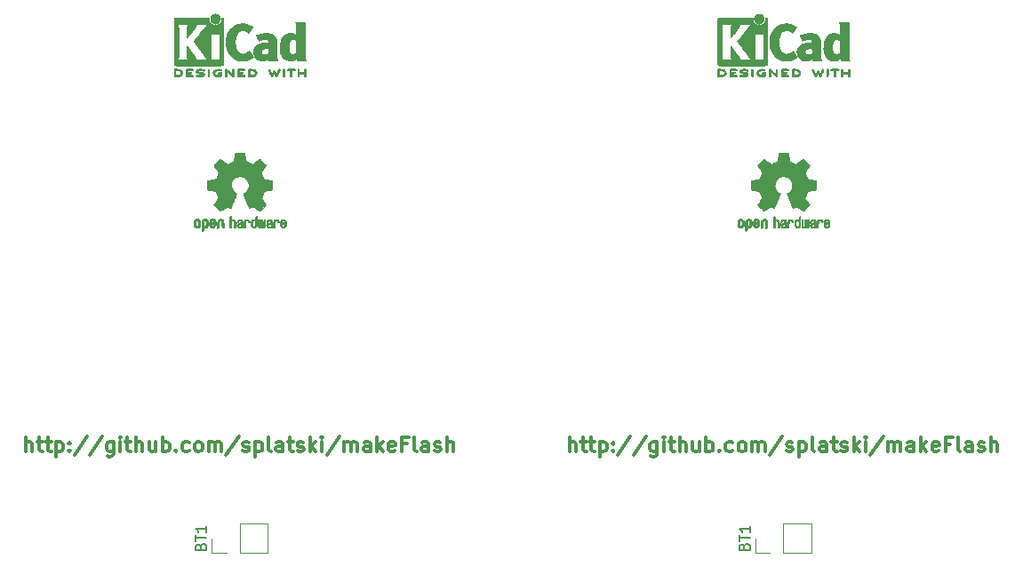
<source format=gto>
G04 #@! TF.FileFunction,Legend,Top*
%FSLAX46Y46*%
G04 Gerber Fmt 4.6, Leading zero omitted, Abs format (unit mm)*
G04 Created by KiCad (PCBNEW 4.0.5-e0-6337~49~ubuntu16.04.1) date Sat May 13 16:51:14 2017*
%MOMM*%
%LPD*%
G01*
G04 APERTURE LIST*
%ADD10C,0.100000*%
%ADD11C,0.300000*%
%ADD12C,0.120000*%
%ADD13C,0.010000*%
%ADD14C,0.150000*%
G04 APERTURE END LIST*
D10*
D11*
X-77794649Y-10789173D02*
X-77794649Y-9389173D01*
X-77194649Y-10789173D02*
X-77194649Y-10055840D01*
X-77261315Y-9922507D01*
X-77394649Y-9855840D01*
X-77594649Y-9855840D01*
X-77727982Y-9922507D01*
X-77794649Y-9989173D01*
X-76727982Y-9855840D02*
X-76194648Y-9855840D01*
X-76527982Y-9389173D02*
X-76527982Y-10589173D01*
X-76461315Y-10722507D01*
X-76327982Y-10789173D01*
X-76194648Y-10789173D01*
X-75927982Y-9855840D02*
X-75394648Y-9855840D01*
X-75727982Y-9389173D02*
X-75727982Y-10589173D01*
X-75661315Y-10722507D01*
X-75527982Y-10789173D01*
X-75394648Y-10789173D01*
X-74927982Y-9855840D02*
X-74927982Y-11255840D01*
X-74927982Y-9922507D02*
X-74794648Y-9855840D01*
X-74527982Y-9855840D01*
X-74394648Y-9922507D01*
X-74327982Y-9989173D01*
X-74261315Y-10122507D01*
X-74261315Y-10522507D01*
X-74327982Y-10655840D01*
X-74394648Y-10722507D01*
X-74527982Y-10789173D01*
X-74794648Y-10789173D01*
X-74927982Y-10722507D01*
X-73661315Y-10655840D02*
X-73594648Y-10722507D01*
X-73661315Y-10789173D01*
X-73727981Y-10722507D01*
X-73661315Y-10655840D01*
X-73661315Y-10789173D01*
X-73661315Y-9922507D02*
X-73594648Y-9989173D01*
X-73661315Y-10055840D01*
X-73727981Y-9989173D01*
X-73661315Y-9922507D01*
X-73661315Y-10055840D01*
X-71994648Y-9322507D02*
X-73194648Y-11122507D01*
X-70527981Y-9322507D02*
X-71727981Y-11122507D01*
X-69461314Y-9855840D02*
X-69461314Y-10989173D01*
X-69527980Y-11122507D01*
X-69594647Y-11189173D01*
X-69727980Y-11255840D01*
X-69927980Y-11255840D01*
X-70061314Y-11189173D01*
X-69461314Y-10722507D02*
X-69594647Y-10789173D01*
X-69861314Y-10789173D01*
X-69994647Y-10722507D01*
X-70061314Y-10655840D01*
X-70127980Y-10522507D01*
X-70127980Y-10122507D01*
X-70061314Y-9989173D01*
X-69994647Y-9922507D01*
X-69861314Y-9855840D01*
X-69594647Y-9855840D01*
X-69461314Y-9922507D01*
X-68794647Y-10789173D02*
X-68794647Y-9855840D01*
X-68794647Y-9389173D02*
X-68861313Y-9455840D01*
X-68794647Y-9522507D01*
X-68727980Y-9455840D01*
X-68794647Y-9389173D01*
X-68794647Y-9522507D01*
X-68327980Y-9855840D02*
X-67794646Y-9855840D01*
X-68127980Y-9389173D02*
X-68127980Y-10589173D01*
X-68061313Y-10722507D01*
X-67927980Y-10789173D01*
X-67794646Y-10789173D01*
X-67327980Y-10789173D02*
X-67327980Y-9389173D01*
X-66727980Y-10789173D02*
X-66727980Y-10055840D01*
X-66794646Y-9922507D01*
X-66927980Y-9855840D01*
X-67127980Y-9855840D01*
X-67261313Y-9922507D01*
X-67327980Y-9989173D01*
X-65461313Y-9855840D02*
X-65461313Y-10789173D01*
X-66061313Y-9855840D02*
X-66061313Y-10589173D01*
X-65994646Y-10722507D01*
X-65861313Y-10789173D01*
X-65661313Y-10789173D01*
X-65527979Y-10722507D01*
X-65461313Y-10655840D01*
X-64794646Y-10789173D02*
X-64794646Y-9389173D01*
X-64794646Y-9922507D02*
X-64661312Y-9855840D01*
X-64394646Y-9855840D01*
X-64261312Y-9922507D01*
X-64194646Y-9989173D01*
X-64127979Y-10122507D01*
X-64127979Y-10522507D01*
X-64194646Y-10655840D01*
X-64261312Y-10722507D01*
X-64394646Y-10789173D01*
X-64661312Y-10789173D01*
X-64794646Y-10722507D01*
X-63527979Y-10655840D02*
X-63461312Y-10722507D01*
X-63527979Y-10789173D01*
X-63594645Y-10722507D01*
X-63527979Y-10655840D01*
X-63527979Y-10789173D01*
X-62261312Y-10722507D02*
X-62394645Y-10789173D01*
X-62661312Y-10789173D01*
X-62794645Y-10722507D01*
X-62861312Y-10655840D01*
X-62927978Y-10522507D01*
X-62927978Y-10122507D01*
X-62861312Y-9989173D01*
X-62794645Y-9922507D01*
X-62661312Y-9855840D01*
X-62394645Y-9855840D01*
X-62261312Y-9922507D01*
X-61461312Y-10789173D02*
X-61594645Y-10722507D01*
X-61661312Y-10655840D01*
X-61727978Y-10522507D01*
X-61727978Y-10122507D01*
X-61661312Y-9989173D01*
X-61594645Y-9922507D01*
X-61461312Y-9855840D01*
X-61261312Y-9855840D01*
X-61127978Y-9922507D01*
X-61061312Y-9989173D01*
X-60994645Y-10122507D01*
X-60994645Y-10522507D01*
X-61061312Y-10655840D01*
X-61127978Y-10722507D01*
X-61261312Y-10789173D01*
X-61461312Y-10789173D01*
X-60394645Y-10789173D02*
X-60394645Y-9855840D01*
X-60394645Y-9989173D02*
X-60327978Y-9922507D01*
X-60194645Y-9855840D01*
X-59994645Y-9855840D01*
X-59861311Y-9922507D01*
X-59794645Y-10055840D01*
X-59794645Y-10789173D01*
X-59794645Y-10055840D02*
X-59727978Y-9922507D01*
X-59594645Y-9855840D01*
X-59394645Y-9855840D01*
X-59261311Y-9922507D01*
X-59194645Y-10055840D01*
X-59194645Y-10789173D01*
X-57527978Y-9322507D02*
X-58727978Y-11122507D01*
X-57127977Y-10722507D02*
X-56994644Y-10789173D01*
X-56727977Y-10789173D01*
X-56594644Y-10722507D01*
X-56527977Y-10589173D01*
X-56527977Y-10522507D01*
X-56594644Y-10389173D01*
X-56727977Y-10322507D01*
X-56927977Y-10322507D01*
X-57061311Y-10255840D01*
X-57127977Y-10122507D01*
X-57127977Y-10055840D01*
X-57061311Y-9922507D01*
X-56927977Y-9855840D01*
X-56727977Y-9855840D01*
X-56594644Y-9922507D01*
X-55927978Y-9855840D02*
X-55927978Y-11255840D01*
X-55927978Y-9922507D02*
X-55794644Y-9855840D01*
X-55527978Y-9855840D01*
X-55394644Y-9922507D01*
X-55327978Y-9989173D01*
X-55261311Y-10122507D01*
X-55261311Y-10522507D01*
X-55327978Y-10655840D01*
X-55394644Y-10722507D01*
X-55527978Y-10789173D01*
X-55794644Y-10789173D01*
X-55927978Y-10722507D01*
X-54461311Y-10789173D02*
X-54594644Y-10722507D01*
X-54661311Y-10589173D01*
X-54661311Y-9389173D01*
X-53327978Y-10789173D02*
X-53327978Y-10055840D01*
X-53394644Y-9922507D01*
X-53527978Y-9855840D01*
X-53794644Y-9855840D01*
X-53927978Y-9922507D01*
X-53327978Y-10722507D02*
X-53461311Y-10789173D01*
X-53794644Y-10789173D01*
X-53927978Y-10722507D01*
X-53994644Y-10589173D01*
X-53994644Y-10455840D01*
X-53927978Y-10322507D01*
X-53794644Y-10255840D01*
X-53461311Y-10255840D01*
X-53327978Y-10189173D01*
X-52861311Y-9855840D02*
X-52327977Y-9855840D01*
X-52661311Y-9389173D02*
X-52661311Y-10589173D01*
X-52594644Y-10722507D01*
X-52461311Y-10789173D01*
X-52327977Y-10789173D01*
X-51927977Y-10722507D02*
X-51794644Y-10789173D01*
X-51527977Y-10789173D01*
X-51394644Y-10722507D01*
X-51327977Y-10589173D01*
X-51327977Y-10522507D01*
X-51394644Y-10389173D01*
X-51527977Y-10322507D01*
X-51727977Y-10322507D01*
X-51861311Y-10255840D01*
X-51927977Y-10122507D01*
X-51927977Y-10055840D01*
X-51861311Y-9922507D01*
X-51727977Y-9855840D01*
X-51527977Y-9855840D01*
X-51394644Y-9922507D01*
X-50727978Y-10789173D02*
X-50727978Y-9389173D01*
X-50594644Y-10255840D02*
X-50194644Y-10789173D01*
X-50194644Y-9855840D02*
X-50727978Y-10389173D01*
X-49594645Y-10789173D02*
X-49594645Y-9855840D01*
X-49594645Y-9389173D02*
X-49661311Y-9455840D01*
X-49594645Y-9522507D01*
X-49527978Y-9455840D01*
X-49594645Y-9389173D01*
X-49594645Y-9522507D01*
X-47927978Y-9322507D02*
X-49127978Y-11122507D01*
X-47461311Y-10789173D02*
X-47461311Y-9855840D01*
X-47461311Y-9989173D02*
X-47394644Y-9922507D01*
X-47261311Y-9855840D01*
X-47061311Y-9855840D01*
X-46927977Y-9922507D01*
X-46861311Y-10055840D01*
X-46861311Y-10789173D01*
X-46861311Y-10055840D02*
X-46794644Y-9922507D01*
X-46661311Y-9855840D01*
X-46461311Y-9855840D01*
X-46327977Y-9922507D01*
X-46261311Y-10055840D01*
X-46261311Y-10789173D01*
X-44994644Y-10789173D02*
X-44994644Y-10055840D01*
X-45061310Y-9922507D01*
X-45194644Y-9855840D01*
X-45461310Y-9855840D01*
X-45594644Y-9922507D01*
X-44994644Y-10722507D02*
X-45127977Y-10789173D01*
X-45461310Y-10789173D01*
X-45594644Y-10722507D01*
X-45661310Y-10589173D01*
X-45661310Y-10455840D01*
X-45594644Y-10322507D01*
X-45461310Y-10255840D01*
X-45127977Y-10255840D01*
X-44994644Y-10189173D01*
X-44327977Y-10789173D02*
X-44327977Y-9389173D01*
X-44194643Y-10255840D02*
X-43794643Y-10789173D01*
X-43794643Y-9855840D02*
X-44327977Y-10389173D01*
X-42661310Y-10722507D02*
X-42794644Y-10789173D01*
X-43061310Y-10789173D01*
X-43194644Y-10722507D01*
X-43261310Y-10589173D01*
X-43261310Y-10055840D01*
X-43194644Y-9922507D01*
X-43061310Y-9855840D01*
X-42794644Y-9855840D01*
X-42661310Y-9922507D01*
X-42594644Y-10055840D01*
X-42594644Y-10189173D01*
X-43261310Y-10322507D01*
X-41527977Y-10055840D02*
X-41994644Y-10055840D01*
X-41994644Y-10789173D02*
X-41994644Y-9389173D01*
X-41327977Y-9389173D01*
X-40594644Y-10789173D02*
X-40727977Y-10722507D01*
X-40794644Y-10589173D01*
X-40794644Y-9389173D01*
X-39461311Y-10789173D02*
X-39461311Y-10055840D01*
X-39527977Y-9922507D01*
X-39661311Y-9855840D01*
X-39927977Y-9855840D01*
X-40061311Y-9922507D01*
X-39461311Y-10722507D02*
X-39594644Y-10789173D01*
X-39927977Y-10789173D01*
X-40061311Y-10722507D01*
X-40127977Y-10589173D01*
X-40127977Y-10455840D01*
X-40061311Y-10322507D01*
X-39927977Y-10255840D01*
X-39594644Y-10255840D01*
X-39461311Y-10189173D01*
X-38861310Y-10722507D02*
X-38727977Y-10789173D01*
X-38461310Y-10789173D01*
X-38327977Y-10722507D01*
X-38261310Y-10589173D01*
X-38261310Y-10522507D01*
X-38327977Y-10389173D01*
X-38461310Y-10322507D01*
X-38661310Y-10322507D01*
X-38794644Y-10255840D01*
X-38861310Y-10122507D01*
X-38861310Y-10055840D01*
X-38794644Y-9922507D01*
X-38661310Y-9855840D01*
X-38461310Y-9855840D01*
X-38327977Y-9922507D01*
X-37661311Y-10789173D02*
X-37661311Y-9389173D01*
X-37061311Y-10789173D02*
X-37061311Y-10055840D01*
X-37127977Y-9922507D01*
X-37261311Y-9855840D01*
X-37461311Y-9855840D01*
X-37594644Y-9922507D01*
X-37661311Y-9989173D01*
X-129585309Y-10787353D02*
X-129585309Y-9387353D01*
X-128985309Y-10787353D02*
X-128985309Y-10054020D01*
X-129051975Y-9920687D01*
X-129185309Y-9854020D01*
X-129385309Y-9854020D01*
X-129518642Y-9920687D01*
X-129585309Y-9987353D01*
X-128518642Y-9854020D02*
X-127985308Y-9854020D01*
X-128318642Y-9387353D02*
X-128318642Y-10587353D01*
X-128251975Y-10720687D01*
X-128118642Y-10787353D01*
X-127985308Y-10787353D01*
X-127718642Y-9854020D02*
X-127185308Y-9854020D01*
X-127518642Y-9387353D02*
X-127518642Y-10587353D01*
X-127451975Y-10720687D01*
X-127318642Y-10787353D01*
X-127185308Y-10787353D01*
X-126718642Y-9854020D02*
X-126718642Y-11254020D01*
X-126718642Y-9920687D02*
X-126585308Y-9854020D01*
X-126318642Y-9854020D01*
X-126185308Y-9920687D01*
X-126118642Y-9987353D01*
X-126051975Y-10120687D01*
X-126051975Y-10520687D01*
X-126118642Y-10654020D01*
X-126185308Y-10720687D01*
X-126318642Y-10787353D01*
X-126585308Y-10787353D01*
X-126718642Y-10720687D01*
X-125451975Y-10654020D02*
X-125385308Y-10720687D01*
X-125451975Y-10787353D01*
X-125518641Y-10720687D01*
X-125451975Y-10654020D01*
X-125451975Y-10787353D01*
X-125451975Y-9920687D02*
X-125385308Y-9987353D01*
X-125451975Y-10054020D01*
X-125518641Y-9987353D01*
X-125451975Y-9920687D01*
X-125451975Y-10054020D01*
X-123785308Y-9320687D02*
X-124985308Y-11120687D01*
X-122318641Y-9320687D02*
X-123518641Y-11120687D01*
X-121251974Y-9854020D02*
X-121251974Y-10987353D01*
X-121318640Y-11120687D01*
X-121385307Y-11187353D01*
X-121518640Y-11254020D01*
X-121718640Y-11254020D01*
X-121851974Y-11187353D01*
X-121251974Y-10720687D02*
X-121385307Y-10787353D01*
X-121651974Y-10787353D01*
X-121785307Y-10720687D01*
X-121851974Y-10654020D01*
X-121918640Y-10520687D01*
X-121918640Y-10120687D01*
X-121851974Y-9987353D01*
X-121785307Y-9920687D01*
X-121651974Y-9854020D01*
X-121385307Y-9854020D01*
X-121251974Y-9920687D01*
X-120585307Y-10787353D02*
X-120585307Y-9854020D01*
X-120585307Y-9387353D02*
X-120651973Y-9454020D01*
X-120585307Y-9520687D01*
X-120518640Y-9454020D01*
X-120585307Y-9387353D01*
X-120585307Y-9520687D01*
X-120118640Y-9854020D02*
X-119585306Y-9854020D01*
X-119918640Y-9387353D02*
X-119918640Y-10587353D01*
X-119851973Y-10720687D01*
X-119718640Y-10787353D01*
X-119585306Y-10787353D01*
X-119118640Y-10787353D02*
X-119118640Y-9387353D01*
X-118518640Y-10787353D02*
X-118518640Y-10054020D01*
X-118585306Y-9920687D01*
X-118718640Y-9854020D01*
X-118918640Y-9854020D01*
X-119051973Y-9920687D01*
X-119118640Y-9987353D01*
X-117251973Y-9854020D02*
X-117251973Y-10787353D01*
X-117851973Y-9854020D02*
X-117851973Y-10587353D01*
X-117785306Y-10720687D01*
X-117651973Y-10787353D01*
X-117451973Y-10787353D01*
X-117318639Y-10720687D01*
X-117251973Y-10654020D01*
X-116585306Y-10787353D02*
X-116585306Y-9387353D01*
X-116585306Y-9920687D02*
X-116451972Y-9854020D01*
X-116185306Y-9854020D01*
X-116051972Y-9920687D01*
X-115985306Y-9987353D01*
X-115918639Y-10120687D01*
X-115918639Y-10520687D01*
X-115985306Y-10654020D01*
X-116051972Y-10720687D01*
X-116185306Y-10787353D01*
X-116451972Y-10787353D01*
X-116585306Y-10720687D01*
X-115318639Y-10654020D02*
X-115251972Y-10720687D01*
X-115318639Y-10787353D01*
X-115385305Y-10720687D01*
X-115318639Y-10654020D01*
X-115318639Y-10787353D01*
X-114051972Y-10720687D02*
X-114185305Y-10787353D01*
X-114451972Y-10787353D01*
X-114585305Y-10720687D01*
X-114651972Y-10654020D01*
X-114718638Y-10520687D01*
X-114718638Y-10120687D01*
X-114651972Y-9987353D01*
X-114585305Y-9920687D01*
X-114451972Y-9854020D01*
X-114185305Y-9854020D01*
X-114051972Y-9920687D01*
X-113251972Y-10787353D02*
X-113385305Y-10720687D01*
X-113451972Y-10654020D01*
X-113518638Y-10520687D01*
X-113518638Y-10120687D01*
X-113451972Y-9987353D01*
X-113385305Y-9920687D01*
X-113251972Y-9854020D01*
X-113051972Y-9854020D01*
X-112918638Y-9920687D01*
X-112851972Y-9987353D01*
X-112785305Y-10120687D01*
X-112785305Y-10520687D01*
X-112851972Y-10654020D01*
X-112918638Y-10720687D01*
X-113051972Y-10787353D01*
X-113251972Y-10787353D01*
X-112185305Y-10787353D02*
X-112185305Y-9854020D01*
X-112185305Y-9987353D02*
X-112118638Y-9920687D01*
X-111985305Y-9854020D01*
X-111785305Y-9854020D01*
X-111651971Y-9920687D01*
X-111585305Y-10054020D01*
X-111585305Y-10787353D01*
X-111585305Y-10054020D02*
X-111518638Y-9920687D01*
X-111385305Y-9854020D01*
X-111185305Y-9854020D01*
X-111051971Y-9920687D01*
X-110985305Y-10054020D01*
X-110985305Y-10787353D01*
X-109318638Y-9320687D02*
X-110518638Y-11120687D01*
X-108918637Y-10720687D02*
X-108785304Y-10787353D01*
X-108518637Y-10787353D01*
X-108385304Y-10720687D01*
X-108318637Y-10587353D01*
X-108318637Y-10520687D01*
X-108385304Y-10387353D01*
X-108518637Y-10320687D01*
X-108718637Y-10320687D01*
X-108851971Y-10254020D01*
X-108918637Y-10120687D01*
X-108918637Y-10054020D01*
X-108851971Y-9920687D01*
X-108718637Y-9854020D01*
X-108518637Y-9854020D01*
X-108385304Y-9920687D01*
X-107718638Y-9854020D02*
X-107718638Y-11254020D01*
X-107718638Y-9920687D02*
X-107585304Y-9854020D01*
X-107318638Y-9854020D01*
X-107185304Y-9920687D01*
X-107118638Y-9987353D01*
X-107051971Y-10120687D01*
X-107051971Y-10520687D01*
X-107118638Y-10654020D01*
X-107185304Y-10720687D01*
X-107318638Y-10787353D01*
X-107585304Y-10787353D01*
X-107718638Y-10720687D01*
X-106251971Y-10787353D02*
X-106385304Y-10720687D01*
X-106451971Y-10587353D01*
X-106451971Y-9387353D01*
X-105118638Y-10787353D02*
X-105118638Y-10054020D01*
X-105185304Y-9920687D01*
X-105318638Y-9854020D01*
X-105585304Y-9854020D01*
X-105718638Y-9920687D01*
X-105118638Y-10720687D02*
X-105251971Y-10787353D01*
X-105585304Y-10787353D01*
X-105718638Y-10720687D01*
X-105785304Y-10587353D01*
X-105785304Y-10454020D01*
X-105718638Y-10320687D01*
X-105585304Y-10254020D01*
X-105251971Y-10254020D01*
X-105118638Y-10187353D01*
X-104651971Y-9854020D02*
X-104118637Y-9854020D01*
X-104451971Y-9387353D02*
X-104451971Y-10587353D01*
X-104385304Y-10720687D01*
X-104251971Y-10787353D01*
X-104118637Y-10787353D01*
X-103718637Y-10720687D02*
X-103585304Y-10787353D01*
X-103318637Y-10787353D01*
X-103185304Y-10720687D01*
X-103118637Y-10587353D01*
X-103118637Y-10520687D01*
X-103185304Y-10387353D01*
X-103318637Y-10320687D01*
X-103518637Y-10320687D01*
X-103651971Y-10254020D01*
X-103718637Y-10120687D01*
X-103718637Y-10054020D01*
X-103651971Y-9920687D01*
X-103518637Y-9854020D01*
X-103318637Y-9854020D01*
X-103185304Y-9920687D01*
X-102518638Y-10787353D02*
X-102518638Y-9387353D01*
X-102385304Y-10254020D02*
X-101985304Y-10787353D01*
X-101985304Y-9854020D02*
X-102518638Y-10387353D01*
X-101385305Y-10787353D02*
X-101385305Y-9854020D01*
X-101385305Y-9387353D02*
X-101451971Y-9454020D01*
X-101385305Y-9520687D01*
X-101318638Y-9454020D01*
X-101385305Y-9387353D01*
X-101385305Y-9520687D01*
X-99718638Y-9320687D02*
X-100918638Y-11120687D01*
X-99251971Y-10787353D02*
X-99251971Y-9854020D01*
X-99251971Y-9987353D02*
X-99185304Y-9920687D01*
X-99051971Y-9854020D01*
X-98851971Y-9854020D01*
X-98718637Y-9920687D01*
X-98651971Y-10054020D01*
X-98651971Y-10787353D01*
X-98651971Y-10054020D02*
X-98585304Y-9920687D01*
X-98451971Y-9854020D01*
X-98251971Y-9854020D01*
X-98118637Y-9920687D01*
X-98051971Y-10054020D01*
X-98051971Y-10787353D01*
X-96785304Y-10787353D02*
X-96785304Y-10054020D01*
X-96851970Y-9920687D01*
X-96985304Y-9854020D01*
X-97251970Y-9854020D01*
X-97385304Y-9920687D01*
X-96785304Y-10720687D02*
X-96918637Y-10787353D01*
X-97251970Y-10787353D01*
X-97385304Y-10720687D01*
X-97451970Y-10587353D01*
X-97451970Y-10454020D01*
X-97385304Y-10320687D01*
X-97251970Y-10254020D01*
X-96918637Y-10254020D01*
X-96785304Y-10187353D01*
X-96118637Y-10787353D02*
X-96118637Y-9387353D01*
X-95985303Y-10254020D02*
X-95585303Y-10787353D01*
X-95585303Y-9854020D02*
X-96118637Y-10387353D01*
X-94451970Y-10720687D02*
X-94585304Y-10787353D01*
X-94851970Y-10787353D01*
X-94985304Y-10720687D01*
X-95051970Y-10587353D01*
X-95051970Y-10054020D01*
X-94985304Y-9920687D01*
X-94851970Y-9854020D01*
X-94585304Y-9854020D01*
X-94451970Y-9920687D01*
X-94385304Y-10054020D01*
X-94385304Y-10187353D01*
X-95051970Y-10320687D01*
X-93318637Y-10054020D02*
X-93785304Y-10054020D01*
X-93785304Y-10787353D02*
X-93785304Y-9387353D01*
X-93118637Y-9387353D01*
X-92385304Y-10787353D02*
X-92518637Y-10720687D01*
X-92585304Y-10587353D01*
X-92585304Y-9387353D01*
X-91251971Y-10787353D02*
X-91251971Y-10054020D01*
X-91318637Y-9920687D01*
X-91451971Y-9854020D01*
X-91718637Y-9854020D01*
X-91851971Y-9920687D01*
X-91251971Y-10720687D02*
X-91385304Y-10787353D01*
X-91718637Y-10787353D01*
X-91851971Y-10720687D01*
X-91918637Y-10587353D01*
X-91918637Y-10454020D01*
X-91851971Y-10320687D01*
X-91718637Y-10254020D01*
X-91385304Y-10254020D01*
X-91251971Y-10187353D01*
X-90651970Y-10720687D02*
X-90518637Y-10787353D01*
X-90251970Y-10787353D01*
X-90118637Y-10720687D01*
X-90051970Y-10587353D01*
X-90051970Y-10520687D01*
X-90118637Y-10387353D01*
X-90251970Y-10320687D01*
X-90451970Y-10320687D01*
X-90585304Y-10254020D01*
X-90651970Y-10120687D01*
X-90651970Y-10054020D01*
X-90585304Y-9920687D01*
X-90451970Y-9854020D01*
X-90251970Y-9854020D01*
X-90118637Y-9920687D01*
X-89451971Y-10787353D02*
X-89451971Y-9387353D01*
X-88851971Y-10787353D02*
X-88851971Y-10054020D01*
X-88918637Y-9920687D01*
X-89051971Y-9854020D01*
X-89251971Y-9854020D01*
X-89385304Y-9920687D01*
X-89451971Y-9987353D01*
D12*
X-57427980Y-20435840D02*
X-54767980Y-20435840D01*
X-54767980Y-20435840D02*
X-54767980Y-17655840D01*
X-54767980Y-17655840D02*
X-57427980Y-17655840D01*
X-57427980Y-17655840D02*
X-57427980Y-20435840D01*
X-58697980Y-20435840D02*
X-60087980Y-20435840D01*
X-60087980Y-20435840D02*
X-60087980Y-19045840D01*
D13*
G36*
X-63549351Y25675094D02*
X-63509869Y25674693D01*
X-63394180Y25671901D01*
X-63297291Y25663610D01*
X-63215899Y25648928D01*
X-63146703Y25626967D01*
X-63086400Y25596838D01*
X-63031688Y25557650D01*
X-63012147Y25540628D01*
X-62979730Y25500797D01*
X-62950500Y25446747D01*
X-62927971Y25386837D01*
X-62915659Y25329421D01*
X-62914380Y25308204D01*
X-62922397Y25249391D01*
X-62943879Y25185147D01*
X-62974979Y25124339D01*
X-63011846Y25075830D01*
X-63017834Y25069978D01*
X-63068559Y25028839D01*
X-63124105Y24996725D01*
X-63187676Y24972795D01*
X-63262474Y24956207D01*
X-63351702Y24946119D01*
X-63458562Y24941691D01*
X-63507508Y24941315D01*
X-63569742Y24941615D01*
X-63613508Y24942868D01*
X-63642911Y24945606D01*
X-63662059Y24950359D01*
X-63675057Y24957659D01*
X-63682025Y24963893D01*
X-63688606Y24971466D01*
X-63693768Y24981236D01*
X-63697683Y24995820D01*
X-63700523Y25017834D01*
X-63702460Y25049896D01*
X-63703664Y25094624D01*
X-63704308Y25154634D01*
X-63704563Y25232543D01*
X-63704602Y25308204D01*
X-63704850Y25409119D01*
X-63704797Y25489733D01*
X-63703837Y25528338D01*
X-63557847Y25528338D01*
X-63557847Y25088071D01*
X-63464714Y25088156D01*
X-63408673Y25089764D01*
X-63349979Y25093904D01*
X-63301008Y25099696D01*
X-63299518Y25099934D01*
X-63220372Y25119070D01*
X-63158982Y25148873D01*
X-63112285Y25191282D01*
X-63082615Y25237199D01*
X-63064333Y25288134D01*
X-63065751Y25335960D01*
X-63086968Y25387227D01*
X-63128469Y25440261D01*
X-63185978Y25479560D01*
X-63260730Y25505829D01*
X-63310688Y25515125D01*
X-63367396Y25521653D01*
X-63427499Y25526378D01*
X-63478619Y25528343D01*
X-63481647Y25528352D01*
X-63557847Y25528338D01*
X-63703837Y25528338D01*
X-63703240Y25552309D01*
X-63698978Y25599105D01*
X-63690810Y25632382D01*
X-63677536Y25654401D01*
X-63657954Y25667421D01*
X-63630863Y25673703D01*
X-63595062Y25675507D01*
X-63549351Y25675094D01*
X-63549351Y25675094D01*
G37*
X-63549351Y25675094D02*
X-63509869Y25674693D01*
X-63394180Y25671901D01*
X-63297291Y25663610D01*
X-63215899Y25648928D01*
X-63146703Y25626967D01*
X-63086400Y25596838D01*
X-63031688Y25557650D01*
X-63012147Y25540628D01*
X-62979730Y25500797D01*
X-62950500Y25446747D01*
X-62927971Y25386837D01*
X-62915659Y25329421D01*
X-62914380Y25308204D01*
X-62922397Y25249391D01*
X-62943879Y25185147D01*
X-62974979Y25124339D01*
X-63011846Y25075830D01*
X-63017834Y25069978D01*
X-63068559Y25028839D01*
X-63124105Y24996725D01*
X-63187676Y24972795D01*
X-63262474Y24956207D01*
X-63351702Y24946119D01*
X-63458562Y24941691D01*
X-63507508Y24941315D01*
X-63569742Y24941615D01*
X-63613508Y24942868D01*
X-63642911Y24945606D01*
X-63662059Y24950359D01*
X-63675057Y24957659D01*
X-63682025Y24963893D01*
X-63688606Y24971466D01*
X-63693768Y24981236D01*
X-63697683Y24995820D01*
X-63700523Y25017834D01*
X-63702460Y25049896D01*
X-63703664Y25094624D01*
X-63704308Y25154634D01*
X-63704563Y25232543D01*
X-63704602Y25308204D01*
X-63704850Y25409119D01*
X-63704797Y25489733D01*
X-63703837Y25528338D01*
X-63557847Y25528338D01*
X-63557847Y25088071D01*
X-63464714Y25088156D01*
X-63408673Y25089764D01*
X-63349979Y25093904D01*
X-63301008Y25099696D01*
X-63299518Y25099934D01*
X-63220372Y25119070D01*
X-63158982Y25148873D01*
X-63112285Y25191282D01*
X-63082615Y25237199D01*
X-63064333Y25288134D01*
X-63065751Y25335960D01*
X-63086968Y25387227D01*
X-63128469Y25440261D01*
X-63185978Y25479560D01*
X-63260730Y25505829D01*
X-63310688Y25515125D01*
X-63367396Y25521653D01*
X-63427499Y25526378D01*
X-63478619Y25528343D01*
X-63481647Y25528352D01*
X-63557847Y25528338D01*
X-63703837Y25528338D01*
X-63703240Y25552309D01*
X-63698978Y25599105D01*
X-63690810Y25632382D01*
X-63677536Y25654401D01*
X-63657954Y25667421D01*
X-63630863Y25673703D01*
X-63595062Y25675507D01*
X-63549351Y25675094D01*
G36*
X-62140774Y25675014D02*
X-62071366Y25674642D01*
X-62018977Y25673775D01*
X-61980827Y25672214D01*
X-61954139Y25669757D01*
X-61936133Y25666203D01*
X-61924029Y25661350D01*
X-61915049Y25654999D01*
X-61911798Y25652076D01*
X-61892023Y25621018D01*
X-61888462Y25585332D01*
X-61901471Y25553650D01*
X-61907486Y25547247D01*
X-61917215Y25541039D01*
X-61932881Y25536250D01*
X-61957388Y25532646D01*
X-61993641Y25529996D01*
X-62044545Y25528065D01*
X-62113006Y25526621D01*
X-62175597Y25525742D01*
X-62423314Y25522693D01*
X-62426699Y25457782D01*
X-62430085Y25392871D01*
X-62261938Y25392871D01*
X-62188939Y25392241D01*
X-62135497Y25389607D01*
X-62098608Y25383851D01*
X-62075268Y25373856D01*
X-62062474Y25358504D01*
X-62057222Y25336678D01*
X-62056425Y25316422D01*
X-62058903Y25291568D01*
X-62068257Y25273254D01*
X-62087363Y25260523D01*
X-62119098Y25252419D01*
X-62166339Y25247984D01*
X-62231963Y25246261D01*
X-62267781Y25246115D01*
X-62428958Y25246115D01*
X-62428958Y25088071D01*
X-62180602Y25088071D01*
X-62099193Y25087958D01*
X-62037322Y25087448D01*
X-61991948Y25086290D01*
X-61960034Y25084230D01*
X-61938539Y25081014D01*
X-61924423Y25076388D01*
X-61914648Y25070101D01*
X-61909669Y25065493D01*
X-61892590Y25038600D01*
X-61887091Y25014693D01*
X-61894943Y24985493D01*
X-61909669Y24963893D01*
X-61917526Y24957094D01*
X-61927668Y24951814D01*
X-61942824Y24947862D01*
X-61965721Y24945047D01*
X-61999089Y24943178D01*
X-62045655Y24942062D01*
X-62108147Y24941509D01*
X-62189294Y24941327D01*
X-62231402Y24941315D01*
X-62321578Y24941395D01*
X-62391904Y24941762D01*
X-62445109Y24942608D01*
X-62483920Y24944124D01*
X-62511067Y24946501D01*
X-62529278Y24949931D01*
X-62541280Y24954606D01*
X-62549802Y24960716D01*
X-62553136Y24963893D01*
X-62559735Y24971490D01*
X-62564907Y24981290D01*
X-62568826Y24995921D01*
X-62571664Y25018008D01*
X-62573595Y25050178D01*
X-62574792Y25095057D01*
X-62575428Y25155271D01*
X-62575677Y25233447D01*
X-62575714Y25306237D01*
X-62575680Y25399453D01*
X-62575445Y25472729D01*
X-62574810Y25528702D01*
X-62573574Y25570009D01*
X-62571536Y25599288D01*
X-62568497Y25619176D01*
X-62564257Y25632310D01*
X-62558615Y25641328D01*
X-62551371Y25648867D01*
X-62549586Y25650548D01*
X-62540925Y25657988D01*
X-62530862Y25663751D01*
X-62516605Y25668048D01*
X-62495363Y25671096D01*
X-62464344Y25673109D01*
X-62420757Y25674300D01*
X-62361811Y25674885D01*
X-62284714Y25675077D01*
X-62229981Y25675093D01*
X-62140774Y25675014D01*
X-62140774Y25675014D01*
G37*
X-62140774Y25675014D02*
X-62071366Y25674642D01*
X-62018977Y25673775D01*
X-61980827Y25672214D01*
X-61954139Y25669757D01*
X-61936133Y25666203D01*
X-61924029Y25661350D01*
X-61915049Y25654999D01*
X-61911798Y25652076D01*
X-61892023Y25621018D01*
X-61888462Y25585332D01*
X-61901471Y25553650D01*
X-61907486Y25547247D01*
X-61917215Y25541039D01*
X-61932881Y25536250D01*
X-61957388Y25532646D01*
X-61993641Y25529996D01*
X-62044545Y25528065D01*
X-62113006Y25526621D01*
X-62175597Y25525742D01*
X-62423314Y25522693D01*
X-62426699Y25457782D01*
X-62430085Y25392871D01*
X-62261938Y25392871D01*
X-62188939Y25392241D01*
X-62135497Y25389607D01*
X-62098608Y25383851D01*
X-62075268Y25373856D01*
X-62062474Y25358504D01*
X-62057222Y25336678D01*
X-62056425Y25316422D01*
X-62058903Y25291568D01*
X-62068257Y25273254D01*
X-62087363Y25260523D01*
X-62119098Y25252419D01*
X-62166339Y25247984D01*
X-62231963Y25246261D01*
X-62267781Y25246115D01*
X-62428958Y25246115D01*
X-62428958Y25088071D01*
X-62180602Y25088071D01*
X-62099193Y25087958D01*
X-62037322Y25087448D01*
X-61991948Y25086290D01*
X-61960034Y25084230D01*
X-61938539Y25081014D01*
X-61924423Y25076388D01*
X-61914648Y25070101D01*
X-61909669Y25065493D01*
X-61892590Y25038600D01*
X-61887091Y25014693D01*
X-61894943Y24985493D01*
X-61909669Y24963893D01*
X-61917526Y24957094D01*
X-61927668Y24951814D01*
X-61942824Y24947862D01*
X-61965721Y24945047D01*
X-61999089Y24943178D01*
X-62045655Y24942062D01*
X-62108147Y24941509D01*
X-62189294Y24941327D01*
X-62231402Y24941315D01*
X-62321578Y24941395D01*
X-62391904Y24941762D01*
X-62445109Y24942608D01*
X-62483920Y24944124D01*
X-62511067Y24946501D01*
X-62529278Y24949931D01*
X-62541280Y24954606D01*
X-62549802Y24960716D01*
X-62553136Y24963893D01*
X-62559735Y24971490D01*
X-62564907Y24981290D01*
X-62568826Y24995921D01*
X-62571664Y25018008D01*
X-62573595Y25050178D01*
X-62574792Y25095057D01*
X-62575428Y25155271D01*
X-62575677Y25233447D01*
X-62575714Y25306237D01*
X-62575680Y25399453D01*
X-62575445Y25472729D01*
X-62574810Y25528702D01*
X-62573574Y25570009D01*
X-62571536Y25599288D01*
X-62568497Y25619176D01*
X-62564257Y25632310D01*
X-62558615Y25641328D01*
X-62551371Y25648867D01*
X-62549586Y25650548D01*
X-62540925Y25657988D01*
X-62530862Y25663751D01*
X-62516605Y25668048D01*
X-62495363Y25671096D01*
X-62464344Y25673109D01*
X-62420757Y25674300D01*
X-62361811Y25674885D01*
X-62284714Y25675077D01*
X-62229981Y25675093D01*
X-62140774Y25675014D01*
G36*
X-61119683Y25673809D02*
X-61044868Y25668579D01*
X-60975286Y25660410D01*
X-60914982Y25649610D01*
X-60868000Y25636487D01*
X-60838386Y25621347D01*
X-60833840Y25616891D01*
X-60818034Y25582310D01*
X-60822827Y25546809D01*
X-60847344Y25516435D01*
X-60848514Y25515564D01*
X-60862934Y25506206D01*
X-60877988Y25501284D01*
X-60898985Y25500687D01*
X-60931237Y25504299D01*
X-60980053Y25512006D01*
X-60983980Y25512655D01*
X-61056719Y25521591D01*
X-61135197Y25525999D01*
X-61213907Y25526041D01*
X-61287341Y25521881D01*
X-61349991Y25513681D01*
X-61396350Y25501603D01*
X-61399396Y25500389D01*
X-61433028Y25481545D01*
X-61444844Y25462475D01*
X-61435594Y25443721D01*
X-61406027Y25425823D01*
X-61356891Y25409323D01*
X-61288937Y25394764D01*
X-61243625Y25387754D01*
X-61149436Y25374271D01*
X-61074524Y25361946D01*
X-61015697Y25349711D01*
X-60969765Y25336499D01*
X-60933535Y25321243D01*
X-60903818Y25302875D01*
X-60877422Y25280329D01*
X-60856210Y25258189D01*
X-60831045Y25227341D01*
X-60818661Y25200815D01*
X-60814788Y25168134D01*
X-60814647Y25156165D01*
X-60817556Y25116448D01*
X-60829182Y25086901D01*
X-60849303Y25060674D01*
X-60890196Y25020584D01*
X-60935797Y24990011D01*
X-60989493Y24967957D01*
X-61054672Y24953425D01*
X-61134724Y24945419D01*
X-61233037Y24942942D01*
X-61249269Y24942983D01*
X-61314829Y24944342D01*
X-61379846Y24947430D01*
X-61437232Y24951804D01*
X-61479902Y24957020D01*
X-61483352Y24957619D01*
X-61525776Y24967669D01*
X-61561760Y24980364D01*
X-61582130Y24991970D01*
X-61601087Y25022588D01*
X-61602407Y25058242D01*
X-61586065Y25090016D01*
X-61582409Y25093609D01*
X-61567295Y25104284D01*
X-61548395Y25108884D01*
X-61519142Y25108101D01*
X-61483631Y25104033D01*
X-61443950Y25100398D01*
X-61388325Y25097332D01*
X-61323386Y25095107D01*
X-61255765Y25093996D01*
X-61237980Y25093923D01*
X-61170108Y25094196D01*
X-61120434Y25095514D01*
X-61084590Y25098333D01*
X-61058204Y25103110D01*
X-61036906Y25110303D01*
X-61024106Y25116293D01*
X-60995980Y25132927D01*
X-60978048Y25147992D01*
X-60975427Y25152263D01*
X-60980956Y25169897D01*
X-61007240Y25186968D01*
X-61052458Y25202702D01*
X-61114788Y25216322D01*
X-61133151Y25219356D01*
X-61229070Y25234422D01*
X-61305621Y25247014D01*
X-61365760Y25258049D01*
X-61412440Y25268440D01*
X-61448617Y25279104D01*
X-61477245Y25290955D01*
X-61501278Y25304909D01*
X-61523672Y25321879D01*
X-61547382Y25342782D01*
X-61555360Y25350111D01*
X-61583333Y25377461D01*
X-61598140Y25399131D01*
X-61603932Y25423928D01*
X-61604869Y25455177D01*
X-61594555Y25516455D01*
X-61563732Y25568520D01*
X-61512575Y25611202D01*
X-61441263Y25644335D01*
X-61390380Y25659196D01*
X-61335080Y25668794D01*
X-61268833Y25674224D01*
X-61195686Y25675793D01*
X-61119683Y25673809D01*
X-61119683Y25673809D01*
G37*
X-61119683Y25673809D02*
X-61044868Y25668579D01*
X-60975286Y25660410D01*
X-60914982Y25649610D01*
X-60868000Y25636487D01*
X-60838386Y25621347D01*
X-60833840Y25616891D01*
X-60818034Y25582310D01*
X-60822827Y25546809D01*
X-60847344Y25516435D01*
X-60848514Y25515564D01*
X-60862934Y25506206D01*
X-60877988Y25501284D01*
X-60898985Y25500687D01*
X-60931237Y25504299D01*
X-60980053Y25512006D01*
X-60983980Y25512655D01*
X-61056719Y25521591D01*
X-61135197Y25525999D01*
X-61213907Y25526041D01*
X-61287341Y25521881D01*
X-61349991Y25513681D01*
X-61396350Y25501603D01*
X-61399396Y25500389D01*
X-61433028Y25481545D01*
X-61444844Y25462475D01*
X-61435594Y25443721D01*
X-61406027Y25425823D01*
X-61356891Y25409323D01*
X-61288937Y25394764D01*
X-61243625Y25387754D01*
X-61149436Y25374271D01*
X-61074524Y25361946D01*
X-61015697Y25349711D01*
X-60969765Y25336499D01*
X-60933535Y25321243D01*
X-60903818Y25302875D01*
X-60877422Y25280329D01*
X-60856210Y25258189D01*
X-60831045Y25227341D01*
X-60818661Y25200815D01*
X-60814788Y25168134D01*
X-60814647Y25156165D01*
X-60817556Y25116448D01*
X-60829182Y25086901D01*
X-60849303Y25060674D01*
X-60890196Y25020584D01*
X-60935797Y24990011D01*
X-60989493Y24967957D01*
X-61054672Y24953425D01*
X-61134724Y24945419D01*
X-61233037Y24942942D01*
X-61249269Y24942983D01*
X-61314829Y24944342D01*
X-61379846Y24947430D01*
X-61437232Y24951804D01*
X-61479902Y24957020D01*
X-61483352Y24957619D01*
X-61525776Y24967669D01*
X-61561760Y24980364D01*
X-61582130Y24991970D01*
X-61601087Y25022588D01*
X-61602407Y25058242D01*
X-61586065Y25090016D01*
X-61582409Y25093609D01*
X-61567295Y25104284D01*
X-61548395Y25108884D01*
X-61519142Y25108101D01*
X-61483631Y25104033D01*
X-61443950Y25100398D01*
X-61388325Y25097332D01*
X-61323386Y25095107D01*
X-61255765Y25093996D01*
X-61237980Y25093923D01*
X-61170108Y25094196D01*
X-61120434Y25095514D01*
X-61084590Y25098333D01*
X-61058204Y25103110D01*
X-61036906Y25110303D01*
X-61024106Y25116293D01*
X-60995980Y25132927D01*
X-60978048Y25147992D01*
X-60975427Y25152263D01*
X-60980956Y25169897D01*
X-61007240Y25186968D01*
X-61052458Y25202702D01*
X-61114788Y25216322D01*
X-61133151Y25219356D01*
X-61229070Y25234422D01*
X-61305621Y25247014D01*
X-61365760Y25258049D01*
X-61412440Y25268440D01*
X-61448617Y25279104D01*
X-61477245Y25290955D01*
X-61501278Y25304909D01*
X-61523672Y25321879D01*
X-61547382Y25342782D01*
X-61555360Y25350111D01*
X-61583333Y25377461D01*
X-61598140Y25399131D01*
X-61603932Y25423928D01*
X-61604869Y25455177D01*
X-61594555Y25516455D01*
X-61563732Y25568520D01*
X-61512575Y25611202D01*
X-61441263Y25644335D01*
X-61390380Y25659196D01*
X-61335080Y25668794D01*
X-61268833Y25674224D01*
X-61195686Y25675793D01*
X-61119683Y25673809D01*
G36*
X-60351802Y25652515D02*
X-60345222Y25644942D01*
X-60340059Y25635173D01*
X-60336144Y25620589D01*
X-60333304Y25598575D01*
X-60331367Y25566512D01*
X-60330163Y25521785D01*
X-60329519Y25461775D01*
X-60329264Y25383866D01*
X-60329225Y25308204D01*
X-60329294Y25214358D01*
X-60329618Y25140471D01*
X-60330366Y25083928D01*
X-60331712Y25042111D01*
X-60333826Y25012403D01*
X-60336880Y24992187D01*
X-60341046Y24978846D01*
X-60346496Y24969762D01*
X-60351802Y24963893D01*
X-60384806Y24944213D01*
X-60419971Y24945979D01*
X-60451435Y24967443D01*
X-60458664Y24975823D01*
X-60464314Y24985546D01*
X-60468579Y24999299D01*
X-60471653Y25019771D01*
X-60473732Y25049648D01*
X-60475010Y25091619D01*
X-60475681Y25148371D01*
X-60475939Y25222593D01*
X-60475980Y25306623D01*
X-60475980Y25619675D01*
X-60448271Y25647384D01*
X-60414117Y25670697D01*
X-60380986Y25671537D01*
X-60351802Y25652515D01*
X-60351802Y25652515D01*
G37*
X-60351802Y25652515D02*
X-60345222Y25644942D01*
X-60340059Y25635173D01*
X-60336144Y25620589D01*
X-60333304Y25598575D01*
X-60331367Y25566512D01*
X-60330163Y25521785D01*
X-60329519Y25461775D01*
X-60329264Y25383866D01*
X-60329225Y25308204D01*
X-60329294Y25214358D01*
X-60329618Y25140471D01*
X-60330366Y25083928D01*
X-60331712Y25042111D01*
X-60333826Y25012403D01*
X-60336880Y24992187D01*
X-60341046Y24978846D01*
X-60346496Y24969762D01*
X-60351802Y24963893D01*
X-60384806Y24944213D01*
X-60419971Y24945979D01*
X-60451435Y24967443D01*
X-60458664Y24975823D01*
X-60464314Y24985546D01*
X-60468579Y24999299D01*
X-60471653Y25019771D01*
X-60473732Y25049648D01*
X-60475010Y25091619D01*
X-60475681Y25148371D01*
X-60475939Y25222593D01*
X-60475980Y25306623D01*
X-60475980Y25619675D01*
X-60448271Y25647384D01*
X-60414117Y25670697D01*
X-60380986Y25671537D01*
X-60351802Y25652515D01*
G36*
X-59378061Y25669561D02*
X-59309545Y25658065D01*
X-59256923Y25640193D01*
X-59222688Y25616661D01*
X-59213359Y25603236D01*
X-59203873Y25572012D01*
X-59210257Y25543765D01*
X-59230410Y25516978D01*
X-59261725Y25504447D01*
X-59307163Y25505464D01*
X-59342306Y25512254D01*
X-59420399Y25525189D01*
X-59500206Y25526418D01*
X-59589535Y25515919D01*
X-59614209Y25511470D01*
X-59697271Y25488052D01*
X-59762253Y25453215D01*
X-59808441Y25407556D01*
X-59835125Y25351666D01*
X-59840643Y25322772D01*
X-59837031Y25264148D01*
X-59813709Y25212281D01*
X-59772804Y25168182D01*
X-59716439Y25132861D01*
X-59646740Y25107331D01*
X-59565832Y25092601D01*
X-59475840Y25089682D01*
X-59378890Y25099585D01*
X-59373416Y25100519D01*
X-59334855Y25107701D01*
X-59313474Y25114639D01*
X-59304207Y25124933D01*
X-59301986Y25142184D01*
X-59301936Y25151319D01*
X-59301936Y25189671D01*
X-59370411Y25189671D01*
X-59430880Y25193813D01*
X-59472145Y25207013D01*
X-59496155Y25230430D01*
X-59504857Y25265224D01*
X-59504963Y25269766D01*
X-59499872Y25299506D01*
X-59482413Y25320741D01*
X-59449919Y25334794D01*
X-59399723Y25342987D01*
X-59351103Y25345999D01*
X-59280436Y25347727D01*
X-59229178Y25345090D01*
X-59194219Y25335360D01*
X-59172450Y25315807D01*
X-59160760Y25283704D01*
X-59156040Y25236322D01*
X-59155180Y25174089D01*
X-59156589Y25104625D01*
X-59160828Y25057374D01*
X-59167916Y25032148D01*
X-59169291Y25030172D01*
X-59208208Y24998652D01*
X-59265266Y24973690D01*
X-59336849Y24955820D01*
X-59419338Y24945574D01*
X-59509119Y24943487D01*
X-59602572Y24950092D01*
X-59657536Y24958204D01*
X-59743746Y24982606D01*
X-59823872Y25022498D01*
X-59890957Y25074273D01*
X-59901153Y25084621D01*
X-59934282Y25128125D01*
X-59964174Y25182042D01*
X-59987337Y25238568D01*
X-60000278Y25289901D01*
X-60001838Y25309616D01*
X-59995198Y25350741D01*
X-59977548Y25401908D01*
X-59952277Y25455766D01*
X-59922769Y25504965D01*
X-59896699Y25537826D01*
X-59835745Y25586708D01*
X-59756949Y25625615D01*
X-59663137Y25653666D01*
X-59557130Y25669981D01*
X-59459980Y25673968D01*
X-59378061Y25669561D01*
X-59378061Y25669561D01*
G37*
X-59378061Y25669561D02*
X-59309545Y25658065D01*
X-59256923Y25640193D01*
X-59222688Y25616661D01*
X-59213359Y25603236D01*
X-59203873Y25572012D01*
X-59210257Y25543765D01*
X-59230410Y25516978D01*
X-59261725Y25504447D01*
X-59307163Y25505464D01*
X-59342306Y25512254D01*
X-59420399Y25525189D01*
X-59500206Y25526418D01*
X-59589535Y25515919D01*
X-59614209Y25511470D01*
X-59697271Y25488052D01*
X-59762253Y25453215D01*
X-59808441Y25407556D01*
X-59835125Y25351666D01*
X-59840643Y25322772D01*
X-59837031Y25264148D01*
X-59813709Y25212281D01*
X-59772804Y25168182D01*
X-59716439Y25132861D01*
X-59646740Y25107331D01*
X-59565832Y25092601D01*
X-59475840Y25089682D01*
X-59378890Y25099585D01*
X-59373416Y25100519D01*
X-59334855Y25107701D01*
X-59313474Y25114639D01*
X-59304207Y25124933D01*
X-59301986Y25142184D01*
X-59301936Y25151319D01*
X-59301936Y25189671D01*
X-59370411Y25189671D01*
X-59430880Y25193813D01*
X-59472145Y25207013D01*
X-59496155Y25230430D01*
X-59504857Y25265224D01*
X-59504963Y25269766D01*
X-59499872Y25299506D01*
X-59482413Y25320741D01*
X-59449919Y25334794D01*
X-59399723Y25342987D01*
X-59351103Y25345999D01*
X-59280436Y25347727D01*
X-59229178Y25345090D01*
X-59194219Y25335360D01*
X-59172450Y25315807D01*
X-59160760Y25283704D01*
X-59156040Y25236322D01*
X-59155180Y25174089D01*
X-59156589Y25104625D01*
X-59160828Y25057374D01*
X-59167916Y25032148D01*
X-59169291Y25030172D01*
X-59208208Y24998652D01*
X-59265266Y24973690D01*
X-59336849Y24955820D01*
X-59419338Y24945574D01*
X-59509119Y24943487D01*
X-59602572Y24950092D01*
X-59657536Y24958204D01*
X-59743746Y24982606D01*
X-59823872Y25022498D01*
X-59890957Y25074273D01*
X-59901153Y25084621D01*
X-59934282Y25128125D01*
X-59964174Y25182042D01*
X-59987337Y25238568D01*
X-60000278Y25289901D01*
X-60001838Y25309616D01*
X-59995198Y25350741D01*
X-59977548Y25401908D01*
X-59952277Y25455766D01*
X-59922769Y25504965D01*
X-59896699Y25537826D01*
X-59835745Y25586708D01*
X-59756949Y25625615D01*
X-59663137Y25653666D01*
X-59557130Y25669981D01*
X-59459980Y25673968D01*
X-59378061Y25669561D01*
G36*
X-58728094Y25670712D02*
X-58704528Y25656887D01*
X-58673715Y25634279D01*
X-58634058Y25601822D01*
X-58583960Y25558452D01*
X-58521823Y25503102D01*
X-58446052Y25434709D01*
X-58359314Y25356076D01*
X-58178691Y25192282D01*
X-58173047Y25412131D01*
X-58171009Y25487809D01*
X-58169043Y25544166D01*
X-58166714Y25584454D01*
X-58163586Y25611925D01*
X-58159225Y25629831D01*
X-58153196Y25641423D01*
X-58145064Y25649952D01*
X-58140752Y25653537D01*
X-58106221Y25672490D01*
X-58073363Y25669719D01*
X-58047298Y25653527D01*
X-58020647Y25631961D01*
X-58017332Y25317009D01*
X-58016415Y25224381D01*
X-58015948Y25151616D01*
X-58016093Y25095999D01*
X-58017012Y25054818D01*
X-58018867Y25025357D01*
X-58021819Y25004905D01*
X-58026030Y24990747D01*
X-58031662Y24980169D01*
X-58037907Y24971686D01*
X-58051419Y24955953D01*
X-58064863Y24945524D01*
X-58080104Y24941521D01*
X-58099006Y24945066D01*
X-58123435Y24957281D01*
X-58155253Y24979289D01*
X-58196328Y25012211D01*
X-58248522Y25057169D01*
X-58313702Y25115285D01*
X-58387536Y25182061D01*
X-58652825Y25422702D01*
X-58658469Y25203571D01*
X-58660511Y25128032D01*
X-58662482Y25071806D01*
X-58664819Y25031636D01*
X-58667961Y25004264D01*
X-58672344Y24986432D01*
X-58678404Y24974881D01*
X-58686580Y24966353D01*
X-58690764Y24962878D01*
X-58727745Y24943788D01*
X-58762688Y24946667D01*
X-58793116Y24971060D01*
X-58800077Y24980874D01*
X-58805503Y24992334D01*
X-58809583Y25008192D01*
X-58812509Y25031197D01*
X-58814472Y25064098D01*
X-58815663Y25109644D01*
X-58816272Y25170587D01*
X-58816491Y25249674D01*
X-58816514Y25308204D01*
X-58816440Y25399753D01*
X-58816093Y25471473D01*
X-58815281Y25526115D01*
X-58813813Y25566428D01*
X-58811499Y25595162D01*
X-58808147Y25615067D01*
X-58803568Y25628892D01*
X-58797569Y25639388D01*
X-58793116Y25645349D01*
X-58781830Y25659469D01*
X-58771281Y25670131D01*
X-58759873Y25676268D01*
X-58746010Y25676817D01*
X-58728094Y25670712D01*
X-58728094Y25670712D01*
G37*
X-58728094Y25670712D02*
X-58704528Y25656887D01*
X-58673715Y25634279D01*
X-58634058Y25601822D01*
X-58583960Y25558452D01*
X-58521823Y25503102D01*
X-58446052Y25434709D01*
X-58359314Y25356076D01*
X-58178691Y25192282D01*
X-58173047Y25412131D01*
X-58171009Y25487809D01*
X-58169043Y25544166D01*
X-58166714Y25584454D01*
X-58163586Y25611925D01*
X-58159225Y25629831D01*
X-58153196Y25641423D01*
X-58145064Y25649952D01*
X-58140752Y25653537D01*
X-58106221Y25672490D01*
X-58073363Y25669719D01*
X-58047298Y25653527D01*
X-58020647Y25631961D01*
X-58017332Y25317009D01*
X-58016415Y25224381D01*
X-58015948Y25151616D01*
X-58016093Y25095999D01*
X-58017012Y25054818D01*
X-58018867Y25025357D01*
X-58021819Y25004905D01*
X-58026030Y24990747D01*
X-58031662Y24980169D01*
X-58037907Y24971686D01*
X-58051419Y24955953D01*
X-58064863Y24945524D01*
X-58080104Y24941521D01*
X-58099006Y24945066D01*
X-58123435Y24957281D01*
X-58155253Y24979289D01*
X-58196328Y25012211D01*
X-58248522Y25057169D01*
X-58313702Y25115285D01*
X-58387536Y25182061D01*
X-58652825Y25422702D01*
X-58658469Y25203571D01*
X-58660511Y25128032D01*
X-58662482Y25071806D01*
X-58664819Y25031636D01*
X-58667961Y25004264D01*
X-58672344Y24986432D01*
X-58678404Y24974881D01*
X-58686580Y24966353D01*
X-58690764Y24962878D01*
X-58727745Y24943788D01*
X-58762688Y24946667D01*
X-58793116Y24971060D01*
X-58800077Y24980874D01*
X-58805503Y24992334D01*
X-58809583Y25008192D01*
X-58812509Y25031197D01*
X-58814472Y25064098D01*
X-58815663Y25109644D01*
X-58816272Y25170587D01*
X-58816491Y25249674D01*
X-58816514Y25308204D01*
X-58816440Y25399753D01*
X-58816093Y25471473D01*
X-58815281Y25526115D01*
X-58813813Y25566428D01*
X-58811499Y25595162D01*
X-58808147Y25615067D01*
X-58803568Y25628892D01*
X-58797569Y25639388D01*
X-58793116Y25645349D01*
X-58781830Y25659469D01*
X-58771281Y25670131D01*
X-58759873Y25676268D01*
X-58746010Y25676817D01*
X-58728094Y25670712D01*
G36*
X-57197637Y25674900D02*
X-57121279Y25673986D01*
X-57062763Y25671849D01*
X-57019725Y25667985D01*
X-56989797Y25661893D01*
X-56970612Y25653070D01*
X-56959804Y25641014D01*
X-56955007Y25625221D01*
X-56953853Y25605190D01*
X-56953847Y25602825D01*
X-56954849Y25580168D01*
X-56959584Y25562657D01*
X-56970647Y25549586D01*
X-56990632Y25540247D01*
X-57022134Y25533933D01*
X-57067748Y25529938D01*
X-57130067Y25527554D01*
X-57211687Y25526074D01*
X-57236703Y25525746D01*
X-57478780Y25522693D01*
X-57482166Y25457782D01*
X-57485551Y25392871D01*
X-57317404Y25392871D01*
X-57251714Y25392629D01*
X-57204808Y25391604D01*
X-57172897Y25389349D01*
X-57152189Y25385418D01*
X-57138896Y25379362D01*
X-57129225Y25370736D01*
X-57129163Y25370667D01*
X-57111624Y25337048D01*
X-57112258Y25300712D01*
X-57130666Y25269737D01*
X-57134309Y25266553D01*
X-57147239Y25258348D01*
X-57164956Y25252639D01*
X-57191410Y25248998D01*
X-57230548Y25246993D01*
X-57286318Y25246196D01*
X-57321986Y25246115D01*
X-57484425Y25246115D01*
X-57484425Y25088071D01*
X-57237819Y25088071D01*
X-57156400Y25087929D01*
X-57094570Y25087346D01*
X-57049343Y25086092D01*
X-57017732Y25083933D01*
X-56996749Y25080637D01*
X-56983407Y25075971D01*
X-56974719Y25069703D01*
X-56972530Y25067427D01*
X-56956366Y25035880D01*
X-56955183Y24999992D01*
X-56968444Y24968875D01*
X-56978937Y24958889D01*
X-56989851Y24953391D01*
X-57006763Y24949138D01*
X-57032347Y24945980D01*
X-57069279Y24943768D01*
X-57120234Y24942354D01*
X-57187886Y24941588D01*
X-57274911Y24941322D01*
X-57294586Y24941315D01*
X-57383069Y24941373D01*
X-57451753Y24941693D01*
X-57503416Y24942493D01*
X-57540835Y24943993D01*
X-57566790Y24946411D01*
X-57584058Y24949966D01*
X-57595418Y24954878D01*
X-57603648Y24961365D01*
X-57608163Y24966022D01*
X-57614959Y24974271D01*
X-57620268Y24984491D01*
X-57624274Y24999360D01*
X-57627159Y25021558D01*
X-57629106Y25053767D01*
X-57630299Y25098664D01*
X-57630919Y25158932D01*
X-57631151Y25237249D01*
X-57631180Y25303166D01*
X-57631109Y25395532D01*
X-57630772Y25468043D01*
X-57629982Y25523423D01*
X-57628554Y25564395D01*
X-57626301Y25593682D01*
X-57623037Y25614007D01*
X-57618576Y25628094D01*
X-57612732Y25638665D01*
X-57607783Y25645349D01*
X-57584386Y25675093D01*
X-57294206Y25675093D01*
X-57197637Y25674900D01*
X-57197637Y25674900D01*
G37*
X-57197637Y25674900D02*
X-57121279Y25673986D01*
X-57062763Y25671849D01*
X-57019725Y25667985D01*
X-56989797Y25661893D01*
X-56970612Y25653070D01*
X-56959804Y25641014D01*
X-56955007Y25625221D01*
X-56953853Y25605190D01*
X-56953847Y25602825D01*
X-56954849Y25580168D01*
X-56959584Y25562657D01*
X-56970647Y25549586D01*
X-56990632Y25540247D01*
X-57022134Y25533933D01*
X-57067748Y25529938D01*
X-57130067Y25527554D01*
X-57211687Y25526074D01*
X-57236703Y25525746D01*
X-57478780Y25522693D01*
X-57482166Y25457782D01*
X-57485551Y25392871D01*
X-57317404Y25392871D01*
X-57251714Y25392629D01*
X-57204808Y25391604D01*
X-57172897Y25389349D01*
X-57152189Y25385418D01*
X-57138896Y25379362D01*
X-57129225Y25370736D01*
X-57129163Y25370667D01*
X-57111624Y25337048D01*
X-57112258Y25300712D01*
X-57130666Y25269737D01*
X-57134309Y25266553D01*
X-57147239Y25258348D01*
X-57164956Y25252639D01*
X-57191410Y25248998D01*
X-57230548Y25246993D01*
X-57286318Y25246196D01*
X-57321986Y25246115D01*
X-57484425Y25246115D01*
X-57484425Y25088071D01*
X-57237819Y25088071D01*
X-57156400Y25087929D01*
X-57094570Y25087346D01*
X-57049343Y25086092D01*
X-57017732Y25083933D01*
X-56996749Y25080637D01*
X-56983407Y25075971D01*
X-56974719Y25069703D01*
X-56972530Y25067427D01*
X-56956366Y25035880D01*
X-56955183Y24999992D01*
X-56968444Y24968875D01*
X-56978937Y24958889D01*
X-56989851Y24953391D01*
X-57006763Y24949138D01*
X-57032347Y24945980D01*
X-57069279Y24943768D01*
X-57120234Y24942354D01*
X-57187886Y24941588D01*
X-57274911Y24941322D01*
X-57294586Y24941315D01*
X-57383069Y24941373D01*
X-57451753Y24941693D01*
X-57503416Y24942493D01*
X-57540835Y24943993D01*
X-57566790Y24946411D01*
X-57584058Y24949966D01*
X-57595418Y24954878D01*
X-57603648Y24961365D01*
X-57608163Y24966022D01*
X-57614959Y24974271D01*
X-57620268Y24984491D01*
X-57624274Y24999360D01*
X-57627159Y25021558D01*
X-57629106Y25053767D01*
X-57630299Y25098664D01*
X-57630919Y25158932D01*
X-57631151Y25237249D01*
X-57631180Y25303166D01*
X-57631109Y25395532D01*
X-57630772Y25468043D01*
X-57629982Y25523423D01*
X-57628554Y25564395D01*
X-57626301Y25593682D01*
X-57623037Y25614007D01*
X-57618576Y25628094D01*
X-57612732Y25638665D01*
X-57607783Y25645349D01*
X-57584386Y25675093D01*
X-57294206Y25675093D01*
X-57197637Y25674900D01*
G36*
X-56409671Y25674885D02*
X-56280692Y25670524D01*
X-56170989Y25657299D01*
X-56078754Y25634419D01*
X-56002178Y25601090D01*
X-55939453Y25556522D01*
X-55888768Y25499924D01*
X-55848317Y25430502D01*
X-55847521Y25428809D01*
X-55823379Y25366677D01*
X-55814777Y25311651D01*
X-55821749Y25256273D01*
X-55844326Y25193087D01*
X-55848608Y25183471D01*
X-55877808Y25127194D01*
X-55910624Y25083709D01*
X-55952978Y25046743D01*
X-56010790Y25010025D01*
X-56014149Y25008108D01*
X-56064476Y24983933D01*
X-56121359Y24965878D01*
X-56188453Y24953321D01*
X-56269415Y24945638D01*
X-56367898Y24942207D01*
X-56402694Y24941909D01*
X-56568386Y24941315D01*
X-56591783Y24971060D01*
X-56598723Y24980841D01*
X-56604138Y24992263D01*
X-56608215Y25008065D01*
X-56611143Y25030985D01*
X-56613113Y25063764D01*
X-56613755Y25088071D01*
X-56457136Y25088071D01*
X-56363254Y25088071D01*
X-56308316Y25089677D01*
X-56251920Y25093905D01*
X-56205635Y25099868D01*
X-56202841Y25100370D01*
X-56120632Y25122424D01*
X-56056866Y25155560D01*
X-56009528Y25201313D01*
X-55976598Y25261221D01*
X-55970872Y25277099D01*
X-55965259Y25301827D01*
X-55967689Y25326258D01*
X-55979513Y25358760D01*
X-55986640Y25374726D01*
X-56009980Y25417154D01*
X-56038100Y25446920D01*
X-56069040Y25467649D01*
X-56131014Y25494623D01*
X-56210329Y25514162D01*
X-56302727Y25525414D01*
X-56369647Y25527890D01*
X-56457136Y25528338D01*
X-56457136Y25088071D01*
X-56613755Y25088071D01*
X-56614312Y25109139D01*
X-56614930Y25169849D01*
X-56615155Y25248634D01*
X-56615180Y25310240D01*
X-56615180Y25619675D01*
X-56587471Y25647384D01*
X-56575174Y25658616D01*
X-56561877Y25666307D01*
X-56543308Y25671120D01*
X-56515194Y25673714D01*
X-56473263Y25674750D01*
X-56413243Y25674890D01*
X-56409671Y25674885D01*
X-56409671Y25674885D01*
G37*
X-56409671Y25674885D02*
X-56280692Y25670524D01*
X-56170989Y25657299D01*
X-56078754Y25634419D01*
X-56002178Y25601090D01*
X-55939453Y25556522D01*
X-55888768Y25499924D01*
X-55848317Y25430502D01*
X-55847521Y25428809D01*
X-55823379Y25366677D01*
X-55814777Y25311651D01*
X-55821749Y25256273D01*
X-55844326Y25193087D01*
X-55848608Y25183471D01*
X-55877808Y25127194D01*
X-55910624Y25083709D01*
X-55952978Y25046743D01*
X-56010790Y25010025D01*
X-56014149Y25008108D01*
X-56064476Y24983933D01*
X-56121359Y24965878D01*
X-56188453Y24953321D01*
X-56269415Y24945638D01*
X-56367898Y24942207D01*
X-56402694Y24941909D01*
X-56568386Y24941315D01*
X-56591783Y24971060D01*
X-56598723Y24980841D01*
X-56604138Y24992263D01*
X-56608215Y25008065D01*
X-56611143Y25030985D01*
X-56613113Y25063764D01*
X-56613755Y25088071D01*
X-56457136Y25088071D01*
X-56363254Y25088071D01*
X-56308316Y25089677D01*
X-56251920Y25093905D01*
X-56205635Y25099868D01*
X-56202841Y25100370D01*
X-56120632Y25122424D01*
X-56056866Y25155560D01*
X-56009528Y25201313D01*
X-55976598Y25261221D01*
X-55970872Y25277099D01*
X-55965259Y25301827D01*
X-55967689Y25326258D01*
X-55979513Y25358760D01*
X-55986640Y25374726D01*
X-56009980Y25417154D01*
X-56038100Y25446920D01*
X-56069040Y25467649D01*
X-56131014Y25494623D01*
X-56210329Y25514162D01*
X-56302727Y25525414D01*
X-56369647Y25527890D01*
X-56457136Y25528338D01*
X-56457136Y25088071D01*
X-56613755Y25088071D01*
X-56614312Y25109139D01*
X-56614930Y25169849D01*
X-56615155Y25248634D01*
X-56615180Y25310240D01*
X-56615180Y25619675D01*
X-56587471Y25647384D01*
X-56575174Y25658616D01*
X-56561877Y25666307D01*
X-56543308Y25671120D01*
X-56515194Y25673714D01*
X-56473263Y25674750D01*
X-56413243Y25674890D01*
X-56409671Y25674885D01*
G36*
X-53683315Y25673126D02*
X-53663725Y25666125D01*
X-53662970Y25665783D01*
X-53636367Y25645482D01*
X-53621710Y25624599D01*
X-53618842Y25614808D01*
X-53618984Y25601799D01*
X-53623019Y25583265D01*
X-53631834Y25556903D01*
X-53646311Y25520408D01*
X-53667335Y25471473D01*
X-53695792Y25407795D01*
X-53732565Y25327067D01*
X-53752805Y25282944D01*
X-53789355Y25204175D01*
X-53823665Y25131737D01*
X-53854428Y25068280D01*
X-53880332Y25016452D01*
X-53900070Y24978901D01*
X-53912330Y24958276D01*
X-53914756Y24955427D01*
X-53945797Y24942858D01*
X-53980859Y24944541D01*
X-54008980Y24959828D01*
X-54010126Y24961071D01*
X-54021312Y24978006D01*
X-54040076Y25010990D01*
X-54064105Y25055780D01*
X-54091083Y25108128D01*
X-54100779Y25127418D01*
X-54173966Y25274010D01*
X-54253740Y25114767D01*
X-54282213Y25059745D01*
X-54308630Y25012028D01*
X-54330832Y24975267D01*
X-54346661Y24953116D01*
X-54352026Y24948419D01*
X-54393723Y24942058D01*
X-54428131Y24955427D01*
X-54438252Y24969714D01*
X-54455766Y25001468D01*
X-54479245Y25047563D01*
X-54507260Y25104875D01*
X-54538381Y25170280D01*
X-54571181Y25240653D01*
X-54604230Y25312869D01*
X-54636099Y25383805D01*
X-54665361Y25450335D01*
X-54690585Y25509334D01*
X-54710344Y25557679D01*
X-54723208Y25592245D01*
X-54727749Y25609907D01*
X-54727703Y25610547D01*
X-54716654Y25632772D01*
X-54694570Y25655407D01*
X-54693270Y25656392D01*
X-54666127Y25671735D01*
X-54641022Y25671586D01*
X-54631612Y25668694D01*
X-54620146Y25662442D01*
X-54607970Y25650146D01*
X-54593623Y25629252D01*
X-54575644Y25597211D01*
X-54552573Y25551472D01*
X-54522950Y25489483D01*
X-54496235Y25432262D01*
X-54465500Y25365934D01*
X-54437959Y25306286D01*
X-54415042Y25256435D01*
X-54398182Y25219496D01*
X-54388807Y25198587D01*
X-54387440Y25195315D01*
X-54381291Y25200663D01*
X-54367158Y25223051D01*
X-54346923Y25259214D01*
X-54322465Y25305883D01*
X-54312732Y25325138D01*
X-54279763Y25390156D01*
X-54254337Y25437506D01*
X-54234368Y25469941D01*
X-54217770Y25490214D01*
X-54202456Y25501078D01*
X-54186340Y25505285D01*
X-54175837Y25505760D01*
X-54157310Y25504118D01*
X-54141076Y25497329D01*
X-54124945Y25482594D01*
X-54106729Y25457116D01*
X-54084241Y25418099D01*
X-54055291Y25362746D01*
X-54039318Y25331257D01*
X-54013410Y25281073D01*
X-53990813Y25239456D01*
X-53973522Y25209918D01*
X-53963530Y25195971D01*
X-53962171Y25195390D01*
X-53955719Y25206367D01*
X-53941272Y25234870D01*
X-53920277Y25277916D01*
X-53894183Y25332522D01*
X-53864434Y25395706D01*
X-53849800Y25427089D01*
X-53811730Y25508082D01*
X-53781075Y25570404D01*
X-53756243Y25616089D01*
X-53735643Y25647171D01*
X-53717682Y25665682D01*
X-53700770Y25673656D01*
X-53683315Y25673126D01*
X-53683315Y25673126D01*
G37*
X-53683315Y25673126D02*
X-53663725Y25666125D01*
X-53662970Y25665783D01*
X-53636367Y25645482D01*
X-53621710Y25624599D01*
X-53618842Y25614808D01*
X-53618984Y25601799D01*
X-53623019Y25583265D01*
X-53631834Y25556903D01*
X-53646311Y25520408D01*
X-53667335Y25471473D01*
X-53695792Y25407795D01*
X-53732565Y25327067D01*
X-53752805Y25282944D01*
X-53789355Y25204175D01*
X-53823665Y25131737D01*
X-53854428Y25068280D01*
X-53880332Y25016452D01*
X-53900070Y24978901D01*
X-53912330Y24958276D01*
X-53914756Y24955427D01*
X-53945797Y24942858D01*
X-53980859Y24944541D01*
X-54008980Y24959828D01*
X-54010126Y24961071D01*
X-54021312Y24978006D01*
X-54040076Y25010990D01*
X-54064105Y25055780D01*
X-54091083Y25108128D01*
X-54100779Y25127418D01*
X-54173966Y25274010D01*
X-54253740Y25114767D01*
X-54282213Y25059745D01*
X-54308630Y25012028D01*
X-54330832Y24975267D01*
X-54346661Y24953116D01*
X-54352026Y24948419D01*
X-54393723Y24942058D01*
X-54428131Y24955427D01*
X-54438252Y24969714D01*
X-54455766Y25001468D01*
X-54479245Y25047563D01*
X-54507260Y25104875D01*
X-54538381Y25170280D01*
X-54571181Y25240653D01*
X-54604230Y25312869D01*
X-54636099Y25383805D01*
X-54665361Y25450335D01*
X-54690585Y25509334D01*
X-54710344Y25557679D01*
X-54723208Y25592245D01*
X-54727749Y25609907D01*
X-54727703Y25610547D01*
X-54716654Y25632772D01*
X-54694570Y25655407D01*
X-54693270Y25656392D01*
X-54666127Y25671735D01*
X-54641022Y25671586D01*
X-54631612Y25668694D01*
X-54620146Y25662442D01*
X-54607970Y25650146D01*
X-54593623Y25629252D01*
X-54575644Y25597211D01*
X-54552573Y25551472D01*
X-54522950Y25489483D01*
X-54496235Y25432262D01*
X-54465500Y25365934D01*
X-54437959Y25306286D01*
X-54415042Y25256435D01*
X-54398182Y25219496D01*
X-54388807Y25198587D01*
X-54387440Y25195315D01*
X-54381291Y25200663D01*
X-54367158Y25223051D01*
X-54346923Y25259214D01*
X-54322465Y25305883D01*
X-54312732Y25325138D01*
X-54279763Y25390156D01*
X-54254337Y25437506D01*
X-54234368Y25469941D01*
X-54217770Y25490214D01*
X-54202456Y25501078D01*
X-54186340Y25505285D01*
X-54175837Y25505760D01*
X-54157310Y25504118D01*
X-54141076Y25497329D01*
X-54124945Y25482594D01*
X-54106729Y25457116D01*
X-54084241Y25418099D01*
X-54055291Y25362746D01*
X-54039318Y25331257D01*
X-54013410Y25281073D01*
X-53990813Y25239456D01*
X-53973522Y25209918D01*
X-53963530Y25195971D01*
X-53962171Y25195390D01*
X-53955719Y25206367D01*
X-53941272Y25234870D01*
X-53920277Y25277916D01*
X-53894183Y25332522D01*
X-53864434Y25395706D01*
X-53849800Y25427089D01*
X-53811730Y25508082D01*
X-53781075Y25570404D01*
X-53756243Y25616089D01*
X-53735643Y25647171D01*
X-53717682Y25665682D01*
X-53700770Y25673656D01*
X-53683315Y25673126D01*
G36*
X-53239366Y25668283D02*
X-53215653Y25653513D01*
X-53189002Y25631933D01*
X-53189002Y25310387D01*
X-53189087Y25216330D01*
X-53189451Y25142228D01*
X-53190256Y25085456D01*
X-53191667Y25043392D01*
X-53193847Y25013412D01*
X-53196959Y24992893D01*
X-53201166Y24979211D01*
X-53206632Y24969744D01*
X-53210508Y24965078D01*
X-53241946Y24944585D01*
X-53277747Y24945421D01*
X-53309107Y24962896D01*
X-53335758Y24984476D01*
X-53335758Y25631933D01*
X-53309107Y25653513D01*
X-53283386Y25669211D01*
X-53262380Y25675093D01*
X-53239366Y25668283D01*
X-53239366Y25668283D01*
G37*
X-53239366Y25668283D02*
X-53215653Y25653513D01*
X-53189002Y25631933D01*
X-53189002Y25310387D01*
X-53189087Y25216330D01*
X-53189451Y25142228D01*
X-53190256Y25085456D01*
X-53191667Y25043392D01*
X-53193847Y25013412D01*
X-53196959Y24992893D01*
X-53201166Y24979211D01*
X-53206632Y24969744D01*
X-53210508Y24965078D01*
X-53241946Y24944585D01*
X-53277747Y24945421D01*
X-53309107Y24962896D01*
X-53335758Y24984476D01*
X-53335758Y25631933D01*
X-53309107Y25653513D01*
X-53283386Y25669211D01*
X-53262380Y25675093D01*
X-53239366Y25668283D01*
G36*
X-52464915Y25674997D02*
X-52386208Y25674618D01*
X-52325117Y25673827D01*
X-52279163Y25672490D01*
X-52245866Y25670477D01*
X-52222744Y25667654D01*
X-52207318Y25663891D01*
X-52197109Y25659055D01*
X-52192167Y25655338D01*
X-52166523Y25622802D01*
X-52163421Y25589022D01*
X-52179269Y25558334D01*
X-52189632Y25546071D01*
X-52200784Y25537710D01*
X-52216945Y25532503D01*
X-52242338Y25529703D01*
X-52281182Y25528564D01*
X-52337700Y25528339D01*
X-52348800Y25528338D01*
X-52494736Y25528338D01*
X-52494736Y25257404D01*
X-52494832Y25172006D01*
X-52495269Y25106296D01*
X-52496268Y25057386D01*
X-52498052Y25022387D01*
X-52500843Y24998411D01*
X-52504863Y24982567D01*
X-52510335Y24971969D01*
X-52517314Y24963893D01*
X-52550246Y24944048D01*
X-52584626Y24945612D01*
X-52615804Y24968254D01*
X-52618094Y24971060D01*
X-52625551Y24981668D01*
X-52631233Y24994079D01*
X-52635379Y25011310D01*
X-52638230Y25036376D01*
X-52640026Y25072293D01*
X-52641008Y25122077D01*
X-52641416Y25188743D01*
X-52641491Y25264571D01*
X-52641491Y25528338D01*
X-52780853Y25528338D01*
X-52840658Y25528742D01*
X-52882062Y25530320D01*
X-52909232Y25533613D01*
X-52926334Y25539168D01*
X-52937537Y25547529D01*
X-52938897Y25548982D01*
X-52955255Y25582221D01*
X-52953808Y25619798D01*
X-52935002Y25652515D01*
X-52927730Y25658862D01*
X-52918353Y25663894D01*
X-52904371Y25667764D01*
X-52883284Y25670623D01*
X-52852591Y25672625D01*
X-52809791Y25673921D01*
X-52752385Y25674662D01*
X-52677870Y25675002D01*
X-52583747Y25675092D01*
X-52563720Y25675093D01*
X-52464915Y25674997D01*
X-52464915Y25674997D01*
G37*
X-52464915Y25674997D02*
X-52386208Y25674618D01*
X-52325117Y25673827D01*
X-52279163Y25672490D01*
X-52245866Y25670477D01*
X-52222744Y25667654D01*
X-52207318Y25663891D01*
X-52197109Y25659055D01*
X-52192167Y25655338D01*
X-52166523Y25622802D01*
X-52163421Y25589022D01*
X-52179269Y25558334D01*
X-52189632Y25546071D01*
X-52200784Y25537710D01*
X-52216945Y25532503D01*
X-52242338Y25529703D01*
X-52281182Y25528564D01*
X-52337700Y25528339D01*
X-52348800Y25528338D01*
X-52494736Y25528338D01*
X-52494736Y25257404D01*
X-52494832Y25172006D01*
X-52495269Y25106296D01*
X-52496268Y25057386D01*
X-52498052Y25022387D01*
X-52500843Y24998411D01*
X-52504863Y24982567D01*
X-52510335Y24971969D01*
X-52517314Y24963893D01*
X-52550246Y24944048D01*
X-52584626Y24945612D01*
X-52615804Y24968254D01*
X-52618094Y24971060D01*
X-52625551Y24981668D01*
X-52631233Y24994079D01*
X-52635379Y25011310D01*
X-52638230Y25036376D01*
X-52640026Y25072293D01*
X-52641008Y25122077D01*
X-52641416Y25188743D01*
X-52641491Y25264571D01*
X-52641491Y25528338D01*
X-52780853Y25528338D01*
X-52840658Y25528742D01*
X-52882062Y25530320D01*
X-52909232Y25533613D01*
X-52926334Y25539168D01*
X-52937537Y25547529D01*
X-52938897Y25548982D01*
X-52955255Y25582221D01*
X-52953808Y25619798D01*
X-52935002Y25652515D01*
X-52927730Y25658862D01*
X-52918353Y25663894D01*
X-52904371Y25667764D01*
X-52883284Y25670623D01*
X-52852591Y25672625D01*
X-52809791Y25673921D01*
X-52752385Y25674662D01*
X-52677870Y25675002D01*
X-52583747Y25675092D01*
X-52563720Y25675093D01*
X-52464915Y25674997D01*
G36*
X-51199157Y25669627D02*
X-51167778Y25647384D01*
X-51140069Y25619675D01*
X-51140069Y25310240D01*
X-51140142Y25218361D01*
X-51140485Y25146320D01*
X-51141288Y25091380D01*
X-51142739Y25050800D01*
X-51145028Y25021843D01*
X-51148344Y25001769D01*
X-51152875Y24987839D01*
X-51158811Y24977315D01*
X-51163466Y24971060D01*
X-51194197Y24946487D01*
X-51229484Y24943819D01*
X-51261735Y24958889D01*
X-51272392Y24967786D01*
X-51279516Y24979603D01*
X-51283813Y24998634D01*
X-51285989Y25029168D01*
X-51286752Y25075498D01*
X-51286825Y25111289D01*
X-51286825Y25246115D01*
X-51783536Y25246115D01*
X-51783536Y25123460D01*
X-51784049Y25067373D01*
X-51786104Y25028827D01*
X-51790472Y25002799D01*
X-51797924Y24984263D01*
X-51806933Y24971060D01*
X-51837836Y24946556D01*
X-51872784Y24943654D01*
X-51906242Y24961071D01*
X-51915376Y24970201D01*
X-51921828Y24982305D01*
X-51926083Y25001159D01*
X-51928628Y25030540D01*
X-51929951Y25074223D01*
X-51930537Y25135985D01*
X-51930605Y25150160D01*
X-51931089Y25266529D01*
X-51931339Y25362433D01*
X-51931257Y25439983D01*
X-51930749Y25501291D01*
X-51929718Y25548470D01*
X-51928067Y25583630D01*
X-51925701Y25608884D01*
X-51922523Y25626343D01*
X-51918436Y25638119D01*
X-51913346Y25646325D01*
X-51907714Y25652515D01*
X-51875852Y25672316D01*
X-51842623Y25669627D01*
X-51811245Y25647384D01*
X-51798547Y25633034D01*
X-51790454Y25617182D01*
X-51785938Y25594606D01*
X-51783974Y25560082D01*
X-51783536Y25508384D01*
X-51783536Y25392871D01*
X-51286825Y25392871D01*
X-51286825Y25511404D01*
X-51286318Y25566012D01*
X-51284282Y25602885D01*
X-51279945Y25626853D01*
X-51272533Y25642745D01*
X-51264247Y25652515D01*
X-51232386Y25672316D01*
X-51199157Y25669627D01*
X-51199157Y25669627D01*
G37*
X-51199157Y25669627D02*
X-51167778Y25647384D01*
X-51140069Y25619675D01*
X-51140069Y25310240D01*
X-51140142Y25218361D01*
X-51140485Y25146320D01*
X-51141288Y25091380D01*
X-51142739Y25050800D01*
X-51145028Y25021843D01*
X-51148344Y25001769D01*
X-51152875Y24987839D01*
X-51158811Y24977315D01*
X-51163466Y24971060D01*
X-51194197Y24946487D01*
X-51229484Y24943819D01*
X-51261735Y24958889D01*
X-51272392Y24967786D01*
X-51279516Y24979603D01*
X-51283813Y24998634D01*
X-51285989Y25029168D01*
X-51286752Y25075498D01*
X-51286825Y25111289D01*
X-51286825Y25246115D01*
X-51783536Y25246115D01*
X-51783536Y25123460D01*
X-51784049Y25067373D01*
X-51786104Y25028827D01*
X-51790472Y25002799D01*
X-51797924Y24984263D01*
X-51806933Y24971060D01*
X-51837836Y24946556D01*
X-51872784Y24943654D01*
X-51906242Y24961071D01*
X-51915376Y24970201D01*
X-51921828Y24982305D01*
X-51926083Y25001159D01*
X-51928628Y25030540D01*
X-51929951Y25074223D01*
X-51930537Y25135985D01*
X-51930605Y25150160D01*
X-51931089Y25266529D01*
X-51931339Y25362433D01*
X-51931257Y25439983D01*
X-51930749Y25501291D01*
X-51929718Y25548470D01*
X-51928067Y25583630D01*
X-51925701Y25608884D01*
X-51922523Y25626343D01*
X-51918436Y25638119D01*
X-51913346Y25646325D01*
X-51907714Y25652515D01*
X-51875852Y25672316D01*
X-51842623Y25669627D01*
X-51811245Y25647384D01*
X-51798547Y25633034D01*
X-51790454Y25617182D01*
X-51785938Y25594606D01*
X-51783974Y25560082D01*
X-51783536Y25508384D01*
X-51783536Y25392871D01*
X-51286825Y25392871D01*
X-51286825Y25511404D01*
X-51286318Y25566012D01*
X-51284282Y25602885D01*
X-51279945Y25626853D01*
X-51272533Y25642745D01*
X-51264247Y25652515D01*
X-51232386Y25672316D01*
X-51199157Y25669627D01*
G36*
X-60374380Y30455106D02*
X-60363515Y30341167D01*
X-60331898Y30233544D01*
X-60280995Y30134545D01*
X-60212273Y30046476D01*
X-60127199Y29971644D01*
X-60030212Y29913776D01*
X-59923944Y29874155D01*
X-59816930Y29855587D01*
X-59711280Y29856726D01*
X-59609105Y29876230D01*
X-59512514Y29912754D01*
X-59423618Y29964955D01*
X-59344526Y30031487D01*
X-59277349Y30111008D01*
X-59224197Y30202173D01*
X-59187179Y30303637D01*
X-59168407Y30414058D01*
X-59166469Y30463954D01*
X-59166469Y30551893D01*
X-59114540Y30551893D01*
X-59078233Y30549049D01*
X-59051335Y30537249D01*
X-59024229Y30513511D01*
X-58985847Y30475129D01*
X-58985847Y28283558D01*
X-58985856Y28021421D01*
X-58985888Y27780919D01*
X-58985952Y27561112D01*
X-58986056Y27361059D01*
X-58986207Y27179816D01*
X-58986414Y27016444D01*
X-58986686Y26870000D01*
X-58987030Y26739543D01*
X-58987454Y26624131D01*
X-58987967Y26522822D01*
X-58988577Y26434676D01*
X-58989292Y26358750D01*
X-58990120Y26294103D01*
X-58991069Y26239793D01*
X-58992147Y26194880D01*
X-58993363Y26158420D01*
X-58994725Y26129473D01*
X-58996241Y26107097D01*
X-58997918Y26090351D01*
X-58999766Y26078292D01*
X-59001793Y26069980D01*
X-59004005Y26064473D01*
X-59005088Y26062623D01*
X-59009251Y26055611D01*
X-59012785Y26049164D01*
X-59016615Y26043260D01*
X-59021662Y26037874D01*
X-59028851Y26032982D01*
X-59039103Y26028562D01*
X-59053344Y26024588D01*
X-59072494Y26021039D01*
X-59097479Y26017890D01*
X-59129220Y26015118D01*
X-59168642Y26012699D01*
X-59216666Y26010609D01*
X-59274217Y26008825D01*
X-59342217Y26007323D01*
X-59421590Y26006080D01*
X-59513259Y26005071D01*
X-59618146Y26004275D01*
X-59737176Y26003666D01*
X-59871270Y26003221D01*
X-60021353Y26002917D01*
X-60188347Y26002730D01*
X-60373176Y26002636D01*
X-60576763Y26002612D01*
X-60800030Y26002635D01*
X-61043902Y26002680D01*
X-61309301Y26002723D01*
X-61347684Y26002728D01*
X-61614662Y26002771D01*
X-61859982Y26002842D01*
X-62084563Y26002947D01*
X-62289325Y26003094D01*
X-62475186Y26003291D01*
X-62643068Y26003544D01*
X-62793888Y26003860D01*
X-62928567Y26004247D01*
X-63048024Y26004713D01*
X-63153179Y26005263D01*
X-63244951Y26005907D01*
X-63324259Y26006649D01*
X-63392023Y26007499D01*
X-63449162Y26008463D01*
X-63496597Y26009549D01*
X-63535246Y26010763D01*
X-63566029Y26012113D01*
X-63589865Y26013605D01*
X-63607674Y26015249D01*
X-63620375Y26017049D01*
X-63628888Y26019015D01*
X-63633246Y26020683D01*
X-63641708Y26024254D01*
X-63649477Y26026890D01*
X-63656582Y26029526D01*
X-63663053Y26033098D01*
X-63668919Y26038539D01*
X-63674209Y26046785D01*
X-63678954Y26058770D01*
X-63683182Y26075429D01*
X-63686923Y26097697D01*
X-63690207Y26126508D01*
X-63693063Y26162797D01*
X-63695520Y26207499D01*
X-63697609Y26261549D01*
X-63699358Y26325881D01*
X-63700797Y26401430D01*
X-63701956Y26489130D01*
X-63702863Y26589917D01*
X-63703549Y26704726D01*
X-63704043Y26834490D01*
X-63704375Y26980145D01*
X-63704573Y27142625D01*
X-63704667Y27322865D01*
X-63704688Y27521800D01*
X-63704665Y27740364D01*
X-63704626Y27979492D01*
X-63704602Y28240120D01*
X-63704602Y28282271D01*
X-63704616Y28545168D01*
X-63704641Y28786428D01*
X-63704651Y29006995D01*
X-63704622Y29207808D01*
X-63704528Y29389811D01*
X-63704342Y29553944D01*
X-63704039Y29701149D01*
X-63703594Y29832368D01*
X-63703014Y29942293D01*
X-63400177Y29942293D01*
X-63360387Y29884449D01*
X-63349216Y29868681D01*
X-63339146Y29854719D01*
X-63330118Y29841376D01*
X-63322077Y29827467D01*
X-63314966Y29811804D01*
X-63308727Y29793202D01*
X-63303305Y29770474D01*
X-63298642Y29742433D01*
X-63294681Y29707893D01*
X-63291365Y29665668D01*
X-63288639Y29614571D01*
X-63286444Y29553416D01*
X-63284725Y29481016D01*
X-63283424Y29396185D01*
X-63282485Y29297738D01*
X-63281850Y29184486D01*
X-63281464Y29055244D01*
X-63281268Y28908826D01*
X-63281207Y28744044D01*
X-63281223Y28559713D01*
X-63281260Y28354647D01*
X-63281269Y28232027D01*
X-63281245Y28015078D01*
X-63281211Y27819518D01*
X-63281223Y27644161D01*
X-63281338Y27487819D01*
X-63281610Y27349303D01*
X-63282098Y27227426D01*
X-63282856Y27121000D01*
X-63283942Y27028838D01*
X-63285411Y26949751D01*
X-63287320Y26882552D01*
X-63289724Y26826053D01*
X-63292681Y26779067D01*
X-63296246Y26740405D01*
X-63300475Y26708880D01*
X-63305426Y26683305D01*
X-63311153Y26662490D01*
X-63317713Y26645249D01*
X-63325163Y26630395D01*
X-63333559Y26616738D01*
X-63342956Y26603091D01*
X-63353412Y26588267D01*
X-63359503Y26579377D01*
X-63398276Y26521760D01*
X-62866712Y26521760D01*
X-62743463Y26521795D01*
X-62640967Y26521945D01*
X-62557400Y26522282D01*
X-62490936Y26522874D01*
X-62439751Y26523793D01*
X-62402021Y26525109D01*
X-62375920Y26526891D01*
X-62359624Y26529209D01*
X-62351308Y26532134D01*
X-62349148Y26535736D01*
X-62351319Y26540085D01*
X-62352515Y26541515D01*
X-62377665Y26578587D01*
X-62403563Y26631388D01*
X-62427172Y26693390D01*
X-62435441Y26719803D01*
X-62440058Y26737744D01*
X-62443959Y26758805D01*
X-62447228Y26785071D01*
X-62449946Y26818628D01*
X-62452195Y26861561D01*
X-62454057Y26915956D01*
X-62455616Y26983898D01*
X-62456952Y27067472D01*
X-62458149Y27168765D01*
X-62459288Y27289860D01*
X-62459665Y27334560D01*
X-62460682Y27459711D01*
X-62461440Y27564078D01*
X-62461883Y27649453D01*
X-62461950Y27717627D01*
X-62461585Y27770395D01*
X-62460728Y27809546D01*
X-62459321Y27836875D01*
X-62457305Y27854174D01*
X-62454623Y27863234D01*
X-62451216Y27865848D01*
X-62447024Y27863809D01*
X-62442551Y27859493D01*
X-62432196Y27846558D01*
X-62410138Y27817484D01*
X-62377937Y27774401D01*
X-62337154Y27719442D01*
X-62289350Y27654737D01*
X-62236085Y27582418D01*
X-62178920Y27504616D01*
X-62119417Y27423462D01*
X-62059135Y27341088D01*
X-61999635Y27259624D01*
X-61942478Y27181203D01*
X-61889225Y27107956D01*
X-61841437Y27042013D01*
X-61800673Y26985506D01*
X-61768496Y26940567D01*
X-61746465Y26909326D01*
X-61741897Y26902694D01*
X-61718976Y26865791D01*
X-61692168Y26817801D01*
X-61666769Y26768263D01*
X-61663548Y26761583D01*
X-61641870Y26713388D01*
X-61629284Y26675826D01*
X-61623554Y26640000D01*
X-61622436Y26597960D01*
X-61623070Y26521760D01*
X-60468631Y26521760D01*
X-60559795Y26615491D01*
X-60606592Y26665385D01*
X-60656879Y26721865D01*
X-60702924Y26776134D01*
X-60723349Y26801487D01*
X-60753787Y26841032D01*
X-60793842Y26894244D01*
X-60842341Y26959493D01*
X-60898115Y27035149D01*
X-60959991Y27119583D01*
X-61026799Y27211166D01*
X-61097367Y27308268D01*
X-61170525Y27409259D01*
X-61245101Y27512510D01*
X-61319924Y27616392D01*
X-61393823Y27719275D01*
X-61465626Y27819529D01*
X-61534164Y27915524D01*
X-61598264Y28005633D01*
X-61656755Y28088224D01*
X-61708466Y28161668D01*
X-61752227Y28224336D01*
X-61786865Y28274599D01*
X-61811210Y28310826D01*
X-61824091Y28331389D01*
X-61825849Y28335492D01*
X-61817890Y28346818D01*
X-61797095Y28373998D01*
X-61764827Y28415331D01*
X-61722450Y28469116D01*
X-61671327Y28533654D01*
X-61612821Y28607242D01*
X-61548294Y28688182D01*
X-61479111Y28774772D01*
X-61406633Y28865312D01*
X-61332226Y28958100D01*
X-61272497Y29032458D01*
X-60261491Y29032458D01*
X-60255582Y29019501D01*
X-60241252Y28997252D01*
X-60240205Y28995769D01*
X-60221418Y28965616D01*
X-60201771Y28928785D01*
X-60197872Y28920649D01*
X-60194336Y28912220D01*
X-60191210Y28902101D01*
X-60188466Y28888900D01*
X-60186072Y28871222D01*
X-60183999Y28847676D01*
X-60182215Y28816867D01*
X-60180692Y28777403D01*
X-60179399Y28727891D01*
X-60178306Y28666937D01*
X-60177383Y28593149D01*
X-60176599Y28505132D01*
X-60175925Y28401495D01*
X-60175330Y28280844D01*
X-60174785Y28141786D01*
X-60174259Y27982928D01*
X-60173725Y27804071D01*
X-60173186Y27618953D01*
X-60172752Y27455015D01*
X-60172489Y27310857D01*
X-60172464Y27185081D01*
X-60172745Y27076289D01*
X-60173399Y26983083D01*
X-60174494Y26904063D01*
X-60176098Y26837832D01*
X-60178277Y26782990D01*
X-60181099Y26738139D01*
X-60184631Y26701882D01*
X-60188941Y26672819D01*
X-60194097Y26649551D01*
X-60200165Y26630681D01*
X-60207213Y26614809D01*
X-60215309Y26600538D01*
X-60224520Y26586469D01*
X-60233020Y26574002D01*
X-60250156Y26547708D01*
X-60260302Y26530123D01*
X-60261491Y26526903D01*
X-60250584Y26525826D01*
X-60219391Y26524825D01*
X-60170203Y26523925D01*
X-60105313Y26523150D01*
X-60027010Y26522523D01*
X-59937587Y26522069D01*
X-59839336Y26521811D01*
X-59770425Y26521760D01*
X-59665432Y26521980D01*
X-59568590Y26522612D01*
X-59482087Y26523611D01*
X-59408112Y26524933D01*
X-59348854Y26526534D01*
X-59306500Y26528369D01*
X-59283240Y26530395D01*
X-59279358Y26531667D01*
X-59287056Y26546569D01*
X-59295054Y26554600D01*
X-59308226Y26571726D01*
X-59325465Y26601977D01*
X-59337387Y26626538D01*
X-59364025Y26685449D01*
X-59367100Y27862315D01*
X-59370175Y29039182D01*
X-59815833Y29039182D01*
X-59913650Y29039018D01*
X-60004044Y29038549D01*
X-60084610Y29037813D01*
X-60152942Y29036844D01*
X-60206636Y29035680D01*
X-60243285Y29034357D01*
X-60260484Y29032911D01*
X-60261491Y29032458D01*
X-61272497Y29032458D01*
X-61257250Y29051438D01*
X-61183070Y29143623D01*
X-61111049Y29232956D01*
X-61042549Y29317736D01*
X-60978935Y29396262D01*
X-60921568Y29466834D01*
X-60871813Y29527751D01*
X-60831032Y29577313D01*
X-60813868Y29597982D01*
X-60727576Y29698644D01*
X-60650977Y29781901D01*
X-60582163Y29849722D01*
X-60519228Y29904071D01*
X-60509847Y29911438D01*
X-60470336Y29942043D01*
X-61602096Y29942293D01*
X-61596807Y29894316D01*
X-61600110Y29836972D01*
X-61621641Y29768697D01*
X-61661615Y29688948D01*
X-61706923Y29616665D01*
X-61723141Y29594020D01*
X-61751194Y29556464D01*
X-61789410Y29506139D01*
X-61836117Y29445187D01*
X-61889641Y29375749D01*
X-61948311Y29299966D01*
X-62010455Y29219980D01*
X-62074401Y29137932D01*
X-62138475Y29055964D01*
X-62201007Y28976217D01*
X-62260323Y28900833D01*
X-62314751Y28831953D01*
X-62362619Y28771718D01*
X-62402255Y28722271D01*
X-62431986Y28685752D01*
X-62450141Y28664302D01*
X-62453200Y28661004D01*
X-62456059Y28669011D01*
X-62458273Y28699305D01*
X-62459837Y28751604D01*
X-62460747Y28825629D01*
X-62461000Y28921097D01*
X-62460593Y29037726D01*
X-62459684Y29157715D01*
X-62458362Y29289827D01*
X-62456837Y29401566D01*
X-62454861Y29495135D01*
X-62452186Y29572741D01*
X-62448562Y29636586D01*
X-62443741Y29688877D01*
X-62437474Y29731816D01*
X-62429512Y29767609D01*
X-62419607Y29798460D01*
X-62407511Y29826574D01*
X-62392973Y29854155D01*
X-62378291Y29879194D01*
X-62340294Y29942293D01*
X-63400177Y29942293D01*
X-63703014Y29942293D01*
X-63702981Y29948543D01*
X-63702175Y30050616D01*
X-63701150Y30139527D01*
X-63699880Y30216219D01*
X-63698340Y30281633D01*
X-63696504Y30336711D01*
X-63694347Y30382395D01*
X-63691843Y30419626D01*
X-63688967Y30449347D01*
X-63685693Y30472498D01*
X-63681995Y30490021D01*
X-63677849Y30502859D01*
X-63673227Y30511952D01*
X-63668106Y30518242D01*
X-63662458Y30522672D01*
X-63656259Y30526182D01*
X-63649484Y30529715D01*
X-63643488Y30533284D01*
X-63638255Y30535860D01*
X-63630079Y30538188D01*
X-63617866Y30540282D01*
X-63600521Y30542153D01*
X-63576949Y30543813D01*
X-63546057Y30545276D01*
X-63506748Y30546552D01*
X-63457930Y30547656D01*
X-63398507Y30548599D01*
X-63327384Y30549393D01*
X-63243468Y30550051D01*
X-63145663Y30550585D01*
X-63032874Y30551007D01*
X-62904009Y30551331D01*
X-62757971Y30551568D01*
X-62593666Y30551730D01*
X-62410000Y30551830D01*
X-62205877Y30551880D01*
X-61994733Y30551893D01*
X-60374380Y30551893D01*
X-60374380Y30455106D01*
X-60374380Y30455106D01*
G37*
X-60374380Y30455106D02*
X-60363515Y30341167D01*
X-60331898Y30233544D01*
X-60280995Y30134545D01*
X-60212273Y30046476D01*
X-60127199Y29971644D01*
X-60030212Y29913776D01*
X-59923944Y29874155D01*
X-59816930Y29855587D01*
X-59711280Y29856726D01*
X-59609105Y29876230D01*
X-59512514Y29912754D01*
X-59423618Y29964955D01*
X-59344526Y30031487D01*
X-59277349Y30111008D01*
X-59224197Y30202173D01*
X-59187179Y30303637D01*
X-59168407Y30414058D01*
X-59166469Y30463954D01*
X-59166469Y30551893D01*
X-59114540Y30551893D01*
X-59078233Y30549049D01*
X-59051335Y30537249D01*
X-59024229Y30513511D01*
X-58985847Y30475129D01*
X-58985847Y28283558D01*
X-58985856Y28021421D01*
X-58985888Y27780919D01*
X-58985952Y27561112D01*
X-58986056Y27361059D01*
X-58986207Y27179816D01*
X-58986414Y27016444D01*
X-58986686Y26870000D01*
X-58987030Y26739543D01*
X-58987454Y26624131D01*
X-58987967Y26522822D01*
X-58988577Y26434676D01*
X-58989292Y26358750D01*
X-58990120Y26294103D01*
X-58991069Y26239793D01*
X-58992147Y26194880D01*
X-58993363Y26158420D01*
X-58994725Y26129473D01*
X-58996241Y26107097D01*
X-58997918Y26090351D01*
X-58999766Y26078292D01*
X-59001793Y26069980D01*
X-59004005Y26064473D01*
X-59005088Y26062623D01*
X-59009251Y26055611D01*
X-59012785Y26049164D01*
X-59016615Y26043260D01*
X-59021662Y26037874D01*
X-59028851Y26032982D01*
X-59039103Y26028562D01*
X-59053344Y26024588D01*
X-59072494Y26021039D01*
X-59097479Y26017890D01*
X-59129220Y26015118D01*
X-59168642Y26012699D01*
X-59216666Y26010609D01*
X-59274217Y26008825D01*
X-59342217Y26007323D01*
X-59421590Y26006080D01*
X-59513259Y26005071D01*
X-59618146Y26004275D01*
X-59737176Y26003666D01*
X-59871270Y26003221D01*
X-60021353Y26002917D01*
X-60188347Y26002730D01*
X-60373176Y26002636D01*
X-60576763Y26002612D01*
X-60800030Y26002635D01*
X-61043902Y26002680D01*
X-61309301Y26002723D01*
X-61347684Y26002728D01*
X-61614662Y26002771D01*
X-61859982Y26002842D01*
X-62084563Y26002947D01*
X-62289325Y26003094D01*
X-62475186Y26003291D01*
X-62643068Y26003544D01*
X-62793888Y26003860D01*
X-62928567Y26004247D01*
X-63048024Y26004713D01*
X-63153179Y26005263D01*
X-63244951Y26005907D01*
X-63324259Y26006649D01*
X-63392023Y26007499D01*
X-63449162Y26008463D01*
X-63496597Y26009549D01*
X-63535246Y26010763D01*
X-63566029Y26012113D01*
X-63589865Y26013605D01*
X-63607674Y26015249D01*
X-63620375Y26017049D01*
X-63628888Y26019015D01*
X-63633246Y26020683D01*
X-63641708Y26024254D01*
X-63649477Y26026890D01*
X-63656582Y26029526D01*
X-63663053Y26033098D01*
X-63668919Y26038539D01*
X-63674209Y26046785D01*
X-63678954Y26058770D01*
X-63683182Y26075429D01*
X-63686923Y26097697D01*
X-63690207Y26126508D01*
X-63693063Y26162797D01*
X-63695520Y26207499D01*
X-63697609Y26261549D01*
X-63699358Y26325881D01*
X-63700797Y26401430D01*
X-63701956Y26489130D01*
X-63702863Y26589917D01*
X-63703549Y26704726D01*
X-63704043Y26834490D01*
X-63704375Y26980145D01*
X-63704573Y27142625D01*
X-63704667Y27322865D01*
X-63704688Y27521800D01*
X-63704665Y27740364D01*
X-63704626Y27979492D01*
X-63704602Y28240120D01*
X-63704602Y28282271D01*
X-63704616Y28545168D01*
X-63704641Y28786428D01*
X-63704651Y29006995D01*
X-63704622Y29207808D01*
X-63704528Y29389811D01*
X-63704342Y29553944D01*
X-63704039Y29701149D01*
X-63703594Y29832368D01*
X-63703014Y29942293D01*
X-63400177Y29942293D01*
X-63360387Y29884449D01*
X-63349216Y29868681D01*
X-63339146Y29854719D01*
X-63330118Y29841376D01*
X-63322077Y29827467D01*
X-63314966Y29811804D01*
X-63308727Y29793202D01*
X-63303305Y29770474D01*
X-63298642Y29742433D01*
X-63294681Y29707893D01*
X-63291365Y29665668D01*
X-63288639Y29614571D01*
X-63286444Y29553416D01*
X-63284725Y29481016D01*
X-63283424Y29396185D01*
X-63282485Y29297738D01*
X-63281850Y29184486D01*
X-63281464Y29055244D01*
X-63281268Y28908826D01*
X-63281207Y28744044D01*
X-63281223Y28559713D01*
X-63281260Y28354647D01*
X-63281269Y28232027D01*
X-63281245Y28015078D01*
X-63281211Y27819518D01*
X-63281223Y27644161D01*
X-63281338Y27487819D01*
X-63281610Y27349303D01*
X-63282098Y27227426D01*
X-63282856Y27121000D01*
X-63283942Y27028838D01*
X-63285411Y26949751D01*
X-63287320Y26882552D01*
X-63289724Y26826053D01*
X-63292681Y26779067D01*
X-63296246Y26740405D01*
X-63300475Y26708880D01*
X-63305426Y26683305D01*
X-63311153Y26662490D01*
X-63317713Y26645249D01*
X-63325163Y26630395D01*
X-63333559Y26616738D01*
X-63342956Y26603091D01*
X-63353412Y26588267D01*
X-63359503Y26579377D01*
X-63398276Y26521760D01*
X-62866712Y26521760D01*
X-62743463Y26521795D01*
X-62640967Y26521945D01*
X-62557400Y26522282D01*
X-62490936Y26522874D01*
X-62439751Y26523793D01*
X-62402021Y26525109D01*
X-62375920Y26526891D01*
X-62359624Y26529209D01*
X-62351308Y26532134D01*
X-62349148Y26535736D01*
X-62351319Y26540085D01*
X-62352515Y26541515D01*
X-62377665Y26578587D01*
X-62403563Y26631388D01*
X-62427172Y26693390D01*
X-62435441Y26719803D01*
X-62440058Y26737744D01*
X-62443959Y26758805D01*
X-62447228Y26785071D01*
X-62449946Y26818628D01*
X-62452195Y26861561D01*
X-62454057Y26915956D01*
X-62455616Y26983898D01*
X-62456952Y27067472D01*
X-62458149Y27168765D01*
X-62459288Y27289860D01*
X-62459665Y27334560D01*
X-62460682Y27459711D01*
X-62461440Y27564078D01*
X-62461883Y27649453D01*
X-62461950Y27717627D01*
X-62461585Y27770395D01*
X-62460728Y27809546D01*
X-62459321Y27836875D01*
X-62457305Y27854174D01*
X-62454623Y27863234D01*
X-62451216Y27865848D01*
X-62447024Y27863809D01*
X-62442551Y27859493D01*
X-62432196Y27846558D01*
X-62410138Y27817484D01*
X-62377937Y27774401D01*
X-62337154Y27719442D01*
X-62289350Y27654737D01*
X-62236085Y27582418D01*
X-62178920Y27504616D01*
X-62119417Y27423462D01*
X-62059135Y27341088D01*
X-61999635Y27259624D01*
X-61942478Y27181203D01*
X-61889225Y27107956D01*
X-61841437Y27042013D01*
X-61800673Y26985506D01*
X-61768496Y26940567D01*
X-61746465Y26909326D01*
X-61741897Y26902694D01*
X-61718976Y26865791D01*
X-61692168Y26817801D01*
X-61666769Y26768263D01*
X-61663548Y26761583D01*
X-61641870Y26713388D01*
X-61629284Y26675826D01*
X-61623554Y26640000D01*
X-61622436Y26597960D01*
X-61623070Y26521760D01*
X-60468631Y26521760D01*
X-60559795Y26615491D01*
X-60606592Y26665385D01*
X-60656879Y26721865D01*
X-60702924Y26776134D01*
X-60723349Y26801487D01*
X-60753787Y26841032D01*
X-60793842Y26894244D01*
X-60842341Y26959493D01*
X-60898115Y27035149D01*
X-60959991Y27119583D01*
X-61026799Y27211166D01*
X-61097367Y27308268D01*
X-61170525Y27409259D01*
X-61245101Y27512510D01*
X-61319924Y27616392D01*
X-61393823Y27719275D01*
X-61465626Y27819529D01*
X-61534164Y27915524D01*
X-61598264Y28005633D01*
X-61656755Y28088224D01*
X-61708466Y28161668D01*
X-61752227Y28224336D01*
X-61786865Y28274599D01*
X-61811210Y28310826D01*
X-61824091Y28331389D01*
X-61825849Y28335492D01*
X-61817890Y28346818D01*
X-61797095Y28373998D01*
X-61764827Y28415331D01*
X-61722450Y28469116D01*
X-61671327Y28533654D01*
X-61612821Y28607242D01*
X-61548294Y28688182D01*
X-61479111Y28774772D01*
X-61406633Y28865312D01*
X-61332226Y28958100D01*
X-61272497Y29032458D01*
X-60261491Y29032458D01*
X-60255582Y29019501D01*
X-60241252Y28997252D01*
X-60240205Y28995769D01*
X-60221418Y28965616D01*
X-60201771Y28928785D01*
X-60197872Y28920649D01*
X-60194336Y28912220D01*
X-60191210Y28902101D01*
X-60188466Y28888900D01*
X-60186072Y28871222D01*
X-60183999Y28847676D01*
X-60182215Y28816867D01*
X-60180692Y28777403D01*
X-60179399Y28727891D01*
X-60178306Y28666937D01*
X-60177383Y28593149D01*
X-60176599Y28505132D01*
X-60175925Y28401495D01*
X-60175330Y28280844D01*
X-60174785Y28141786D01*
X-60174259Y27982928D01*
X-60173725Y27804071D01*
X-60173186Y27618953D01*
X-60172752Y27455015D01*
X-60172489Y27310857D01*
X-60172464Y27185081D01*
X-60172745Y27076289D01*
X-60173399Y26983083D01*
X-60174494Y26904063D01*
X-60176098Y26837832D01*
X-60178277Y26782990D01*
X-60181099Y26738139D01*
X-60184631Y26701882D01*
X-60188941Y26672819D01*
X-60194097Y26649551D01*
X-60200165Y26630681D01*
X-60207213Y26614809D01*
X-60215309Y26600538D01*
X-60224520Y26586469D01*
X-60233020Y26574002D01*
X-60250156Y26547708D01*
X-60260302Y26530123D01*
X-60261491Y26526903D01*
X-60250584Y26525826D01*
X-60219391Y26524825D01*
X-60170203Y26523925D01*
X-60105313Y26523150D01*
X-60027010Y26522523D01*
X-59937587Y26522069D01*
X-59839336Y26521811D01*
X-59770425Y26521760D01*
X-59665432Y26521980D01*
X-59568590Y26522612D01*
X-59482087Y26523611D01*
X-59408112Y26524933D01*
X-59348854Y26526534D01*
X-59306500Y26528369D01*
X-59283240Y26530395D01*
X-59279358Y26531667D01*
X-59287056Y26546569D01*
X-59295054Y26554600D01*
X-59308226Y26571726D01*
X-59325465Y26601977D01*
X-59337387Y26626538D01*
X-59364025Y26685449D01*
X-59367100Y27862315D01*
X-59370175Y29039182D01*
X-59815833Y29039182D01*
X-59913650Y29039018D01*
X-60004044Y29038549D01*
X-60084610Y29037813D01*
X-60152942Y29036844D01*
X-60206636Y29035680D01*
X-60243285Y29034357D01*
X-60260484Y29032911D01*
X-60261491Y29032458D01*
X-61272497Y29032458D01*
X-61257250Y29051438D01*
X-61183070Y29143623D01*
X-61111049Y29232956D01*
X-61042549Y29317736D01*
X-60978935Y29396262D01*
X-60921568Y29466834D01*
X-60871813Y29527751D01*
X-60831032Y29577313D01*
X-60813868Y29597982D01*
X-60727576Y29698644D01*
X-60650977Y29781901D01*
X-60582163Y29849722D01*
X-60519228Y29904071D01*
X-60509847Y29911438D01*
X-60470336Y29942043D01*
X-61602096Y29942293D01*
X-61596807Y29894316D01*
X-61600110Y29836972D01*
X-61621641Y29768697D01*
X-61661615Y29688948D01*
X-61706923Y29616665D01*
X-61723141Y29594020D01*
X-61751194Y29556464D01*
X-61789410Y29506139D01*
X-61836117Y29445187D01*
X-61889641Y29375749D01*
X-61948311Y29299966D01*
X-62010455Y29219980D01*
X-62074401Y29137932D01*
X-62138475Y29055964D01*
X-62201007Y28976217D01*
X-62260323Y28900833D01*
X-62314751Y28831953D01*
X-62362619Y28771718D01*
X-62402255Y28722271D01*
X-62431986Y28685752D01*
X-62450141Y28664302D01*
X-62453200Y28661004D01*
X-62456059Y28669011D01*
X-62458273Y28699305D01*
X-62459837Y28751604D01*
X-62460747Y28825629D01*
X-62461000Y28921097D01*
X-62460593Y29037726D01*
X-62459684Y29157715D01*
X-62458362Y29289827D01*
X-62456837Y29401566D01*
X-62454861Y29495135D01*
X-62452186Y29572741D01*
X-62448562Y29636586D01*
X-62443741Y29688877D01*
X-62437474Y29731816D01*
X-62429512Y29767609D01*
X-62419607Y29798460D01*
X-62407511Y29826574D01*
X-62392973Y29854155D01*
X-62378291Y29879194D01*
X-62340294Y29942293D01*
X-63400177Y29942293D01*
X-63703014Y29942293D01*
X-63702981Y29948543D01*
X-63702175Y30050616D01*
X-63701150Y30139527D01*
X-63699880Y30216219D01*
X-63698340Y30281633D01*
X-63696504Y30336711D01*
X-63694347Y30382395D01*
X-63691843Y30419626D01*
X-63688967Y30449347D01*
X-63685693Y30472498D01*
X-63681995Y30490021D01*
X-63677849Y30502859D01*
X-63673227Y30511952D01*
X-63668106Y30518242D01*
X-63662458Y30522672D01*
X-63656259Y30526182D01*
X-63649484Y30529715D01*
X-63643488Y30533284D01*
X-63638255Y30535860D01*
X-63630079Y30538188D01*
X-63617866Y30540282D01*
X-63600521Y30542153D01*
X-63576949Y30543813D01*
X-63546057Y30545276D01*
X-63506748Y30546552D01*
X-63457930Y30547656D01*
X-63398507Y30548599D01*
X-63327384Y30549393D01*
X-63243468Y30550051D01*
X-63145663Y30550585D01*
X-63032874Y30551007D01*
X-62904009Y30551331D01*
X-62757971Y30551568D01*
X-62593666Y30551730D01*
X-62410000Y30551830D01*
X-62205877Y30551880D01*
X-61994733Y30551893D01*
X-60374380Y30551893D01*
X-60374380Y30455106D01*
G36*
X-57099551Y29995089D02*
X-56939410Y29973915D01*
X-56775470Y29933775D01*
X-56605667Y29874271D01*
X-56427937Y29795006D01*
X-56416670Y29789461D01*
X-56358975Y29761435D01*
X-56307428Y29737358D01*
X-56265789Y29718911D01*
X-56237818Y29707774D01*
X-56228247Y29705227D01*
X-56209030Y29700219D01*
X-56204419Y29696013D01*
X-56209522Y29685580D01*
X-56225562Y29659292D01*
X-56250692Y29619903D01*
X-56283066Y29570169D01*
X-56320837Y29512845D01*
X-56362158Y29450684D01*
X-56405182Y29386442D01*
X-56448063Y29322875D01*
X-56488954Y29262735D01*
X-56526009Y29208780D01*
X-56557380Y29163763D01*
X-56581221Y29130439D01*
X-56595686Y29111563D01*
X-56597671Y29109373D01*
X-56607789Y29114022D01*
X-56630130Y29131198D01*
X-56660700Y29157720D01*
X-56676444Y29172196D01*
X-56772933Y29247478D01*
X-56879644Y29302919D01*
X-56995148Y29338019D01*
X-57118018Y29352280D01*
X-57187419Y29351109D01*
X-57308557Y29333948D01*
X-57417775Y29298066D01*
X-57515398Y29243201D01*
X-57601752Y29169090D01*
X-57677165Y29075472D01*
X-57741962Y28962084D01*
X-57779379Y28875493D01*
X-57823232Y28739794D01*
X-57855552Y28592310D01*
X-57876423Y28436846D01*
X-57885929Y28277204D01*
X-57884153Y28117187D01*
X-57871177Y27960599D01*
X-57847086Y27811242D01*
X-57811962Y27672920D01*
X-57765888Y27549436D01*
X-57749607Y27515182D01*
X-57681360Y27401096D01*
X-57600901Y27304603D01*
X-57509410Y27226490D01*
X-57408069Y27167543D01*
X-57298060Y27128548D01*
X-57180565Y27110292D01*
X-57139097Y27108949D01*
X-57017539Y27119870D01*
X-56897102Y27152686D01*
X-56779314Y27206721D01*
X-56665703Y27281295D01*
X-56574295Y27359621D01*
X-56527765Y27404152D01*
X-56346497Y27106889D01*
X-56301400Y27032727D01*
X-56260161Y26964514D01*
X-56224245Y26904701D01*
X-56195114Y26855740D01*
X-56174230Y26820081D01*
X-56163056Y26800176D01*
X-56161605Y26797081D01*
X-56169834Y26787442D01*
X-56195413Y26770161D01*
X-56235107Y26746877D01*
X-56285683Y26719226D01*
X-56343906Y26688845D01*
X-56406543Y26657370D01*
X-56470359Y26626438D01*
X-56532120Y26597687D01*
X-56588592Y26572752D01*
X-56636542Y26553271D01*
X-56659994Y26544842D01*
X-56793759Y26507027D01*
X-56931653Y26482024D01*
X-57079358Y26469020D01*
X-57206147Y26466692D01*
X-57274102Y26467787D01*
X-57339703Y26469885D01*
X-57397133Y26472726D01*
X-57440577Y26476054D01*
X-57454682Y26477738D01*
X-57593696Y26506573D01*
X-57735223Y26551692D01*
X-57872705Y26610410D01*
X-57999586Y26680040D01*
X-58077091Y26732719D01*
X-58204499Y26840921D01*
X-58322802Y26967489D01*
X-58429808Y27109294D01*
X-58523328Y27263209D01*
X-58601170Y27426107D01*
X-58645024Y27543404D01*
X-58695272Y27727032D01*
X-58728771Y27921579D01*
X-58745531Y28122835D01*
X-58745564Y28326592D01*
X-58728879Y28528639D01*
X-58695487Y28724768D01*
X-58645400Y28910769D01*
X-58641583Y28922357D01*
X-58578699Y29084410D01*
X-58501952Y29232328D01*
X-58408738Y29370295D01*
X-58296453Y29502499D01*
X-58252588Y29547761D01*
X-58116446Y29671703D01*
X-57976489Y29774245D01*
X-57830569Y29856504D01*
X-57676538Y29919596D01*
X-57512248Y29964637D01*
X-57416691Y29982127D01*
X-57257957Y29997694D01*
X-57099551Y29995089D01*
X-57099551Y29995089D01*
G37*
X-57099551Y29995089D02*
X-56939410Y29973915D01*
X-56775470Y29933775D01*
X-56605667Y29874271D01*
X-56427937Y29795006D01*
X-56416670Y29789461D01*
X-56358975Y29761435D01*
X-56307428Y29737358D01*
X-56265789Y29718911D01*
X-56237818Y29707774D01*
X-56228247Y29705227D01*
X-56209030Y29700219D01*
X-56204419Y29696013D01*
X-56209522Y29685580D01*
X-56225562Y29659292D01*
X-56250692Y29619903D01*
X-56283066Y29570169D01*
X-56320837Y29512845D01*
X-56362158Y29450684D01*
X-56405182Y29386442D01*
X-56448063Y29322875D01*
X-56488954Y29262735D01*
X-56526009Y29208780D01*
X-56557380Y29163763D01*
X-56581221Y29130439D01*
X-56595686Y29111563D01*
X-56597671Y29109373D01*
X-56607789Y29114022D01*
X-56630130Y29131198D01*
X-56660700Y29157720D01*
X-56676444Y29172196D01*
X-56772933Y29247478D01*
X-56879644Y29302919D01*
X-56995148Y29338019D01*
X-57118018Y29352280D01*
X-57187419Y29351109D01*
X-57308557Y29333948D01*
X-57417775Y29298066D01*
X-57515398Y29243201D01*
X-57601752Y29169090D01*
X-57677165Y29075472D01*
X-57741962Y28962084D01*
X-57779379Y28875493D01*
X-57823232Y28739794D01*
X-57855552Y28592310D01*
X-57876423Y28436846D01*
X-57885929Y28277204D01*
X-57884153Y28117187D01*
X-57871177Y27960599D01*
X-57847086Y27811242D01*
X-57811962Y27672920D01*
X-57765888Y27549436D01*
X-57749607Y27515182D01*
X-57681360Y27401096D01*
X-57600901Y27304603D01*
X-57509410Y27226490D01*
X-57408069Y27167543D01*
X-57298060Y27128548D01*
X-57180565Y27110292D01*
X-57139097Y27108949D01*
X-57017539Y27119870D01*
X-56897102Y27152686D01*
X-56779314Y27206721D01*
X-56665703Y27281295D01*
X-56574295Y27359621D01*
X-56527765Y27404152D01*
X-56346497Y27106889D01*
X-56301400Y27032727D01*
X-56260161Y26964514D01*
X-56224245Y26904701D01*
X-56195114Y26855740D01*
X-56174230Y26820081D01*
X-56163056Y26800176D01*
X-56161605Y26797081D01*
X-56169834Y26787442D01*
X-56195413Y26770161D01*
X-56235107Y26746877D01*
X-56285683Y26719226D01*
X-56343906Y26688845D01*
X-56406543Y26657370D01*
X-56470359Y26626438D01*
X-56532120Y26597687D01*
X-56588592Y26572752D01*
X-56636542Y26553271D01*
X-56659994Y26544842D01*
X-56793759Y26507027D01*
X-56931653Y26482024D01*
X-57079358Y26469020D01*
X-57206147Y26466692D01*
X-57274102Y26467787D01*
X-57339703Y26469885D01*
X-57397133Y26472726D01*
X-57440577Y26476054D01*
X-57454682Y26477738D01*
X-57593696Y26506573D01*
X-57735223Y26551692D01*
X-57872705Y26610410D01*
X-57999586Y26680040D01*
X-58077091Y26732719D01*
X-58204499Y26840921D01*
X-58322802Y26967489D01*
X-58429808Y27109294D01*
X-58523328Y27263209D01*
X-58601170Y27426107D01*
X-58645024Y27543404D01*
X-58695272Y27727032D01*
X-58728771Y27921579D01*
X-58745531Y28122835D01*
X-58745564Y28326592D01*
X-58728879Y28528639D01*
X-58695487Y28724768D01*
X-58645400Y28910769D01*
X-58641583Y28922357D01*
X-58578699Y29084410D01*
X-58501952Y29232328D01*
X-58408738Y29370295D01*
X-58296453Y29502499D01*
X-58252588Y29547761D01*
X-58116446Y29671703D01*
X-57976489Y29774245D01*
X-57830569Y29856504D01*
X-57676538Y29919596D01*
X-57512248Y29964637D01*
X-57416691Y29982127D01*
X-57257957Y29997694D01*
X-57099551Y29995089D01*
G36*
X-54754406Y29077608D02*
X-54602488Y29057593D01*
X-54467224Y29023958D01*
X-54347741Y28976435D01*
X-54243165Y28914755D01*
X-54165556Y28851195D01*
X-54096715Y28777061D01*
X-54042974Y28697289D01*
X-54000070Y28605069D01*
X-53984596Y28561999D01*
X-53971736Y28523018D01*
X-53960534Y28486871D01*
X-53950860Y28451726D01*
X-53942584Y28415750D01*
X-53935577Y28377110D01*
X-53929708Y28333975D01*
X-53924849Y28284511D01*
X-53920870Y28226887D01*
X-53917640Y28159269D01*
X-53915031Y28079826D01*
X-53912913Y27986724D01*
X-53911156Y27878133D01*
X-53909631Y27752218D01*
X-53908208Y27607148D01*
X-53906955Y27464382D01*
X-53905629Y27308192D01*
X-53904424Y27172921D01*
X-53903214Y27056914D01*
X-53901874Y26958515D01*
X-53900280Y26876067D01*
X-53898305Y26807914D01*
X-53895824Y26752400D01*
X-53892711Y26707868D01*
X-53888842Y26672662D01*
X-53884091Y26645126D01*
X-53878332Y26623604D01*
X-53871441Y26606438D01*
X-53863291Y26591974D01*
X-53853757Y26578554D01*
X-53842714Y26564522D01*
X-53838414Y26559089D01*
X-53822594Y26536250D01*
X-53815558Y26520697D01*
X-53815536Y26520238D01*
X-53826413Y26518039D01*
X-53857398Y26516013D01*
X-53906023Y26514218D01*
X-53969817Y26512709D01*
X-54046311Y26511544D01*
X-54133036Y26510780D01*
X-54227523Y26510474D01*
X-54238430Y26510471D01*
X-54661323Y26510471D01*
X-54664585Y26606538D01*
X-54667847Y26702604D01*
X-54729936Y26651617D01*
X-54827266Y26584103D01*
X-54937167Y26529411D01*
X-55023631Y26499182D01*
X-55092702Y26484494D01*
X-55176055Y26474501D01*
X-55265821Y26469514D01*
X-55354135Y26469847D01*
X-55433129Y26475809D01*
X-55469358Y26481522D01*
X-55609377Y26519384D01*
X-55735802Y26574228D01*
X-55847720Y26645236D01*
X-55944218Y26731592D01*
X-56024380Y26832481D01*
X-56087293Y26947084D01*
X-56131668Y27073176D01*
X-56144002Y27129759D01*
X-56151612Y27191958D01*
X-56155241Y27266797D01*
X-56155735Y27300693D01*
X-56155670Y27303878D01*
X-55395732Y27303878D01*
X-55386439Y27228827D01*
X-55358252Y27165000D01*
X-55309783Y27109362D01*
X-55304726Y27104949D01*
X-55256432Y27070123D01*
X-55204723Y27047540D01*
X-55143991Y27035620D01*
X-55068628Y27032777D01*
X-55050521Y27033182D01*
X-54996702Y27035835D01*
X-54956672Y27041251D01*
X-54921656Y27051415D01*
X-54882877Y27068310D01*
X-54872235Y27073488D01*
X-54811584Y27109316D01*
X-54764765Y27151948D01*
X-54752028Y27167187D01*
X-54707358Y27223698D01*
X-54707358Y27419574D01*
X-54707894Y27498221D01*
X-54709584Y27556172D01*
X-54712552Y27595285D01*
X-54716923Y27617419D01*
X-54721008Y27623886D01*
X-54736933Y27627049D01*
X-54770716Y27629672D01*
X-54817640Y27631505D01*
X-54872987Y27632303D01*
X-54881874Y27632318D01*
X-55002650Y27627064D01*
X-55105320Y27610897D01*
X-55191874Y27583199D01*
X-55264299Y27543352D01*
X-55319229Y27496402D01*
X-55363776Y27438515D01*
X-55388500Y27375467D01*
X-55395732Y27303878D01*
X-56155670Y27303878D01*
X-56153802Y27394448D01*
X-56145458Y27473348D01*
X-56129212Y27544570D01*
X-56103575Y27615296D01*
X-56079579Y27667667D01*
X-56020960Y27762964D01*
X-55942863Y27850990D01*
X-55847665Y27930143D01*
X-55737742Y27998820D01*
X-55615470Y28055419D01*
X-55483225Y28098339D01*
X-55418558Y28113278D01*
X-55282376Y28135383D01*
X-55133931Y28149966D01*
X-54982475Y28156347D01*
X-54855916Y28154715D01*
X-54694030Y28147936D01*
X-54701450Y28206915D01*
X-54720742Y28306068D01*
X-54751876Y28386788D01*
X-54795711Y28449694D01*
X-54853109Y28495404D01*
X-54924932Y28524538D01*
X-55012039Y28537713D01*
X-55115294Y28535549D01*
X-55153269Y28531548D01*
X-55294460Y28506380D01*
X-55431273Y28465346D01*
X-55525802Y28427345D01*
X-55570962Y28407970D01*
X-55609395Y28392400D01*
X-55635746Y28382755D01*
X-55643434Y28380708D01*
X-55653178Y28389786D01*
X-55669897Y28418755D01*
X-55693748Y28467943D01*
X-55724887Y28537676D01*
X-55763473Y28628281D01*
X-55770070Y28644071D01*
X-55800127Y28716388D01*
X-55827106Y28781735D01*
X-55849844Y28837254D01*
X-55867174Y28880088D01*
X-55877932Y28907379D01*
X-55881039Y28916218D01*
X-55871040Y28920973D01*
X-55844763Y28926250D01*
X-55816491Y28929929D01*
X-55786334Y28934686D01*
X-55738547Y28944132D01*
X-55677368Y28957340D01*
X-55607034Y28973384D01*
X-55531786Y28991340D01*
X-55503225Y28998363D01*
X-55398164Y29023951D01*
X-55310500Y29044013D01*
X-55235912Y29059191D01*
X-55170077Y29070125D01*
X-55108673Y29077456D01*
X-55047378Y29081825D01*
X-54981870Y29083873D01*
X-54923852Y29084271D01*
X-54754406Y29077608D01*
X-54754406Y29077608D01*
G37*
X-54754406Y29077608D02*
X-54602488Y29057593D01*
X-54467224Y29023958D01*
X-54347741Y28976435D01*
X-54243165Y28914755D01*
X-54165556Y28851195D01*
X-54096715Y28777061D01*
X-54042974Y28697289D01*
X-54000070Y28605069D01*
X-53984596Y28561999D01*
X-53971736Y28523018D01*
X-53960534Y28486871D01*
X-53950860Y28451726D01*
X-53942584Y28415750D01*
X-53935577Y28377110D01*
X-53929708Y28333975D01*
X-53924849Y28284511D01*
X-53920870Y28226887D01*
X-53917640Y28159269D01*
X-53915031Y28079826D01*
X-53912913Y27986724D01*
X-53911156Y27878133D01*
X-53909631Y27752218D01*
X-53908208Y27607148D01*
X-53906955Y27464382D01*
X-53905629Y27308192D01*
X-53904424Y27172921D01*
X-53903214Y27056914D01*
X-53901874Y26958515D01*
X-53900280Y26876067D01*
X-53898305Y26807914D01*
X-53895824Y26752400D01*
X-53892711Y26707868D01*
X-53888842Y26672662D01*
X-53884091Y26645126D01*
X-53878332Y26623604D01*
X-53871441Y26606438D01*
X-53863291Y26591974D01*
X-53853757Y26578554D01*
X-53842714Y26564522D01*
X-53838414Y26559089D01*
X-53822594Y26536250D01*
X-53815558Y26520697D01*
X-53815536Y26520238D01*
X-53826413Y26518039D01*
X-53857398Y26516013D01*
X-53906023Y26514218D01*
X-53969817Y26512709D01*
X-54046311Y26511544D01*
X-54133036Y26510780D01*
X-54227523Y26510474D01*
X-54238430Y26510471D01*
X-54661323Y26510471D01*
X-54664585Y26606538D01*
X-54667847Y26702604D01*
X-54729936Y26651617D01*
X-54827266Y26584103D01*
X-54937167Y26529411D01*
X-55023631Y26499182D01*
X-55092702Y26484494D01*
X-55176055Y26474501D01*
X-55265821Y26469514D01*
X-55354135Y26469847D01*
X-55433129Y26475809D01*
X-55469358Y26481522D01*
X-55609377Y26519384D01*
X-55735802Y26574228D01*
X-55847720Y26645236D01*
X-55944218Y26731592D01*
X-56024380Y26832481D01*
X-56087293Y26947084D01*
X-56131668Y27073176D01*
X-56144002Y27129759D01*
X-56151612Y27191958D01*
X-56155241Y27266797D01*
X-56155735Y27300693D01*
X-56155670Y27303878D01*
X-55395732Y27303878D01*
X-55386439Y27228827D01*
X-55358252Y27165000D01*
X-55309783Y27109362D01*
X-55304726Y27104949D01*
X-55256432Y27070123D01*
X-55204723Y27047540D01*
X-55143991Y27035620D01*
X-55068628Y27032777D01*
X-55050521Y27033182D01*
X-54996702Y27035835D01*
X-54956672Y27041251D01*
X-54921656Y27051415D01*
X-54882877Y27068310D01*
X-54872235Y27073488D01*
X-54811584Y27109316D01*
X-54764765Y27151948D01*
X-54752028Y27167187D01*
X-54707358Y27223698D01*
X-54707358Y27419574D01*
X-54707894Y27498221D01*
X-54709584Y27556172D01*
X-54712552Y27595285D01*
X-54716923Y27617419D01*
X-54721008Y27623886D01*
X-54736933Y27627049D01*
X-54770716Y27629672D01*
X-54817640Y27631505D01*
X-54872987Y27632303D01*
X-54881874Y27632318D01*
X-55002650Y27627064D01*
X-55105320Y27610897D01*
X-55191874Y27583199D01*
X-55264299Y27543352D01*
X-55319229Y27496402D01*
X-55363776Y27438515D01*
X-55388500Y27375467D01*
X-55395732Y27303878D01*
X-56155670Y27303878D01*
X-56153802Y27394448D01*
X-56145458Y27473348D01*
X-56129212Y27544570D01*
X-56103575Y27615296D01*
X-56079579Y27667667D01*
X-56020960Y27762964D01*
X-55942863Y27850990D01*
X-55847665Y27930143D01*
X-55737742Y27998820D01*
X-55615470Y28055419D01*
X-55483225Y28098339D01*
X-55418558Y28113278D01*
X-55282376Y28135383D01*
X-55133931Y28149966D01*
X-54982475Y28156347D01*
X-54855916Y28154715D01*
X-54694030Y28147936D01*
X-54701450Y28206915D01*
X-54720742Y28306068D01*
X-54751876Y28386788D01*
X-54795711Y28449694D01*
X-54853109Y28495404D01*
X-54924932Y28524538D01*
X-55012039Y28537713D01*
X-55115294Y28535549D01*
X-55153269Y28531548D01*
X-55294460Y28506380D01*
X-55431273Y28465346D01*
X-55525802Y28427345D01*
X-55570962Y28407970D01*
X-55609395Y28392400D01*
X-55635746Y28382755D01*
X-55643434Y28380708D01*
X-55653178Y28389786D01*
X-55669897Y28418755D01*
X-55693748Y28467943D01*
X-55724887Y28537676D01*
X-55763473Y28628281D01*
X-55770070Y28644071D01*
X-55800127Y28716388D01*
X-55827106Y28781735D01*
X-55849844Y28837254D01*
X-55867174Y28880088D01*
X-55877932Y28907379D01*
X-55881039Y28916218D01*
X-55871040Y28920973D01*
X-55844763Y28926250D01*
X-55816491Y28929929D01*
X-55786334Y28934686D01*
X-55738547Y28944132D01*
X-55677368Y28957340D01*
X-55607034Y28973384D01*
X-55531786Y28991340D01*
X-55503225Y28998363D01*
X-55398164Y29023951D01*
X-55310500Y29044013D01*
X-55235912Y29059191D01*
X-55170077Y29070125D01*
X-55108673Y29077456D01*
X-55047378Y29081825D01*
X-54981870Y29083873D01*
X-54923852Y29084271D01*
X-54754406Y29077608D01*
G36*
X-51241473Y28471915D02*
X-51241454Y28237498D01*
X-51241428Y28024557D01*
X-51241355Y27831992D01*
X-51241198Y27658701D01*
X-51240916Y27503584D01*
X-51240471Y27365540D01*
X-51239824Y27243468D01*
X-51238935Y27136266D01*
X-51237767Y27042834D01*
X-51236279Y26962070D01*
X-51234434Y26892874D01*
X-51232191Y26834145D01*
X-51229511Y26784781D01*
X-51226357Y26743682D01*
X-51222688Y26709747D01*
X-51218467Y26681874D01*
X-51213653Y26658962D01*
X-51208207Y26639911D01*
X-51202092Y26623620D01*
X-51195268Y26608987D01*
X-51187695Y26594911D01*
X-51179335Y26580292D01*
X-51174141Y26571186D01*
X-51139876Y26510471D01*
X-51998025Y26510471D01*
X-51998025Y26606427D01*
X-51998756Y26649790D01*
X-52000708Y26682955D01*
X-52003517Y26700736D01*
X-52004759Y26702382D01*
X-52016181Y26695498D01*
X-52038896Y26677655D01*
X-52061595Y26658281D01*
X-52116180Y26617546D01*
X-52185659Y26576543D01*
X-52262710Y26539037D01*
X-52340015Y26508796D01*
X-52370867Y26499148D01*
X-52439364Y26484582D01*
X-52522216Y26474621D01*
X-52611609Y26469577D01*
X-52699732Y26469764D01*
X-52778773Y26475494D01*
X-52816469Y26481302D01*
X-52954566Y26519363D01*
X-53081867Y26577087D01*
X-53197688Y26653949D01*
X-53301343Y26749421D01*
X-53392147Y26862981D01*
X-53458949Y26973779D01*
X-53513816Y27090535D01*
X-53555817Y27209884D01*
X-53585813Y27335877D01*
X-53604669Y27472566D01*
X-53613248Y27624002D01*
X-53613974Y27701449D01*
X-53611880Y27758226D01*
X-52782763Y27758226D01*
X-52782556Y27665158D01*
X-52779643Y27577468D01*
X-52773980Y27500388D01*
X-52765525Y27439151D01*
X-52762942Y27426810D01*
X-52731140Y27319527D01*
X-52689482Y27232502D01*
X-52637617Y27165518D01*
X-52575199Y27118355D01*
X-52501880Y27090795D01*
X-52417311Y27082619D01*
X-52321145Y27093609D01*
X-52257669Y27109331D01*
X-52208526Y27127521D01*
X-52154397Y27153369D01*
X-52113736Y27177071D01*
X-52043180Y27223439D01*
X-52043180Y28373630D01*
X-52110588Y28417198D01*
X-52189113Y28458120D01*
X-52273299Y28484771D01*
X-52358423Y28496695D01*
X-52439764Y28493438D01*
X-52512600Y28474545D01*
X-52544554Y28458976D01*
X-52602479Y28415979D01*
X-52651436Y28359207D01*
X-52692590Y28286585D01*
X-52727106Y28196039D01*
X-52756147Y28085494D01*
X-52757428Y28079627D01*
X-52767599Y28017372D01*
X-52775241Y27939566D01*
X-52780310Y27851440D01*
X-52782763Y27758226D01*
X-53611880Y27758226D01*
X-53606123Y27914265D01*
X-53584178Y28110101D01*
X-53548194Y28288828D01*
X-53498221Y28450315D01*
X-53434312Y28594434D01*
X-53356518Y28721054D01*
X-53264891Y28830045D01*
X-53159483Y28921277D01*
X-53114318Y28952228D01*
X-53013369Y29008375D01*
X-52910079Y29047986D01*
X-52799991Y29072146D01*
X-52678650Y29081941D01*
X-52586144Y29080895D01*
X-52456490Y29069929D01*
X-52343896Y29048114D01*
X-52245105Y29014446D01*
X-52156859Y28967924D01*
X-52107994Y28933712D01*
X-52078627Y28911798D01*
X-52056937Y28896827D01*
X-52048727Y28892427D01*
X-52047112Y28903256D01*
X-52045821Y28933909D01*
X-52044842Y28981634D01*
X-52044163Y29043681D01*
X-52043770Y29117298D01*
X-52043650Y29199733D01*
X-52043792Y29288235D01*
X-52044183Y29380053D01*
X-52044809Y29472436D01*
X-52045660Y29562632D01*
X-52046720Y29647889D01*
X-52047979Y29725457D01*
X-52049424Y29792584D01*
X-52051042Y29846519D01*
X-52052819Y29884510D01*
X-52053311Y29891493D01*
X-52060888Y29961909D01*
X-52072449Y30017058D01*
X-52090188Y30064179D01*
X-52116298Y30110513D01*
X-52122565Y30120093D01*
X-52146997Y30156782D01*
X-51241669Y30156782D01*
X-51241473Y28471915D01*
X-51241473Y28471915D01*
G37*
X-51241473Y28471915D02*
X-51241454Y28237498D01*
X-51241428Y28024557D01*
X-51241355Y27831992D01*
X-51241198Y27658701D01*
X-51240916Y27503584D01*
X-51240471Y27365540D01*
X-51239824Y27243468D01*
X-51238935Y27136266D01*
X-51237767Y27042834D01*
X-51236279Y26962070D01*
X-51234434Y26892874D01*
X-51232191Y26834145D01*
X-51229511Y26784781D01*
X-51226357Y26743682D01*
X-51222688Y26709747D01*
X-51218467Y26681874D01*
X-51213653Y26658962D01*
X-51208207Y26639911D01*
X-51202092Y26623620D01*
X-51195268Y26608987D01*
X-51187695Y26594911D01*
X-51179335Y26580292D01*
X-51174141Y26571186D01*
X-51139876Y26510471D01*
X-51998025Y26510471D01*
X-51998025Y26606427D01*
X-51998756Y26649790D01*
X-52000708Y26682955D01*
X-52003517Y26700736D01*
X-52004759Y26702382D01*
X-52016181Y26695498D01*
X-52038896Y26677655D01*
X-52061595Y26658281D01*
X-52116180Y26617546D01*
X-52185659Y26576543D01*
X-52262710Y26539037D01*
X-52340015Y26508796D01*
X-52370867Y26499148D01*
X-52439364Y26484582D01*
X-52522216Y26474621D01*
X-52611609Y26469577D01*
X-52699732Y26469764D01*
X-52778773Y26475494D01*
X-52816469Y26481302D01*
X-52954566Y26519363D01*
X-53081867Y26577087D01*
X-53197688Y26653949D01*
X-53301343Y26749421D01*
X-53392147Y26862981D01*
X-53458949Y26973779D01*
X-53513816Y27090535D01*
X-53555817Y27209884D01*
X-53585813Y27335877D01*
X-53604669Y27472566D01*
X-53613248Y27624002D01*
X-53613974Y27701449D01*
X-53611880Y27758226D01*
X-52782763Y27758226D01*
X-52782556Y27665158D01*
X-52779643Y27577468D01*
X-52773980Y27500388D01*
X-52765525Y27439151D01*
X-52762942Y27426810D01*
X-52731140Y27319527D01*
X-52689482Y27232502D01*
X-52637617Y27165518D01*
X-52575199Y27118355D01*
X-52501880Y27090795D01*
X-52417311Y27082619D01*
X-52321145Y27093609D01*
X-52257669Y27109331D01*
X-52208526Y27127521D01*
X-52154397Y27153369D01*
X-52113736Y27177071D01*
X-52043180Y27223439D01*
X-52043180Y28373630D01*
X-52110588Y28417198D01*
X-52189113Y28458120D01*
X-52273299Y28484771D01*
X-52358423Y28496695D01*
X-52439764Y28493438D01*
X-52512600Y28474545D01*
X-52544554Y28458976D01*
X-52602479Y28415979D01*
X-52651436Y28359207D01*
X-52692590Y28286585D01*
X-52727106Y28196039D01*
X-52756147Y28085494D01*
X-52757428Y28079627D01*
X-52767599Y28017372D01*
X-52775241Y27939566D01*
X-52780310Y27851440D01*
X-52782763Y27758226D01*
X-53611880Y27758226D01*
X-53606123Y27914265D01*
X-53584178Y28110101D01*
X-53548194Y28288828D01*
X-53498221Y28450315D01*
X-53434312Y28594434D01*
X-53356518Y28721054D01*
X-53264891Y28830045D01*
X-53159483Y28921277D01*
X-53114318Y28952228D01*
X-53013369Y29008375D01*
X-52910079Y29047986D01*
X-52799991Y29072146D01*
X-52678650Y29081941D01*
X-52586144Y29080895D01*
X-52456490Y29069929D01*
X-52343896Y29048114D01*
X-52245105Y29014446D01*
X-52156859Y28967924D01*
X-52107994Y28933712D01*
X-52078627Y28911798D01*
X-52056937Y28896827D01*
X-52048727Y28892427D01*
X-52047112Y28903256D01*
X-52045821Y28933909D01*
X-52044842Y28981634D01*
X-52044163Y29043681D01*
X-52043770Y29117298D01*
X-52043650Y29199733D01*
X-52043792Y29288235D01*
X-52044183Y29380053D01*
X-52044809Y29472436D01*
X-52045660Y29562632D01*
X-52046720Y29647889D01*
X-52047979Y29725457D01*
X-52049424Y29792584D01*
X-52051042Y29846519D01*
X-52052819Y29884510D01*
X-52053311Y29891493D01*
X-52060888Y29961909D01*
X-52072449Y30017058D01*
X-52090188Y30064179D01*
X-52116298Y30110513D01*
X-52122565Y30120093D01*
X-52146997Y30156782D01*
X-51241669Y30156782D01*
X-51241473Y28471915D01*
G36*
X-59701023Y30917589D02*
X-59604748Y30893351D01*
X-59518164Y30850519D01*
X-59443353Y30790741D01*
X-59382398Y30715666D01*
X-59337379Y30626940D01*
X-59311116Y30530630D01*
X-59305266Y30433365D01*
X-59320120Y30339506D01*
X-59353820Y30251649D01*
X-59404508Y30172390D01*
X-59470325Y30104324D01*
X-59549414Y30050048D01*
X-59639914Y30012158D01*
X-59691180Y29999734D01*
X-59735678Y29992213D01*
X-59769979Y29989241D01*
X-59802940Y29991066D01*
X-59843414Y29997935D01*
X-59876511Y30004910D01*
X-59969927Y30036419D01*
X-60053599Y30087543D01*
X-60125645Y30156731D01*
X-60184180Y30242432D01*
X-60198128Y30269671D01*
X-60214566Y30306038D01*
X-60224874Y30336578D01*
X-60230440Y30368710D01*
X-60232649Y30409853D01*
X-60232928Y30455938D01*
X-60228841Y30540295D01*
X-60215426Y30609574D01*
X-60190236Y30670199D01*
X-60150826Y30728593D01*
X-60112278Y30772858D01*
X-60040386Y30838676D01*
X-59965293Y30884107D01*
X-59882542Y30911310D01*
X-59804908Y30921584D01*
X-59701023Y30917589D01*
X-59701023Y30917589D01*
G37*
X-59701023Y30917589D02*
X-59604748Y30893351D01*
X-59518164Y30850519D01*
X-59443353Y30790741D01*
X-59382398Y30715666D01*
X-59337379Y30626940D01*
X-59311116Y30530630D01*
X-59305266Y30433365D01*
X-59320120Y30339506D01*
X-59353820Y30251649D01*
X-59404508Y30172390D01*
X-59470325Y30104324D01*
X-59549414Y30050048D01*
X-59639914Y30012158D01*
X-59691180Y29999734D01*
X-59735678Y29992213D01*
X-59769979Y29989241D01*
X-59802940Y29991066D01*
X-59843414Y29997935D01*
X-59876511Y30004910D01*
X-59969927Y30036419D01*
X-60053599Y30087543D01*
X-60125645Y30156731D01*
X-60184180Y30242432D01*
X-60198128Y30269671D01*
X-60214566Y30306038D01*
X-60224874Y30336578D01*
X-60230440Y30368710D01*
X-60232649Y30409853D01*
X-60232928Y30455938D01*
X-60228841Y30540295D01*
X-60215426Y30609574D01*
X-60190236Y30670199D01*
X-60150826Y30728593D01*
X-60112278Y30772858D01*
X-60040386Y30838676D01*
X-59965293Y30884107D01*
X-59882542Y30911310D01*
X-59804908Y30921584D01*
X-59701023Y30917589D01*
G36*
X-60659094Y11389655D02*
X-60584441Y11352433D01*
X-60518549Y11283899D01*
X-60500403Y11258512D01*
X-60480635Y11225294D01*
X-60467808Y11189215D01*
X-60460470Y11141062D01*
X-60457167Y11071624D01*
X-60456442Y10979954D01*
X-60459717Y10854330D01*
X-60471103Y10760006D01*
X-60492939Y10689637D01*
X-60527561Y10635874D01*
X-60577310Y10591372D01*
X-60580966Y10588737D01*
X-60629995Y10561783D01*
X-60689035Y10548448D01*
X-60764121Y10545160D01*
X-60886185Y10545160D01*
X-60886236Y10426663D01*
X-60887372Y10360668D01*
X-60894294Y10321958D01*
X-60912382Y10298741D01*
X-60947018Y10279227D01*
X-60955335Y10275240D01*
X-60994260Y10256557D01*
X-61024397Y10244757D01*
X-61046806Y10243738D01*
X-61062547Y10257399D01*
X-61072678Y10289638D01*
X-61078257Y10344356D01*
X-61080345Y10425449D01*
X-61079999Y10536816D01*
X-61078280Y10682358D01*
X-61077743Y10725891D01*
X-61075808Y10875955D01*
X-61074076Y10974118D01*
X-60886288Y10974118D01*
X-60885232Y10890796D01*
X-60880542Y10836280D01*
X-60869929Y10800323D01*
X-60851108Y10772678D01*
X-60838330Y10759195D01*
X-60786090Y10719743D01*
X-60739838Y10716532D01*
X-60692113Y10749111D01*
X-60690903Y10750314D01*
X-60671486Y10775492D01*
X-60659673Y10809713D01*
X-60653715Y10862412D01*
X-60651860Y10943029D01*
X-60651826Y10960889D01*
X-60656310Y11071985D01*
X-60670906Y11148999D01*
X-60697330Y11196013D01*
X-60737297Y11217110D01*
X-60760396Y11219237D01*
X-60815218Y11209260D01*
X-60852822Y11176408D01*
X-60875457Y11116303D01*
X-60885374Y11024562D01*
X-60886288Y10974118D01*
X-61074076Y10974118D01*
X-61073758Y10992100D01*
X-61071107Y11079481D01*
X-61067374Y11143255D01*
X-61062073Y11188578D01*
X-61054722Y11220605D01*
X-61044837Y11244492D01*
X-61031934Y11265396D01*
X-61026401Y11273262D01*
X-60953011Y11347565D01*
X-60860220Y11389693D01*
X-60752884Y11401438D01*
X-60659094Y11389655D01*
X-60659094Y11389655D01*
G37*
X-60659094Y11389655D02*
X-60584441Y11352433D01*
X-60518549Y11283899D01*
X-60500403Y11258512D01*
X-60480635Y11225294D01*
X-60467808Y11189215D01*
X-60460470Y11141062D01*
X-60457167Y11071624D01*
X-60456442Y10979954D01*
X-60459717Y10854330D01*
X-60471103Y10760006D01*
X-60492939Y10689637D01*
X-60527561Y10635874D01*
X-60577310Y10591372D01*
X-60580966Y10588737D01*
X-60629995Y10561783D01*
X-60689035Y10548448D01*
X-60764121Y10545160D01*
X-60886185Y10545160D01*
X-60886236Y10426663D01*
X-60887372Y10360668D01*
X-60894294Y10321958D01*
X-60912382Y10298741D01*
X-60947018Y10279227D01*
X-60955335Y10275240D01*
X-60994260Y10256557D01*
X-61024397Y10244757D01*
X-61046806Y10243738D01*
X-61062547Y10257399D01*
X-61072678Y10289638D01*
X-61078257Y10344356D01*
X-61080345Y10425449D01*
X-61079999Y10536816D01*
X-61078280Y10682358D01*
X-61077743Y10725891D01*
X-61075808Y10875955D01*
X-61074076Y10974118D01*
X-60886288Y10974118D01*
X-60885232Y10890796D01*
X-60880542Y10836280D01*
X-60869929Y10800323D01*
X-60851108Y10772678D01*
X-60838330Y10759195D01*
X-60786090Y10719743D01*
X-60739838Y10716532D01*
X-60692113Y10749111D01*
X-60690903Y10750314D01*
X-60671486Y10775492D01*
X-60659673Y10809713D01*
X-60653715Y10862412D01*
X-60651860Y10943029D01*
X-60651826Y10960889D01*
X-60656310Y11071985D01*
X-60670906Y11148999D01*
X-60697330Y11196013D01*
X-60737297Y11217110D01*
X-60760396Y11219237D01*
X-60815218Y11209260D01*
X-60852822Y11176408D01*
X-60875457Y11116303D01*
X-60885374Y11024562D01*
X-60886288Y10974118D01*
X-61074076Y10974118D01*
X-61073758Y10992100D01*
X-61071107Y11079481D01*
X-61067374Y11143255D01*
X-61062073Y11188578D01*
X-61054722Y11220605D01*
X-61044837Y11244492D01*
X-61031934Y11265396D01*
X-61026401Y11273262D01*
X-60953011Y11347565D01*
X-60860220Y11389693D01*
X-60752884Y11401438D01*
X-60659094Y11389655D01*
G36*
X-59156316Y11379071D02*
X-59093613Y11342802D01*
X-59050019Y11306802D01*
X-59018135Y11269085D01*
X-58996170Y11222961D01*
X-58982331Y11161739D01*
X-58974827Y11078729D01*
X-58971863Y10967241D01*
X-58971519Y10887098D01*
X-58971519Y10592095D01*
X-59137595Y10517645D01*
X-59147365Y10840758D01*
X-59151401Y10961431D01*
X-59155636Y11049019D01*
X-59160883Y11109510D01*
X-59167955Y11148892D01*
X-59177669Y11173153D01*
X-59190836Y11188280D01*
X-59195061Y11191554D01*
X-59259071Y11217126D01*
X-59323772Y11207007D01*
X-59362288Y11180160D01*
X-59377955Y11161136D01*
X-59388800Y11136172D01*
X-59395692Y11098326D01*
X-59399501Y11040658D01*
X-59401097Y10956225D01*
X-59401365Y10868232D01*
X-59401417Y10757837D01*
X-59403308Y10679697D01*
X-59409635Y10626995D01*
X-59422997Y10592918D01*
X-59445995Y10570649D01*
X-59481226Y10553373D01*
X-59528283Y10535422D01*
X-59579677Y10515882D01*
X-59573559Y10862675D01*
X-59571096Y10987692D01*
X-59568213Y11080078D01*
X-59564082Y11146279D01*
X-59557873Y11192740D01*
X-59548754Y11225904D01*
X-59535897Y11252216D01*
X-59520396Y11275431D01*
X-59445609Y11349591D01*
X-59354352Y11392476D01*
X-59255097Y11402748D01*
X-59156316Y11379071D01*
X-59156316Y11379071D01*
G37*
X-59156316Y11379071D02*
X-59093613Y11342802D01*
X-59050019Y11306802D01*
X-59018135Y11269085D01*
X-58996170Y11222961D01*
X-58982331Y11161739D01*
X-58974827Y11078729D01*
X-58971863Y10967241D01*
X-58971519Y10887098D01*
X-58971519Y10592095D01*
X-59137595Y10517645D01*
X-59147365Y10840758D01*
X-59151401Y10961431D01*
X-59155636Y11049019D01*
X-59160883Y11109510D01*
X-59167955Y11148892D01*
X-59177669Y11173153D01*
X-59190836Y11188280D01*
X-59195061Y11191554D01*
X-59259071Y11217126D01*
X-59323772Y11207007D01*
X-59362288Y11180160D01*
X-59377955Y11161136D01*
X-59388800Y11136172D01*
X-59395692Y11098326D01*
X-59399501Y11040658D01*
X-59401097Y10956225D01*
X-59401365Y10868232D01*
X-59401417Y10757837D01*
X-59403308Y10679697D01*
X-59409635Y10626995D01*
X-59422997Y10592918D01*
X-59445995Y10570649D01*
X-59481226Y10553373D01*
X-59528283Y10535422D01*
X-59579677Y10515882D01*
X-59573559Y10862675D01*
X-59571096Y10987692D01*
X-59568213Y11080078D01*
X-59564082Y11146279D01*
X-59557873Y11192740D01*
X-59548754Y11225904D01*
X-59535897Y11252216D01*
X-59520396Y11275431D01*
X-59445609Y11349591D01*
X-59354352Y11392476D01*
X-59255097Y11402748D01*
X-59156316Y11379071D01*
G36*
X-61411094Y11386904D02*
X-61319516Y11338751D01*
X-61251931Y11261255D01*
X-61227923Y11211433D01*
X-61209242Y11136627D01*
X-61199679Y11042108D01*
X-61198772Y10938950D01*
X-61206059Y10838225D01*
X-61221077Y10751007D01*
X-61243365Y10688369D01*
X-61250215Y10677581D01*
X-61331348Y10597055D01*
X-61427714Y10548824D01*
X-61532279Y10534710D01*
X-61638012Y10556531D01*
X-61667437Y10569613D01*
X-61724739Y10609929D01*
X-61775030Y10663385D01*
X-61779783Y10670165D01*
X-61799102Y10702839D01*
X-61811872Y10737766D01*
X-61819416Y10783746D01*
X-61823056Y10849576D01*
X-61824115Y10944055D01*
X-61824134Y10965237D01*
X-61824086Y10971978D01*
X-61628749Y10971978D01*
X-61627612Y10882811D01*
X-61623139Y10823640D01*
X-61613734Y10785419D01*
X-61597804Y10759107D01*
X-61589672Y10750314D01*
X-61542922Y10716899D01*
X-61497533Y10718423D01*
X-61451640Y10747408D01*
X-61424268Y10778351D01*
X-61408057Y10823517D01*
X-61398954Y10894740D01*
X-61398329Y10903046D01*
X-61396776Y11032123D01*
X-61413015Y11127988D01*
X-61446828Y11190053D01*
X-61497996Y11217728D01*
X-61516260Y11219237D01*
X-61564220Y11211647D01*
X-61597027Y11185352D01*
X-61617085Y11135065D01*
X-61626802Y11055496D01*
X-61628749Y10971978D01*
X-61824086Y10971978D01*
X-61823406Y11065911D01*
X-61820351Y11136254D01*
X-61813658Y11184997D01*
X-61802020Y11220872D01*
X-61784127Y11252612D01*
X-61780172Y11258512D01*
X-61713713Y11338056D01*
X-61641295Y11384231D01*
X-61553131Y11402561D01*
X-61523193Y11403457D01*
X-61411094Y11386904D01*
X-61411094Y11386904D01*
G37*
X-61411094Y11386904D02*
X-61319516Y11338751D01*
X-61251931Y11261255D01*
X-61227923Y11211433D01*
X-61209242Y11136627D01*
X-61199679Y11042108D01*
X-61198772Y10938950D01*
X-61206059Y10838225D01*
X-61221077Y10751007D01*
X-61243365Y10688369D01*
X-61250215Y10677581D01*
X-61331348Y10597055D01*
X-61427714Y10548824D01*
X-61532279Y10534710D01*
X-61638012Y10556531D01*
X-61667437Y10569613D01*
X-61724739Y10609929D01*
X-61775030Y10663385D01*
X-61779783Y10670165D01*
X-61799102Y10702839D01*
X-61811872Y10737766D01*
X-61819416Y10783746D01*
X-61823056Y10849576D01*
X-61824115Y10944055D01*
X-61824134Y10965237D01*
X-61824086Y10971978D01*
X-61628749Y10971978D01*
X-61627612Y10882811D01*
X-61623139Y10823640D01*
X-61613734Y10785419D01*
X-61597804Y10759107D01*
X-61589672Y10750314D01*
X-61542922Y10716899D01*
X-61497533Y10718423D01*
X-61451640Y10747408D01*
X-61424268Y10778351D01*
X-61408057Y10823517D01*
X-61398954Y10894740D01*
X-61398329Y10903046D01*
X-61396776Y11032123D01*
X-61413015Y11127988D01*
X-61446828Y11190053D01*
X-61497996Y11217728D01*
X-61516260Y11219237D01*
X-61564220Y11211647D01*
X-61597027Y11185352D01*
X-61617085Y11135065D01*
X-61626802Y11055496D01*
X-61628749Y10971978D01*
X-61824086Y10971978D01*
X-61823406Y11065911D01*
X-61820351Y11136254D01*
X-61813658Y11184997D01*
X-61802020Y11220872D01*
X-61784127Y11252612D01*
X-61780172Y11258512D01*
X-61713713Y11338056D01*
X-61641295Y11384231D01*
X-61553131Y11402561D01*
X-61523193Y11403457D01*
X-61411094Y11386904D01*
G36*
X-59893726Y11374415D02*
X-59816694Y11322593D01*
X-59757164Y11247748D01*
X-59721602Y11152506D01*
X-59714409Y11082404D01*
X-59715226Y11053151D01*
X-59722066Y11030753D01*
X-59740868Y11010686D01*
X-59777572Y10988427D01*
X-59838118Y10959451D01*
X-59928446Y10919233D01*
X-59928903Y10919031D01*
X-60012047Y10880950D01*
X-60080227Y10847135D01*
X-60126475Y10821227D01*
X-60143822Y10806865D01*
X-60143826Y10806749D01*
X-60128537Y10775475D01*
X-60092784Y10741003D01*
X-60051738Y10716170D01*
X-60030943Y10711237D01*
X-59974210Y10728298D01*
X-59925353Y10771027D01*
X-59901515Y10818005D01*
X-59878583Y10852638D01*
X-59833662Y10892079D01*
X-59780857Y10926151D01*
X-59734270Y10944680D01*
X-59724528Y10945698D01*
X-59713562Y10928945D01*
X-59712901Y10886121D01*
X-59720960Y10828379D01*
X-59736153Y10766871D01*
X-59756894Y10712751D01*
X-59757942Y10710650D01*
X-59820359Y10623500D01*
X-59901254Y10564221D01*
X-59993124Y10535126D01*
X-60088467Y10538526D01*
X-60179782Y10576732D01*
X-60183842Y10579419D01*
X-60255674Y10644518D01*
X-60302907Y10729455D01*
X-60329046Y10841139D01*
X-60332554Y10872517D01*
X-60338767Y11020624D01*
X-60331319Y11089692D01*
X-60143826Y11089692D01*
X-60141390Y11046608D01*
X-60128066Y11034034D01*
X-60094848Y11043441D01*
X-60042486Y11065677D01*
X-59983956Y11093550D01*
X-59982501Y11094288D01*
X-59932891Y11120383D01*
X-59912980Y11137797D01*
X-59917890Y11156053D01*
X-59938564Y11180040D01*
X-59991161Y11214754D01*
X-60047803Y11217304D01*
X-60098611Y11192041D01*
X-60133704Y11143313D01*
X-60143826Y11089692D01*
X-60331319Y11089692D01*
X-60325988Y11139124D01*
X-60293202Y11233105D01*
X-60247559Y11298945D01*
X-60165178Y11365479D01*
X-60074434Y11398484D01*
X-59981795Y11400587D01*
X-59893726Y11374415D01*
X-59893726Y11374415D01*
G37*
X-59893726Y11374415D02*
X-59816694Y11322593D01*
X-59757164Y11247748D01*
X-59721602Y11152506D01*
X-59714409Y11082404D01*
X-59715226Y11053151D01*
X-59722066Y11030753D01*
X-59740868Y11010686D01*
X-59777572Y10988427D01*
X-59838118Y10959451D01*
X-59928446Y10919233D01*
X-59928903Y10919031D01*
X-60012047Y10880950D01*
X-60080227Y10847135D01*
X-60126475Y10821227D01*
X-60143822Y10806865D01*
X-60143826Y10806749D01*
X-60128537Y10775475D01*
X-60092784Y10741003D01*
X-60051738Y10716170D01*
X-60030943Y10711237D01*
X-59974210Y10728298D01*
X-59925353Y10771027D01*
X-59901515Y10818005D01*
X-59878583Y10852638D01*
X-59833662Y10892079D01*
X-59780857Y10926151D01*
X-59734270Y10944680D01*
X-59724528Y10945698D01*
X-59713562Y10928945D01*
X-59712901Y10886121D01*
X-59720960Y10828379D01*
X-59736153Y10766871D01*
X-59756894Y10712751D01*
X-59757942Y10710650D01*
X-59820359Y10623500D01*
X-59901254Y10564221D01*
X-59993124Y10535126D01*
X-60088467Y10538526D01*
X-60179782Y10576732D01*
X-60183842Y10579419D01*
X-60255674Y10644518D01*
X-60302907Y10729455D01*
X-60329046Y10841139D01*
X-60332554Y10872517D01*
X-60338767Y11020624D01*
X-60331319Y11089692D01*
X-60143826Y11089692D01*
X-60141390Y11046608D01*
X-60128066Y11034034D01*
X-60094848Y11043441D01*
X-60042486Y11065677D01*
X-59983956Y11093550D01*
X-59982501Y11094288D01*
X-59932891Y11120383D01*
X-59912980Y11137797D01*
X-59917890Y11156053D01*
X-59938564Y11180040D01*
X-59991161Y11214754D01*
X-60047803Y11217304D01*
X-60098611Y11192041D01*
X-60133704Y11143313D01*
X-60143826Y11089692D01*
X-60331319Y11089692D01*
X-60325988Y11139124D01*
X-60293202Y11233105D01*
X-60247559Y11298945D01*
X-60165178Y11365479D01*
X-60074434Y11398484D01*
X-59981795Y11400587D01*
X-59893726Y11374415D01*
G36*
X-58268134Y11482040D02*
X-58262408Y11402180D01*
X-58255831Y11355121D01*
X-58246718Y11334594D01*
X-58233382Y11334331D01*
X-58229057Y11336782D01*
X-58171536Y11354524D01*
X-58096712Y11353488D01*
X-58020641Y11335250D01*
X-57973062Y11311655D01*
X-57924278Y11273962D01*
X-57888616Y11231305D01*
X-57864135Y11177103D01*
X-57848893Y11104776D01*
X-57840950Y11007741D01*
X-57838364Y10879418D01*
X-57838318Y10854802D01*
X-57838288Y10578290D01*
X-57899819Y10556840D01*
X-57943521Y10542248D01*
X-57967498Y10535454D01*
X-57968203Y10535391D01*
X-57970565Y10553815D01*
X-57972574Y10604634D01*
X-57974079Y10681167D01*
X-57974927Y10776730D01*
X-57975057Y10834831D01*
X-57975329Y10949389D01*
X-57976728Y11031493D01*
X-57980131Y11087767D01*
X-57986413Y11124834D01*
X-57996451Y11149316D01*
X-58011119Y11167835D01*
X-58020278Y11176754D01*
X-58083191Y11212694D01*
X-58151844Y11215385D01*
X-58214132Y11184990D01*
X-58225651Y11174016D01*
X-58242547Y11153381D01*
X-58254266Y11128904D01*
X-58261747Y11093513D01*
X-58265926Y11040134D01*
X-58267743Y10961694D01*
X-58268134Y10853543D01*
X-58268134Y10578290D01*
X-58329665Y10556840D01*
X-58373367Y10542248D01*
X-58397344Y10535454D01*
X-58398050Y10535391D01*
X-58399854Y10554091D01*
X-58401480Y10606838D01*
X-58402863Y10688603D01*
X-58403938Y10794355D01*
X-58404640Y10919066D01*
X-58404903Y11057705D01*
X-58404903Y11592354D01*
X-58277903Y11645924D01*
X-58268134Y11482040D01*
X-58268134Y11482040D01*
G37*
X-58268134Y11482040D02*
X-58262408Y11402180D01*
X-58255831Y11355121D01*
X-58246718Y11334594D01*
X-58233382Y11334331D01*
X-58229057Y11336782D01*
X-58171536Y11354524D01*
X-58096712Y11353488D01*
X-58020641Y11335250D01*
X-57973062Y11311655D01*
X-57924278Y11273962D01*
X-57888616Y11231305D01*
X-57864135Y11177103D01*
X-57848893Y11104776D01*
X-57840950Y11007741D01*
X-57838364Y10879418D01*
X-57838318Y10854802D01*
X-57838288Y10578290D01*
X-57899819Y10556840D01*
X-57943521Y10542248D01*
X-57967498Y10535454D01*
X-57968203Y10535391D01*
X-57970565Y10553815D01*
X-57972574Y10604634D01*
X-57974079Y10681167D01*
X-57974927Y10776730D01*
X-57975057Y10834831D01*
X-57975329Y10949389D01*
X-57976728Y11031493D01*
X-57980131Y11087767D01*
X-57986413Y11124834D01*
X-57996451Y11149316D01*
X-58011119Y11167835D01*
X-58020278Y11176754D01*
X-58083191Y11212694D01*
X-58151844Y11215385D01*
X-58214132Y11184990D01*
X-58225651Y11174016D01*
X-58242547Y11153381D01*
X-58254266Y11128904D01*
X-58261747Y11093513D01*
X-58265926Y11040134D01*
X-58267743Y10961694D01*
X-58268134Y10853543D01*
X-58268134Y10578290D01*
X-58329665Y10556840D01*
X-58373367Y10542248D01*
X-58397344Y10535454D01*
X-58398050Y10535391D01*
X-58399854Y10554091D01*
X-58401480Y10606838D01*
X-58402863Y10688603D01*
X-58403938Y10794355D01*
X-58404640Y10919066D01*
X-58404903Y11057705D01*
X-58404903Y11592354D01*
X-58277903Y11645924D01*
X-58268134Y11482040D01*
G36*
X-57374479Y11347857D02*
X-57297920Y11319427D01*
X-57297044Y11318881D01*
X-57249695Y11284033D01*
X-57214739Y11243308D01*
X-57190155Y11190235D01*
X-57173918Y11118346D01*
X-57164005Y11021168D01*
X-57158394Y10892232D01*
X-57157903Y10873862D01*
X-57150839Y10596873D01*
X-57210285Y10566132D01*
X-57253299Y10545358D01*
X-57279270Y10535514D01*
X-57280471Y10535391D01*
X-57284966Y10553554D01*
X-57288536Y10602548D01*
X-57290732Y10674129D01*
X-57291211Y10732092D01*
X-57291222Y10825990D01*
X-57295514Y10884957D01*
X-57310477Y10913081D01*
X-57342498Y10914454D01*
X-57397966Y10893162D01*
X-57481711Y10854024D01*
X-57543291Y10821517D01*
X-57574963Y10793315D01*
X-57584274Y10762578D01*
X-57584288Y10761056D01*
X-57568923Y10708106D01*
X-57523433Y10679500D01*
X-57453814Y10675357D01*
X-57403667Y10676076D01*
X-57377226Y10661633D01*
X-57360737Y10626942D01*
X-57351247Y10582744D01*
X-57364923Y10557667D01*
X-57370073Y10554078D01*
X-57418555Y10539664D01*
X-57486449Y10537623D01*
X-57556368Y10547177D01*
X-57605912Y10564638D01*
X-57674410Y10622796D01*
X-57713346Y10703752D01*
X-57721057Y10767000D01*
X-57715173Y10824049D01*
X-57693879Y10870618D01*
X-57651715Y10911979D01*
X-57583221Y10953405D01*
X-57482936Y11000167D01*
X-57476826Y11002810D01*
X-57386490Y11044543D01*
X-57330745Y11078769D01*
X-57306851Y11109525D01*
X-57312067Y11140849D01*
X-57343652Y11176777D01*
X-57353097Y11185044D01*
X-57416363Y11217102D01*
X-57481916Y11215753D01*
X-57539008Y11184322D01*
X-57576887Y11126136D01*
X-57580406Y11114714D01*
X-57614680Y11059323D01*
X-57658171Y11032642D01*
X-57721057Y11006200D01*
X-57721057Y11074612D01*
X-57701928Y11174050D01*
X-57645149Y11265258D01*
X-57615602Y11295771D01*
X-57548438Y11334932D01*
X-57463024Y11352660D01*
X-57374479Y11347857D01*
X-57374479Y11347857D01*
G37*
X-57374479Y11347857D02*
X-57297920Y11319427D01*
X-57297044Y11318881D01*
X-57249695Y11284033D01*
X-57214739Y11243308D01*
X-57190155Y11190235D01*
X-57173918Y11118346D01*
X-57164005Y11021168D01*
X-57158394Y10892232D01*
X-57157903Y10873862D01*
X-57150839Y10596873D01*
X-57210285Y10566132D01*
X-57253299Y10545358D01*
X-57279270Y10535514D01*
X-57280471Y10535391D01*
X-57284966Y10553554D01*
X-57288536Y10602548D01*
X-57290732Y10674129D01*
X-57291211Y10732092D01*
X-57291222Y10825990D01*
X-57295514Y10884957D01*
X-57310477Y10913081D01*
X-57342498Y10914454D01*
X-57397966Y10893162D01*
X-57481711Y10854024D01*
X-57543291Y10821517D01*
X-57574963Y10793315D01*
X-57584274Y10762578D01*
X-57584288Y10761056D01*
X-57568923Y10708106D01*
X-57523433Y10679500D01*
X-57453814Y10675357D01*
X-57403667Y10676076D01*
X-57377226Y10661633D01*
X-57360737Y10626942D01*
X-57351247Y10582744D01*
X-57364923Y10557667D01*
X-57370073Y10554078D01*
X-57418555Y10539664D01*
X-57486449Y10537623D01*
X-57556368Y10547177D01*
X-57605912Y10564638D01*
X-57674410Y10622796D01*
X-57713346Y10703752D01*
X-57721057Y10767000D01*
X-57715173Y10824049D01*
X-57693879Y10870618D01*
X-57651715Y10911979D01*
X-57583221Y10953405D01*
X-57482936Y11000167D01*
X-57476826Y11002810D01*
X-57386490Y11044543D01*
X-57330745Y11078769D01*
X-57306851Y11109525D01*
X-57312067Y11140849D01*
X-57343652Y11176777D01*
X-57353097Y11185044D01*
X-57416363Y11217102D01*
X-57481916Y11215753D01*
X-57539008Y11184322D01*
X-57576887Y11126136D01*
X-57580406Y11114714D01*
X-57614680Y11059323D01*
X-57658171Y11032642D01*
X-57721057Y11006200D01*
X-57721057Y11074612D01*
X-57701928Y11174050D01*
X-57645149Y11265258D01*
X-57615602Y11295771D01*
X-57548438Y11334932D01*
X-57463024Y11352660D01*
X-57374479Y11347857D01*
G36*
X-56714618Y11349490D02*
X-56625863Y11316739D01*
X-56553958Y11258810D01*
X-56525836Y11218032D01*
X-56495178Y11143206D01*
X-56495815Y11089102D01*
X-56527993Y11052714D01*
X-56539899Y11046527D01*
X-56591305Y11027235D01*
X-56617558Y11032178D01*
X-56626450Y11064573D01*
X-56626903Y11082468D01*
X-56643183Y11148301D01*
X-56685615Y11194353D01*
X-56744592Y11216596D01*
X-56810505Y11210999D01*
X-56864085Y11181931D01*
X-56882182Y11165350D01*
X-56895009Y11145235D01*
X-56903674Y11114828D01*
X-56909284Y11067372D01*
X-56912945Y10996110D01*
X-56915765Y10894285D01*
X-56916496Y10862045D01*
X-56919160Y10751750D01*
X-56922188Y10674124D01*
X-56926730Y10622764D01*
X-56933934Y10591270D01*
X-56944947Y10573240D01*
X-56960920Y10562272D01*
X-56971146Y10557427D01*
X-57014574Y10540859D01*
X-57040138Y10535391D01*
X-57048585Y10553653D01*
X-57053741Y10608864D01*
X-57055634Y10701661D01*
X-57054291Y10832682D01*
X-57053873Y10852891D01*
X-57050922Y10972427D01*
X-57047432Y11059711D01*
X-57042466Y11121569D01*
X-57035087Y11164824D01*
X-57024356Y11196300D01*
X-57009335Y11222821D01*
X-57001478Y11234185D01*
X-56956427Y11284468D01*
X-56906040Y11323579D01*
X-56899872Y11326993D01*
X-56809522Y11353948D01*
X-56714618Y11349490D01*
X-56714618Y11349490D01*
G37*
X-56714618Y11349490D02*
X-56625863Y11316739D01*
X-56553958Y11258810D01*
X-56525836Y11218032D01*
X-56495178Y11143206D01*
X-56495815Y11089102D01*
X-56527993Y11052714D01*
X-56539899Y11046527D01*
X-56591305Y11027235D01*
X-56617558Y11032178D01*
X-56626450Y11064573D01*
X-56626903Y11082468D01*
X-56643183Y11148301D01*
X-56685615Y11194353D01*
X-56744592Y11216596D01*
X-56810505Y11210999D01*
X-56864085Y11181931D01*
X-56882182Y11165350D01*
X-56895009Y11145235D01*
X-56903674Y11114828D01*
X-56909284Y11067372D01*
X-56912945Y10996110D01*
X-56915765Y10894285D01*
X-56916496Y10862045D01*
X-56919160Y10751750D01*
X-56922188Y10674124D01*
X-56926730Y10622764D01*
X-56933934Y10591270D01*
X-56944947Y10573240D01*
X-56960920Y10562272D01*
X-56971146Y10557427D01*
X-57014574Y10540859D01*
X-57040138Y10535391D01*
X-57048585Y10553653D01*
X-57053741Y10608864D01*
X-57055634Y10701661D01*
X-57054291Y10832682D01*
X-57053873Y10852891D01*
X-57050922Y10972427D01*
X-57047432Y11059711D01*
X-57042466Y11121569D01*
X-57035087Y11164824D01*
X-57024356Y11196300D01*
X-57009335Y11222821D01*
X-57001478Y11234185D01*
X-56956427Y11284468D01*
X-56906040Y11323579D01*
X-56899872Y11326993D01*
X-56809522Y11353948D01*
X-56714618Y11349490D01*
G36*
X-55825899Y11193871D02*
X-55826147Y11047840D01*
X-55827108Y10935505D01*
X-55829186Y10851482D01*
X-55832787Y10790391D01*
X-55838315Y10746851D01*
X-55846176Y10715481D01*
X-55856773Y10690898D01*
X-55864798Y10676866D01*
X-55931252Y10600772D01*
X-56015510Y10553076D01*
X-56108731Y10535961D01*
X-56202080Y10551614D01*
X-56257668Y10579742D01*
X-56316023Y10628400D01*
X-56355794Y10687827D01*
X-56379790Y10765653D01*
X-56390819Y10869508D01*
X-56392381Y10945698D01*
X-56392171Y10951174D01*
X-56255672Y10951174D01*
X-56254839Y10863805D01*
X-56251019Y10805968D01*
X-56242234Y10768131D01*
X-56226506Y10740762D01*
X-56207714Y10720118D01*
X-56144605Y10680270D01*
X-56076843Y10676865D01*
X-56012801Y10710135D01*
X-56007816Y10714643D01*
X-55986541Y10738093D01*
X-55973201Y10765994D01*
X-55965979Y10807519D01*
X-55963057Y10871844D01*
X-55962595Y10942960D01*
X-55963597Y11032302D01*
X-55967742Y11091902D01*
X-55976744Y11131071D01*
X-55992313Y11159120D01*
X-56005078Y11174016D01*
X-56064380Y11211585D01*
X-56132679Y11216103D01*
X-56197870Y11187407D01*
X-56210452Y11176754D01*
X-56231869Y11153097D01*
X-56245236Y11124909D01*
X-56252414Y11082915D01*
X-56255261Y11017841D01*
X-56255672Y10951174D01*
X-56392171Y10951174D01*
X-56387658Y11068395D01*
X-56371618Y11160583D01*
X-56341452Y11229891D01*
X-56294351Y11283949D01*
X-56257668Y11311655D01*
X-56190990Y11341588D01*
X-56113708Y11355482D01*
X-56041870Y11351763D01*
X-56001672Y11336760D01*
X-55985898Y11332490D01*
X-55975430Y11348410D01*
X-55968124Y11391071D01*
X-55962595Y11456054D01*
X-55956543Y11528428D01*
X-55948136Y11571973D01*
X-55932839Y11596873D01*
X-55906116Y11613315D01*
X-55889326Y11620596D01*
X-55825826Y11647197D01*
X-55825899Y11193871D01*
X-55825899Y11193871D01*
G37*
X-55825899Y11193871D02*
X-55826147Y11047840D01*
X-55827108Y10935505D01*
X-55829186Y10851482D01*
X-55832787Y10790391D01*
X-55838315Y10746851D01*
X-55846176Y10715481D01*
X-55856773Y10690898D01*
X-55864798Y10676866D01*
X-55931252Y10600772D01*
X-56015510Y10553076D01*
X-56108731Y10535961D01*
X-56202080Y10551614D01*
X-56257668Y10579742D01*
X-56316023Y10628400D01*
X-56355794Y10687827D01*
X-56379790Y10765653D01*
X-56390819Y10869508D01*
X-56392381Y10945698D01*
X-56392171Y10951174D01*
X-56255672Y10951174D01*
X-56254839Y10863805D01*
X-56251019Y10805968D01*
X-56242234Y10768131D01*
X-56226506Y10740762D01*
X-56207714Y10720118D01*
X-56144605Y10680270D01*
X-56076843Y10676865D01*
X-56012801Y10710135D01*
X-56007816Y10714643D01*
X-55986541Y10738093D01*
X-55973201Y10765994D01*
X-55965979Y10807519D01*
X-55963057Y10871844D01*
X-55962595Y10942960D01*
X-55963597Y11032302D01*
X-55967742Y11091902D01*
X-55976744Y11131071D01*
X-55992313Y11159120D01*
X-56005078Y11174016D01*
X-56064380Y11211585D01*
X-56132679Y11216103D01*
X-56197870Y11187407D01*
X-56210452Y11176754D01*
X-56231869Y11153097D01*
X-56245236Y11124909D01*
X-56252414Y11082915D01*
X-56255261Y11017841D01*
X-56255672Y10951174D01*
X-56392171Y10951174D01*
X-56387658Y11068395D01*
X-56371618Y11160583D01*
X-56341452Y11229891D01*
X-56294351Y11283949D01*
X-56257668Y11311655D01*
X-56190990Y11341588D01*
X-56113708Y11355482D01*
X-56041870Y11351763D01*
X-56001672Y11336760D01*
X-55985898Y11332490D01*
X-55975430Y11348410D01*
X-55968124Y11391071D01*
X-55962595Y11456054D01*
X-55956543Y11528428D01*
X-55948136Y11571973D01*
X-55932839Y11596873D01*
X-55906116Y11613315D01*
X-55889326Y11620596D01*
X-55825826Y11647197D01*
X-55825899Y11193871D01*
G36*
X-55032051Y11337498D02*
X-55029069Y11286092D01*
X-55026733Y11207968D01*
X-55025231Y11109303D01*
X-55024749Y11005817D01*
X-55024749Y10655627D01*
X-55086579Y10593797D01*
X-55129187Y10555698D01*
X-55166590Y10540265D01*
X-55217710Y10541242D01*
X-55238002Y10543727D01*
X-55301426Y10550960D01*
X-55353885Y10555105D01*
X-55366672Y10555488D01*
X-55409781Y10552984D01*
X-55471436Y10546698D01*
X-55495342Y10543727D01*
X-55554058Y10539132D01*
X-55593516Y10549114D01*
X-55632642Y10579932D01*
X-55646765Y10593797D01*
X-55708595Y10655627D01*
X-55708595Y11310657D01*
X-55658830Y11333331D01*
X-55615978Y11350126D01*
X-55590907Y11356006D01*
X-55584479Y11337424D01*
X-55578471Y11285505D01*
X-55573283Y11205988D01*
X-55569316Y11104614D01*
X-55567403Y11018968D01*
X-55562057Y10681929D01*
X-55515420Y10675335D01*
X-55473004Y10679946D01*
X-55452220Y10694873D01*
X-55446410Y10722783D01*
X-55441450Y10782235D01*
X-55437734Y10865694D01*
X-55435656Y10965628D01*
X-55435356Y11017056D01*
X-55435057Y11313106D01*
X-55373526Y11334556D01*
X-55329976Y11349140D01*
X-55306286Y11355941D01*
X-55305603Y11356006D01*
X-55303226Y11337518D01*
X-55300614Y11286254D01*
X-55297985Y11208511D01*
X-55295559Y11110586D01*
X-55293865Y11018968D01*
X-55288519Y10681929D01*
X-55171288Y10681929D01*
X-55165908Y10989414D01*
X-55160529Y11296899D01*
X-55103379Y11326453D01*
X-55061183Y11346747D01*
X-55036210Y11355956D01*
X-55035489Y11356006D01*
X-55032051Y11337498D01*
X-55032051Y11337498D01*
G37*
X-55032051Y11337498D02*
X-55029069Y11286092D01*
X-55026733Y11207968D01*
X-55025231Y11109303D01*
X-55024749Y11005817D01*
X-55024749Y10655627D01*
X-55086579Y10593797D01*
X-55129187Y10555698D01*
X-55166590Y10540265D01*
X-55217710Y10541242D01*
X-55238002Y10543727D01*
X-55301426Y10550960D01*
X-55353885Y10555105D01*
X-55366672Y10555488D01*
X-55409781Y10552984D01*
X-55471436Y10546698D01*
X-55495342Y10543727D01*
X-55554058Y10539132D01*
X-55593516Y10549114D01*
X-55632642Y10579932D01*
X-55646765Y10593797D01*
X-55708595Y10655627D01*
X-55708595Y11310657D01*
X-55658830Y11333331D01*
X-55615978Y11350126D01*
X-55590907Y11356006D01*
X-55584479Y11337424D01*
X-55578471Y11285505D01*
X-55573283Y11205988D01*
X-55569316Y11104614D01*
X-55567403Y11018968D01*
X-55562057Y10681929D01*
X-55515420Y10675335D01*
X-55473004Y10679946D01*
X-55452220Y10694873D01*
X-55446410Y10722783D01*
X-55441450Y10782235D01*
X-55437734Y10865694D01*
X-55435656Y10965628D01*
X-55435356Y11017056D01*
X-55435057Y11313106D01*
X-55373526Y11334556D01*
X-55329976Y11349140D01*
X-55306286Y11355941D01*
X-55305603Y11356006D01*
X-55303226Y11337518D01*
X-55300614Y11286254D01*
X-55297985Y11208511D01*
X-55295559Y11110586D01*
X-55293865Y11018968D01*
X-55288519Y10681929D01*
X-55171288Y10681929D01*
X-55165908Y10989414D01*
X-55160529Y11296899D01*
X-55103379Y11326453D01*
X-55061183Y11346747D01*
X-55036210Y11355956D01*
X-55035489Y11356006D01*
X-55032051Y11337498D01*
G36*
X-54540647Y11340632D02*
X-54484390Y11315043D01*
X-54440233Y11284036D01*
X-54407879Y11249365D01*
X-54385542Y11204640D01*
X-54371434Y11143468D01*
X-54363769Y11059459D01*
X-54360760Y10946220D01*
X-54360442Y10871651D01*
X-54360442Y10580740D01*
X-54410207Y10558065D01*
X-54449404Y10541493D01*
X-54468823Y10535391D01*
X-54472538Y10553550D01*
X-54475485Y10602512D01*
X-54477289Y10674007D01*
X-54477672Y10730775D01*
X-54479319Y10812789D01*
X-54483758Y10877851D01*
X-54490240Y10917693D01*
X-54495390Y10926160D01*
X-54530003Y10917514D01*
X-54584340Y10895337D01*
X-54647258Y10865274D01*
X-54707612Y10832968D01*
X-54754259Y10804062D01*
X-54776054Y10784199D01*
X-54776141Y10783985D01*
X-54774266Y10747225D01*
X-54757455Y10712134D01*
X-54727941Y10683632D01*
X-54684864Y10674099D01*
X-54648048Y10675210D01*
X-54595906Y10676027D01*
X-54568536Y10663811D01*
X-54552098Y10631536D01*
X-54550025Y10625450D01*
X-54542899Y10579421D01*
X-54561956Y10551473D01*
X-54611627Y10538153D01*
X-54665283Y10535690D01*
X-54761838Y10553950D01*
X-54811821Y10580029D01*
X-54873551Y10641292D01*
X-54906290Y10716490D01*
X-54909227Y10795949D01*
X-54881556Y10869993D01*
X-54839933Y10916391D01*
X-54798376Y10942367D01*
X-54733058Y10975253D01*
X-54656942Y11008603D01*
X-54644254Y11013699D01*
X-54560647Y11050595D01*
X-54512450Y11083114D01*
X-54496950Y11115442D01*
X-54511430Y11151766D01*
X-54536288Y11180160D01*
X-54595041Y11215121D01*
X-54659687Y11217743D01*
X-54718972Y11190802D01*
X-54761641Y11137072D01*
X-54767241Y11123210D01*
X-54799847Y11072224D01*
X-54847450Y11034373D01*
X-54907519Y11003310D01*
X-54907519Y11091392D01*
X-54903983Y11145209D01*
X-54888824Y11187626D01*
X-54855212Y11232881D01*
X-54822945Y11267740D01*
X-54772771Y11317098D01*
X-54733787Y11343613D01*
X-54691916Y11354249D01*
X-54644520Y11356006D01*
X-54540647Y11340632D01*
X-54540647Y11340632D01*
G37*
X-54540647Y11340632D02*
X-54484390Y11315043D01*
X-54440233Y11284036D01*
X-54407879Y11249365D01*
X-54385542Y11204640D01*
X-54371434Y11143468D01*
X-54363769Y11059459D01*
X-54360760Y10946220D01*
X-54360442Y10871651D01*
X-54360442Y10580740D01*
X-54410207Y10558065D01*
X-54449404Y10541493D01*
X-54468823Y10535391D01*
X-54472538Y10553550D01*
X-54475485Y10602512D01*
X-54477289Y10674007D01*
X-54477672Y10730775D01*
X-54479319Y10812789D01*
X-54483758Y10877851D01*
X-54490240Y10917693D01*
X-54495390Y10926160D01*
X-54530003Y10917514D01*
X-54584340Y10895337D01*
X-54647258Y10865274D01*
X-54707612Y10832968D01*
X-54754259Y10804062D01*
X-54776054Y10784199D01*
X-54776141Y10783985D01*
X-54774266Y10747225D01*
X-54757455Y10712134D01*
X-54727941Y10683632D01*
X-54684864Y10674099D01*
X-54648048Y10675210D01*
X-54595906Y10676027D01*
X-54568536Y10663811D01*
X-54552098Y10631536D01*
X-54550025Y10625450D01*
X-54542899Y10579421D01*
X-54561956Y10551473D01*
X-54611627Y10538153D01*
X-54665283Y10535690D01*
X-54761838Y10553950D01*
X-54811821Y10580029D01*
X-54873551Y10641292D01*
X-54906290Y10716490D01*
X-54909227Y10795949D01*
X-54881556Y10869993D01*
X-54839933Y10916391D01*
X-54798376Y10942367D01*
X-54733058Y10975253D01*
X-54656942Y11008603D01*
X-54644254Y11013699D01*
X-54560647Y11050595D01*
X-54512450Y11083114D01*
X-54496950Y11115442D01*
X-54511430Y11151766D01*
X-54536288Y11180160D01*
X-54595041Y11215121D01*
X-54659687Y11217743D01*
X-54718972Y11190802D01*
X-54761641Y11137072D01*
X-54767241Y11123210D01*
X-54799847Y11072224D01*
X-54847450Y11034373D01*
X-54907519Y11003310D01*
X-54907519Y11091392D01*
X-54903983Y11145209D01*
X-54888824Y11187626D01*
X-54855212Y11232881D01*
X-54822945Y11267740D01*
X-54772771Y11317098D01*
X-54733787Y11343613D01*
X-54691916Y11354249D01*
X-54644520Y11356006D01*
X-54540647Y11340632D01*
G36*
X-53857173Y11337378D02*
X-53833819Y11327172D01*
X-53778078Y11283026D01*
X-53730411Y11219193D01*
X-53700932Y11151073D01*
X-53696134Y11117490D01*
X-53712220Y11070604D01*
X-53747505Y11045795D01*
X-53785336Y11030773D01*
X-53802659Y11028005D01*
X-53811094Y11048094D01*
X-53827750Y11091809D01*
X-53835057Y11111562D01*
X-53876032Y11179889D01*
X-53935358Y11213969D01*
X-54011428Y11212921D01*
X-54017062Y11211579D01*
X-54057675Y11192324D01*
X-54087532Y11154785D01*
X-54107925Y11094351D01*
X-54120144Y11006409D01*
X-54125480Y10886347D01*
X-54125980Y10822462D01*
X-54126228Y10721757D01*
X-54127854Y10653106D01*
X-54132179Y10609487D01*
X-54140526Y10583878D01*
X-54154215Y10569257D01*
X-54174569Y10558602D01*
X-54175746Y10558065D01*
X-54214942Y10541493D01*
X-54234361Y10535391D01*
X-54237345Y10553841D01*
X-54239899Y10604837D01*
X-54241840Y10681852D01*
X-54242983Y10778355D01*
X-54243211Y10848976D01*
X-54242048Y10985635D01*
X-54237501Y11089309D01*
X-54227981Y11166052D01*
X-54211899Y11221914D01*
X-54187667Y11262948D01*
X-54153694Y11295206D01*
X-54120147Y11317720D01*
X-54039481Y11347684D01*
X-53945599Y11354442D01*
X-53857173Y11337378D01*
X-53857173Y11337378D01*
G37*
X-53857173Y11337378D02*
X-53833819Y11327172D01*
X-53778078Y11283026D01*
X-53730411Y11219193D01*
X-53700932Y11151073D01*
X-53696134Y11117490D01*
X-53712220Y11070604D01*
X-53747505Y11045795D01*
X-53785336Y11030773D01*
X-53802659Y11028005D01*
X-53811094Y11048094D01*
X-53827750Y11091809D01*
X-53835057Y11111562D01*
X-53876032Y11179889D01*
X-53935358Y11213969D01*
X-54011428Y11212921D01*
X-54017062Y11211579D01*
X-54057675Y11192324D01*
X-54087532Y11154785D01*
X-54107925Y11094351D01*
X-54120144Y11006409D01*
X-54125480Y10886347D01*
X-54125980Y10822462D01*
X-54126228Y10721757D01*
X-54127854Y10653106D01*
X-54132179Y10609487D01*
X-54140526Y10583878D01*
X-54154215Y10569257D01*
X-54174569Y10558602D01*
X-54175746Y10558065D01*
X-54214942Y10541493D01*
X-54234361Y10535391D01*
X-54237345Y10553841D01*
X-54239899Y10604837D01*
X-54241840Y10681852D01*
X-54242983Y10778355D01*
X-54243211Y10848976D01*
X-54242048Y10985635D01*
X-54237501Y11089309D01*
X-54227981Y11166052D01*
X-54211899Y11221914D01*
X-54187667Y11262948D01*
X-54153694Y11295206D01*
X-54120147Y11317720D01*
X-54039481Y11347684D01*
X-53945599Y11354442D01*
X-53857173Y11337378D01*
G36*
X-53182756Y11326322D02*
X-53105452Y11275799D01*
X-53068166Y11230570D01*
X-53038627Y11148497D01*
X-53036281Y11083553D01*
X-53041595Y10996715D01*
X-53241865Y10909057D01*
X-53339241Y10864273D01*
X-53402867Y10828247D01*
X-53435951Y10797043D01*
X-53441700Y10766724D01*
X-53423322Y10733355D01*
X-53403057Y10711237D01*
X-53344091Y10675767D01*
X-53279956Y10673281D01*
X-53221054Y10700925D01*
X-53177783Y10755840D01*
X-53170044Y10775232D01*
X-53132974Y10835796D01*
X-53090326Y10861608D01*
X-53031826Y10883689D01*
X-53031826Y10799976D01*
X-53036998Y10743010D01*
X-53057257Y10694971D01*
X-53099718Y10639814D01*
X-53106029Y10632646D01*
X-53153260Y10583575D01*
X-53193859Y10557240D01*
X-53244652Y10545125D01*
X-53286760Y10541157D01*
X-53362078Y10540169D01*
X-53415694Y10552694D01*
X-53449142Y10571291D01*
X-53501712Y10612185D01*
X-53538101Y10656412D01*
X-53561130Y10712034D01*
X-53573621Y10787113D01*
X-53578393Y10889711D01*
X-53578774Y10941784D01*
X-53577479Y11004212D01*
X-53459509Y11004212D01*
X-53458141Y10970722D01*
X-53454731Y10965237D01*
X-53432227Y10972688D01*
X-53383798Y10992407D01*
X-53319072Y11020442D01*
X-53305537Y11026468D01*
X-53223736Y11068064D01*
X-53178668Y11104622D01*
X-53168763Y11138864D01*
X-53192454Y11173512D01*
X-53212020Y11188821D01*
X-53282620Y11219439D01*
X-53348700Y11214380D01*
X-53404021Y11177009D01*
X-53442344Y11110687D01*
X-53454631Y11058044D01*
X-53459509Y11004212D01*
X-53577479Y11004212D01*
X-53576250Y11063440D01*
X-53566948Y11153450D01*
X-53548520Y11218993D01*
X-53518620Y11267248D01*
X-53474900Y11305393D01*
X-53455839Y11317720D01*
X-53369254Y11349824D01*
X-53274458Y11351844D01*
X-53182756Y11326322D01*
X-53182756Y11326322D01*
G37*
X-53182756Y11326322D02*
X-53105452Y11275799D01*
X-53068166Y11230570D01*
X-53038627Y11148497D01*
X-53036281Y11083553D01*
X-53041595Y10996715D01*
X-53241865Y10909057D01*
X-53339241Y10864273D01*
X-53402867Y10828247D01*
X-53435951Y10797043D01*
X-53441700Y10766724D01*
X-53423322Y10733355D01*
X-53403057Y10711237D01*
X-53344091Y10675767D01*
X-53279956Y10673281D01*
X-53221054Y10700925D01*
X-53177783Y10755840D01*
X-53170044Y10775232D01*
X-53132974Y10835796D01*
X-53090326Y10861608D01*
X-53031826Y10883689D01*
X-53031826Y10799976D01*
X-53036998Y10743010D01*
X-53057257Y10694971D01*
X-53099718Y10639814D01*
X-53106029Y10632646D01*
X-53153260Y10583575D01*
X-53193859Y10557240D01*
X-53244652Y10545125D01*
X-53286760Y10541157D01*
X-53362078Y10540169D01*
X-53415694Y10552694D01*
X-53449142Y10571291D01*
X-53501712Y10612185D01*
X-53538101Y10656412D01*
X-53561130Y10712034D01*
X-53573621Y10787113D01*
X-53578393Y10889711D01*
X-53578774Y10941784D01*
X-53577479Y11004212D01*
X-53459509Y11004212D01*
X-53458141Y10970722D01*
X-53454731Y10965237D01*
X-53432227Y10972688D01*
X-53383798Y10992407D01*
X-53319072Y11020442D01*
X-53305537Y11026468D01*
X-53223736Y11068064D01*
X-53178668Y11104622D01*
X-53168763Y11138864D01*
X-53192454Y11173512D01*
X-53212020Y11188821D01*
X-53282620Y11219439D01*
X-53348700Y11214380D01*
X-53404021Y11177009D01*
X-53442344Y11110687D01*
X-53454631Y11058044D01*
X-53459509Y11004212D01*
X-53577479Y11004212D01*
X-53576250Y11063440D01*
X-53566948Y11153450D01*
X-53548520Y11218993D01*
X-53518620Y11267248D01*
X-53474900Y11305393D01*
X-53455839Y11317720D01*
X-53369254Y11349824D01*
X-53274458Y11351844D01*
X-53182756Y11326322D01*
G36*
X-57288102Y17686384D02*
X-57182368Y17685805D01*
X-57105848Y17684238D01*
X-57053608Y17681188D01*
X-57020717Y17676164D01*
X-57002243Y17668671D01*
X-56993253Y17658216D01*
X-56988817Y17644307D01*
X-56988386Y17642506D01*
X-56981647Y17610015D01*
X-56969172Y17545908D01*
X-56952261Y17457009D01*
X-56932209Y17350141D01*
X-56910316Y17232127D01*
X-56909551Y17227982D01*
X-56887621Y17112329D01*
X-56867103Y17010146D01*
X-56849321Y16927562D01*
X-56835599Y16870704D01*
X-56827262Y16845702D01*
X-56826864Y16845259D01*
X-56802303Y16833050D01*
X-56751665Y16812704D01*
X-56685885Y16788615D01*
X-56685519Y16788486D01*
X-56602663Y16757342D01*
X-56504980Y16717669D01*
X-56412903Y16677779D01*
X-56408546Y16675807D01*
X-56258573Y16607740D01*
X-55926482Y16834521D01*
X-55824606Y16903656D01*
X-55732323Y16965463D01*
X-55654977Y17016427D01*
X-55597916Y17053033D01*
X-55566485Y17071766D01*
X-55563501Y17073156D01*
X-55540659Y17066970D01*
X-55497998Y17037125D01*
X-55433852Y16982213D01*
X-55346559Y16900826D01*
X-55257445Y16814238D01*
X-55171539Y16728913D01*
X-55094653Y16651052D01*
X-55031416Y16585463D01*
X-54986457Y16536955D01*
X-54964404Y16510335D01*
X-54963584Y16508965D01*
X-54961146Y16490697D01*
X-54970330Y16460865D01*
X-54993406Y16415439D01*
X-55032643Y16350390D01*
X-55090310Y16261690D01*
X-55167185Y16147503D01*
X-55235410Y16046998D01*
X-55296398Y15956857D01*
X-55346624Y15882311D01*
X-55382564Y15828595D01*
X-55400693Y15800942D01*
X-55401834Y15799065D01*
X-55399621Y15772570D01*
X-55382842Y15721074D01*
X-55354838Y15654309D01*
X-55344858Y15632988D01*
X-55301308Y15538001D01*
X-55254846Y15430223D01*
X-55217103Y15336968D01*
X-55189907Y15267754D01*
X-55168305Y15215154D01*
X-55155822Y15187663D01*
X-55154271Y15185544D01*
X-55131312Y15182036D01*
X-55077194Y15172422D01*
X-54999112Y15158071D01*
X-54904261Y15140353D01*
X-54799837Y15120635D01*
X-54693036Y15100286D01*
X-54591054Y15080674D01*
X-54501086Y15063169D01*
X-54430327Y15049138D01*
X-54385974Y15039951D01*
X-54375095Y15037353D01*
X-54363858Y15030942D01*
X-54355375Y15016463D01*
X-54349266Y14989027D01*
X-54345148Y14943749D01*
X-54342639Y14875740D01*
X-54341359Y14780113D01*
X-54340926Y14651980D01*
X-54340903Y14599459D01*
X-54340903Y14172315D01*
X-54443480Y14152069D01*
X-54500549Y14141090D01*
X-54585711Y14125065D01*
X-54688608Y14105927D01*
X-54798884Y14085609D01*
X-54829365Y14080028D01*
X-54931125Y14060243D01*
X-55019775Y14040787D01*
X-55087872Y14023463D01*
X-55127976Y14010072D01*
X-55134657Y14006081D01*
X-55151061Y13977818D01*
X-55174581Y13923051D01*
X-55200664Y13852572D01*
X-55205838Y13837391D01*
X-55240024Y13743264D01*
X-55282457Y13637059D01*
X-55323983Y13541687D01*
X-55324188Y13541244D01*
X-55393340Y13391635D01*
X-54938468Y12722543D01*
X-55230480Y12430044D01*
X-55318800Y12342990D01*
X-55399355Y12266251D01*
X-55467620Y12203923D01*
X-55519072Y12160104D01*
X-55549186Y12138890D01*
X-55553506Y12137544D01*
X-55578869Y12148144D01*
X-55630622Y12177613D01*
X-55703112Y12222455D01*
X-55790686Y12279176D01*
X-55885368Y12342698D01*
X-55981464Y12407492D01*
X-56067143Y12463873D01*
X-56136964Y12508372D01*
X-56185486Y12537521D01*
X-56207198Y12547852D01*
X-56233687Y12539110D01*
X-56283918Y12516073D01*
X-56347529Y12483529D01*
X-56354272Y12479911D01*
X-56439934Y12436950D01*
X-56498674Y12415881D01*
X-56535208Y12415657D01*
X-56554249Y12435232D01*
X-56554360Y12435506D01*
X-56563878Y12458688D01*
X-56586577Y12513719D01*
X-56620698Y12596338D01*
X-56664480Y12702288D01*
X-56716164Y12827308D01*
X-56773988Y12967140D01*
X-56829989Y13102523D01*
X-56891533Y13251926D01*
X-56948041Y13390328D01*
X-56997819Y13513487D01*
X-57039174Y13617158D01*
X-57070412Y13697101D01*
X-57089839Y13749072D01*
X-57095826Y13768468D01*
X-57080812Y13790717D01*
X-57041541Y13826178D01*
X-56989173Y13865273D01*
X-56840039Y13988915D01*
X-56723469Y14130638D01*
X-56640862Y14287456D01*
X-56593614Y14456385D01*
X-56583123Y14634438D01*
X-56590749Y14716621D01*
X-56632298Y14887129D01*
X-56703857Y15037701D01*
X-56800985Y15166851D01*
X-56919246Y15273096D01*
X-57054200Y15354950D01*
X-57201409Y15410928D01*
X-57356436Y15439545D01*
X-57514841Y15439316D01*
X-57672186Y15408755D01*
X-57824034Y15346378D01*
X-57965945Y15250700D01*
X-58025177Y15196588D01*
X-58138777Y15057640D01*
X-58217874Y14905799D01*
X-58262994Y14745493D01*
X-58274664Y14581148D01*
X-58253411Y14417189D01*
X-58199760Y14258042D01*
X-58114240Y14108135D01*
X-57997375Y13971893D01*
X-57866787Y13865273D01*
X-57812392Y13824518D01*
X-57773966Y13789442D01*
X-57760134Y13768434D01*
X-57767377Y13745525D01*
X-57787975Y13690795D01*
X-57820234Y13608488D01*
X-57862459Y13502845D01*
X-57912957Y13378110D01*
X-57970032Y13238524D01*
X-58026126Y13102490D01*
X-58088013Y12952959D01*
X-58145336Y12814393D01*
X-58196336Y12691053D01*
X-58239253Y12587196D01*
X-58272327Y12507080D01*
X-58293799Y12454965D01*
X-58301755Y12435506D01*
X-58320551Y12415737D01*
X-58356906Y12415795D01*
X-58415501Y12436719D01*
X-58501012Y12479547D01*
X-58501688Y12479911D01*
X-58566073Y12513148D01*
X-58618119Y12537358D01*
X-58647468Y12547756D01*
X-58648763Y12547852D01*
X-58670856Y12537305D01*
X-58719632Y12507976D01*
X-58789649Y12463333D01*
X-58875466Y12406846D01*
X-58970592Y12342698D01*
X-59067440Y12277749D01*
X-59154727Y12221264D01*
X-59226799Y12176739D01*
X-59278003Y12147670D01*
X-59302454Y12137544D01*
X-59324970Y12150853D01*
X-59370238Y12188048D01*
X-59433736Y12245032D01*
X-59510941Y12317711D01*
X-59597329Y12401989D01*
X-59625581Y12430144D01*
X-59917693Y12722744D01*
X-59695349Y13049056D01*
X-59627778Y13149263D01*
X-59568473Y13239197D01*
X-59520763Y13313650D01*
X-59487973Y13367409D01*
X-59473432Y13395266D01*
X-59473006Y13397248D01*
X-59480672Y13423505D01*
X-59501291Y13476323D01*
X-59531295Y13546850D01*
X-59552355Y13594067D01*
X-59591732Y13684466D01*
X-59628815Y13775794D01*
X-59657565Y13852960D01*
X-59665375Y13876468D01*
X-59687563Y13939244D01*
X-59709253Y13987749D01*
X-59721167Y14006081D01*
X-59747457Y14017301D01*
X-59804838Y14033206D01*
X-59885862Y14051993D01*
X-59983085Y14071861D01*
X-60026595Y14080028D01*
X-60137084Y14100331D01*
X-60243064Y14119990D01*
X-60334179Y14137072D01*
X-60400072Y14149642D01*
X-60412480Y14152069D01*
X-60515057Y14172315D01*
X-60515057Y14599459D01*
X-60514827Y14739914D01*
X-60513881Y14846181D01*
X-60511839Y14923147D01*
X-60508318Y14975700D01*
X-60502937Y15008727D01*
X-60495314Y15027115D01*
X-60485068Y15035752D01*
X-60480865Y15037353D01*
X-60455510Y15043033D01*
X-60399496Y15054365D01*
X-60320016Y15069981D01*
X-60224268Y15088513D01*
X-60119447Y15108591D01*
X-60012748Y15128848D01*
X-59911367Y15147914D01*
X-59822501Y15164421D01*
X-59753343Y15177001D01*
X-59711091Y15184285D01*
X-59701690Y15185544D01*
X-59693173Y15202397D01*
X-59674320Y15247290D01*
X-59648656Y15311730D01*
X-59638857Y15336968D01*
X-59599332Y15434474D01*
X-59552788Y15542201D01*
X-59511103Y15632988D01*
X-59480430Y15702407D01*
X-59460024Y15759450D01*
X-59453212Y15794383D01*
X-59454298Y15799065D01*
X-59468695Y15821169D01*
X-59501568Y15870329D01*
X-59549390Y15941312D01*
X-59608632Y16028882D01*
X-59675765Y16127803D01*
X-59689039Y16147330D01*
X-59766934Y16263020D01*
X-59824193Y16351116D01*
X-59863099Y16415674D01*
X-59885936Y16460749D01*
X-59894986Y16490397D01*
X-59892532Y16508675D01*
X-59892469Y16508791D01*
X-59873153Y16532799D01*
X-59830429Y16579213D01*
X-59768929Y16643223D01*
X-59693282Y16720015D01*
X-59608119Y16804778D01*
X-59598515Y16814238D01*
X-59491190Y16918171D01*
X-59408365Y16994485D01*
X-59348375Y17044589D01*
X-59309557Y17069890D01*
X-59292460Y17073156D01*
X-59267507Y17058910D01*
X-59215725Y17026004D01*
X-59142460Y16977952D01*
X-59053060Y16918270D01*
X-58952869Y16850472D01*
X-58929479Y16834521D01*
X-58597387Y16607740D01*
X-58447415Y16675807D01*
X-58356210Y16715475D01*
X-58258311Y16755369D01*
X-58174149Y16787177D01*
X-58170442Y16788486D01*
X-58104611Y16812584D01*
X-58053864Y16832960D01*
X-58029138Y16845224D01*
X-58029096Y16845259D01*
X-58021251Y16867426D01*
X-58007914Y16921943D01*
X-57990410Y17002680D01*
X-57970063Y17103510D01*
X-57948198Y17218304D01*
X-57946409Y17227982D01*
X-57924476Y17346256D01*
X-57904340Y17453618D01*
X-57887300Y17543243D01*
X-57874652Y17608309D01*
X-57867696Y17641992D01*
X-57867574Y17642506D01*
X-57863341Y17656835D01*
X-57855109Y17667653D01*
X-57837947Y17675454D01*
X-57806922Y17680731D01*
X-57757102Y17683978D01*
X-57683556Y17685688D01*
X-57581351Y17686353D01*
X-57445555Y17686467D01*
X-57427980Y17686468D01*
X-57288102Y17686384D01*
X-57288102Y17686384D01*
G37*
X-57288102Y17686384D02*
X-57182368Y17685805D01*
X-57105848Y17684238D01*
X-57053608Y17681188D01*
X-57020717Y17676164D01*
X-57002243Y17668671D01*
X-56993253Y17658216D01*
X-56988817Y17644307D01*
X-56988386Y17642506D01*
X-56981647Y17610015D01*
X-56969172Y17545908D01*
X-56952261Y17457009D01*
X-56932209Y17350141D01*
X-56910316Y17232127D01*
X-56909551Y17227982D01*
X-56887621Y17112329D01*
X-56867103Y17010146D01*
X-56849321Y16927562D01*
X-56835599Y16870704D01*
X-56827262Y16845702D01*
X-56826864Y16845259D01*
X-56802303Y16833050D01*
X-56751665Y16812704D01*
X-56685885Y16788615D01*
X-56685519Y16788486D01*
X-56602663Y16757342D01*
X-56504980Y16717669D01*
X-56412903Y16677779D01*
X-56408546Y16675807D01*
X-56258573Y16607740D01*
X-55926482Y16834521D01*
X-55824606Y16903656D01*
X-55732323Y16965463D01*
X-55654977Y17016427D01*
X-55597916Y17053033D01*
X-55566485Y17071766D01*
X-55563501Y17073156D01*
X-55540659Y17066970D01*
X-55497998Y17037125D01*
X-55433852Y16982213D01*
X-55346559Y16900826D01*
X-55257445Y16814238D01*
X-55171539Y16728913D01*
X-55094653Y16651052D01*
X-55031416Y16585463D01*
X-54986457Y16536955D01*
X-54964404Y16510335D01*
X-54963584Y16508965D01*
X-54961146Y16490697D01*
X-54970330Y16460865D01*
X-54993406Y16415439D01*
X-55032643Y16350390D01*
X-55090310Y16261690D01*
X-55167185Y16147503D01*
X-55235410Y16046998D01*
X-55296398Y15956857D01*
X-55346624Y15882311D01*
X-55382564Y15828595D01*
X-55400693Y15800942D01*
X-55401834Y15799065D01*
X-55399621Y15772570D01*
X-55382842Y15721074D01*
X-55354838Y15654309D01*
X-55344858Y15632988D01*
X-55301308Y15538001D01*
X-55254846Y15430223D01*
X-55217103Y15336968D01*
X-55189907Y15267754D01*
X-55168305Y15215154D01*
X-55155822Y15187663D01*
X-55154271Y15185544D01*
X-55131312Y15182036D01*
X-55077194Y15172422D01*
X-54999112Y15158071D01*
X-54904261Y15140353D01*
X-54799837Y15120635D01*
X-54693036Y15100286D01*
X-54591054Y15080674D01*
X-54501086Y15063169D01*
X-54430327Y15049138D01*
X-54385974Y15039951D01*
X-54375095Y15037353D01*
X-54363858Y15030942D01*
X-54355375Y15016463D01*
X-54349266Y14989027D01*
X-54345148Y14943749D01*
X-54342639Y14875740D01*
X-54341359Y14780113D01*
X-54340926Y14651980D01*
X-54340903Y14599459D01*
X-54340903Y14172315D01*
X-54443480Y14152069D01*
X-54500549Y14141090D01*
X-54585711Y14125065D01*
X-54688608Y14105927D01*
X-54798884Y14085609D01*
X-54829365Y14080028D01*
X-54931125Y14060243D01*
X-55019775Y14040787D01*
X-55087872Y14023463D01*
X-55127976Y14010072D01*
X-55134657Y14006081D01*
X-55151061Y13977818D01*
X-55174581Y13923051D01*
X-55200664Y13852572D01*
X-55205838Y13837391D01*
X-55240024Y13743264D01*
X-55282457Y13637059D01*
X-55323983Y13541687D01*
X-55324188Y13541244D01*
X-55393340Y13391635D01*
X-54938468Y12722543D01*
X-55230480Y12430044D01*
X-55318800Y12342990D01*
X-55399355Y12266251D01*
X-55467620Y12203923D01*
X-55519072Y12160104D01*
X-55549186Y12138890D01*
X-55553506Y12137544D01*
X-55578869Y12148144D01*
X-55630622Y12177613D01*
X-55703112Y12222455D01*
X-55790686Y12279176D01*
X-55885368Y12342698D01*
X-55981464Y12407492D01*
X-56067143Y12463873D01*
X-56136964Y12508372D01*
X-56185486Y12537521D01*
X-56207198Y12547852D01*
X-56233687Y12539110D01*
X-56283918Y12516073D01*
X-56347529Y12483529D01*
X-56354272Y12479911D01*
X-56439934Y12436950D01*
X-56498674Y12415881D01*
X-56535208Y12415657D01*
X-56554249Y12435232D01*
X-56554360Y12435506D01*
X-56563878Y12458688D01*
X-56586577Y12513719D01*
X-56620698Y12596338D01*
X-56664480Y12702288D01*
X-56716164Y12827308D01*
X-56773988Y12967140D01*
X-56829989Y13102523D01*
X-56891533Y13251926D01*
X-56948041Y13390328D01*
X-56997819Y13513487D01*
X-57039174Y13617158D01*
X-57070412Y13697101D01*
X-57089839Y13749072D01*
X-57095826Y13768468D01*
X-57080812Y13790717D01*
X-57041541Y13826178D01*
X-56989173Y13865273D01*
X-56840039Y13988915D01*
X-56723469Y14130638D01*
X-56640862Y14287456D01*
X-56593614Y14456385D01*
X-56583123Y14634438D01*
X-56590749Y14716621D01*
X-56632298Y14887129D01*
X-56703857Y15037701D01*
X-56800985Y15166851D01*
X-56919246Y15273096D01*
X-57054200Y15354950D01*
X-57201409Y15410928D01*
X-57356436Y15439545D01*
X-57514841Y15439316D01*
X-57672186Y15408755D01*
X-57824034Y15346378D01*
X-57965945Y15250700D01*
X-58025177Y15196588D01*
X-58138777Y15057640D01*
X-58217874Y14905799D01*
X-58262994Y14745493D01*
X-58274664Y14581148D01*
X-58253411Y14417189D01*
X-58199760Y14258042D01*
X-58114240Y14108135D01*
X-57997375Y13971893D01*
X-57866787Y13865273D01*
X-57812392Y13824518D01*
X-57773966Y13789442D01*
X-57760134Y13768434D01*
X-57767377Y13745525D01*
X-57787975Y13690795D01*
X-57820234Y13608488D01*
X-57862459Y13502845D01*
X-57912957Y13378110D01*
X-57970032Y13238524D01*
X-58026126Y13102490D01*
X-58088013Y12952959D01*
X-58145336Y12814393D01*
X-58196336Y12691053D01*
X-58239253Y12587196D01*
X-58272327Y12507080D01*
X-58293799Y12454965D01*
X-58301755Y12435506D01*
X-58320551Y12415737D01*
X-58356906Y12415795D01*
X-58415501Y12436719D01*
X-58501012Y12479547D01*
X-58501688Y12479911D01*
X-58566073Y12513148D01*
X-58618119Y12537358D01*
X-58647468Y12547756D01*
X-58648763Y12547852D01*
X-58670856Y12537305D01*
X-58719632Y12507976D01*
X-58789649Y12463333D01*
X-58875466Y12406846D01*
X-58970592Y12342698D01*
X-59067440Y12277749D01*
X-59154727Y12221264D01*
X-59226799Y12176739D01*
X-59278003Y12147670D01*
X-59302454Y12137544D01*
X-59324970Y12150853D01*
X-59370238Y12188048D01*
X-59433736Y12245032D01*
X-59510941Y12317711D01*
X-59597329Y12401989D01*
X-59625581Y12430144D01*
X-59917693Y12722744D01*
X-59695349Y13049056D01*
X-59627778Y13149263D01*
X-59568473Y13239197D01*
X-59520763Y13313650D01*
X-59487973Y13367409D01*
X-59473432Y13395266D01*
X-59473006Y13397248D01*
X-59480672Y13423505D01*
X-59501291Y13476323D01*
X-59531295Y13546850D01*
X-59552355Y13594067D01*
X-59591732Y13684466D01*
X-59628815Y13775794D01*
X-59657565Y13852960D01*
X-59665375Y13876468D01*
X-59687563Y13939244D01*
X-59709253Y13987749D01*
X-59721167Y14006081D01*
X-59747457Y14017301D01*
X-59804838Y14033206D01*
X-59885862Y14051993D01*
X-59983085Y14071861D01*
X-60026595Y14080028D01*
X-60137084Y14100331D01*
X-60243064Y14119990D01*
X-60334179Y14137072D01*
X-60400072Y14149642D01*
X-60412480Y14152069D01*
X-60515057Y14172315D01*
X-60515057Y14599459D01*
X-60514827Y14739914D01*
X-60513881Y14846181D01*
X-60511839Y14923147D01*
X-60508318Y14975700D01*
X-60502937Y15008727D01*
X-60495314Y15027115D01*
X-60485068Y15035752D01*
X-60480865Y15037353D01*
X-60455510Y15043033D01*
X-60399496Y15054365D01*
X-60320016Y15069981D01*
X-60224268Y15088513D01*
X-60119447Y15108591D01*
X-60012748Y15128848D01*
X-59911367Y15147914D01*
X-59822501Y15164421D01*
X-59753343Y15177001D01*
X-59711091Y15184285D01*
X-59701690Y15185544D01*
X-59693173Y15202397D01*
X-59674320Y15247290D01*
X-59648656Y15311730D01*
X-59638857Y15336968D01*
X-59599332Y15434474D01*
X-59552788Y15542201D01*
X-59511103Y15632988D01*
X-59480430Y15702407D01*
X-59460024Y15759450D01*
X-59453212Y15794383D01*
X-59454298Y15799065D01*
X-59468695Y15821169D01*
X-59501568Y15870329D01*
X-59549390Y15941312D01*
X-59608632Y16028882D01*
X-59675765Y16127803D01*
X-59689039Y16147330D01*
X-59766934Y16263020D01*
X-59824193Y16351116D01*
X-59863099Y16415674D01*
X-59885936Y16460749D01*
X-59894986Y16490397D01*
X-59892532Y16508675D01*
X-59892469Y16508791D01*
X-59873153Y16532799D01*
X-59830429Y16579213D01*
X-59768929Y16643223D01*
X-59693282Y16720015D01*
X-59608119Y16804778D01*
X-59598515Y16814238D01*
X-59491190Y16918171D01*
X-59408365Y16994485D01*
X-59348375Y17044589D01*
X-59309557Y17069890D01*
X-59292460Y17073156D01*
X-59267507Y17058910D01*
X-59215725Y17026004D01*
X-59142460Y16977952D01*
X-59053060Y16918270D01*
X-58952869Y16850472D01*
X-58929479Y16834521D01*
X-58597387Y16607740D01*
X-58447415Y16675807D01*
X-58356210Y16715475D01*
X-58258311Y16755369D01*
X-58174149Y16787177D01*
X-58170442Y16788486D01*
X-58104611Y16812584D01*
X-58053864Y16832960D01*
X-58029138Y16845224D01*
X-58029096Y16845259D01*
X-58021251Y16867426D01*
X-58007914Y16921943D01*
X-57990410Y17002680D01*
X-57970063Y17103510D01*
X-57948198Y17218304D01*
X-57946409Y17227982D01*
X-57924476Y17346256D01*
X-57904340Y17453618D01*
X-57887300Y17543243D01*
X-57874652Y17608309D01*
X-57867696Y17641992D01*
X-57867574Y17642506D01*
X-57863341Y17656835D01*
X-57855109Y17667653D01*
X-57837947Y17675454D01*
X-57806922Y17680731D01*
X-57757102Y17683978D01*
X-57683556Y17685688D01*
X-57581351Y17686353D01*
X-57445555Y17686467D01*
X-57427980Y17686468D01*
X-57288102Y17686384D01*
D12*
X-109218640Y-20434020D02*
X-106558640Y-20434020D01*
X-106558640Y-20434020D02*
X-106558640Y-17654020D01*
X-106558640Y-17654020D02*
X-109218640Y-17654020D01*
X-109218640Y-17654020D02*
X-109218640Y-20434020D01*
X-110488640Y-20434020D02*
X-111878640Y-20434020D01*
X-111878640Y-20434020D02*
X-111878640Y-19044020D01*
D13*
G36*
X-115340011Y25676914D02*
X-115300529Y25676513D01*
X-115184840Y25673721D01*
X-115087951Y25665430D01*
X-115006559Y25650748D01*
X-114937363Y25628787D01*
X-114877060Y25598658D01*
X-114822348Y25559470D01*
X-114802807Y25542448D01*
X-114770390Y25502617D01*
X-114741160Y25448567D01*
X-114718631Y25388657D01*
X-114706319Y25331241D01*
X-114705040Y25310024D01*
X-114713057Y25251211D01*
X-114734539Y25186967D01*
X-114765639Y25126159D01*
X-114802506Y25077650D01*
X-114808494Y25071798D01*
X-114859219Y25030659D01*
X-114914765Y24998545D01*
X-114978336Y24974615D01*
X-115053134Y24958027D01*
X-115142362Y24947939D01*
X-115249222Y24943511D01*
X-115298168Y24943135D01*
X-115360402Y24943435D01*
X-115404168Y24944688D01*
X-115433571Y24947426D01*
X-115452719Y24952179D01*
X-115465717Y24959479D01*
X-115472685Y24965713D01*
X-115479266Y24973286D01*
X-115484428Y24983056D01*
X-115488343Y24997640D01*
X-115491183Y25019654D01*
X-115493120Y25051716D01*
X-115494324Y25096444D01*
X-115494968Y25156454D01*
X-115495223Y25234363D01*
X-115495262Y25310024D01*
X-115495510Y25410939D01*
X-115495457Y25491553D01*
X-115494497Y25530158D01*
X-115348507Y25530158D01*
X-115348507Y25089891D01*
X-115255374Y25089976D01*
X-115199333Y25091584D01*
X-115140639Y25095724D01*
X-115091668Y25101516D01*
X-115090178Y25101754D01*
X-115011032Y25120890D01*
X-114949642Y25150693D01*
X-114902945Y25193102D01*
X-114873275Y25239019D01*
X-114854993Y25289954D01*
X-114856411Y25337780D01*
X-114877628Y25389047D01*
X-114919129Y25442081D01*
X-114976638Y25481380D01*
X-115051390Y25507649D01*
X-115101348Y25516945D01*
X-115158056Y25523473D01*
X-115218159Y25528198D01*
X-115269279Y25530163D01*
X-115272307Y25530172D01*
X-115348507Y25530158D01*
X-115494497Y25530158D01*
X-115493900Y25554129D01*
X-115489638Y25600925D01*
X-115481470Y25634202D01*
X-115468196Y25656221D01*
X-115448614Y25669241D01*
X-115421523Y25675523D01*
X-115385722Y25677327D01*
X-115340011Y25676914D01*
X-115340011Y25676914D01*
G37*
X-115340011Y25676914D02*
X-115300529Y25676513D01*
X-115184840Y25673721D01*
X-115087951Y25665430D01*
X-115006559Y25650748D01*
X-114937363Y25628787D01*
X-114877060Y25598658D01*
X-114822348Y25559470D01*
X-114802807Y25542448D01*
X-114770390Y25502617D01*
X-114741160Y25448567D01*
X-114718631Y25388657D01*
X-114706319Y25331241D01*
X-114705040Y25310024D01*
X-114713057Y25251211D01*
X-114734539Y25186967D01*
X-114765639Y25126159D01*
X-114802506Y25077650D01*
X-114808494Y25071798D01*
X-114859219Y25030659D01*
X-114914765Y24998545D01*
X-114978336Y24974615D01*
X-115053134Y24958027D01*
X-115142362Y24947939D01*
X-115249222Y24943511D01*
X-115298168Y24943135D01*
X-115360402Y24943435D01*
X-115404168Y24944688D01*
X-115433571Y24947426D01*
X-115452719Y24952179D01*
X-115465717Y24959479D01*
X-115472685Y24965713D01*
X-115479266Y24973286D01*
X-115484428Y24983056D01*
X-115488343Y24997640D01*
X-115491183Y25019654D01*
X-115493120Y25051716D01*
X-115494324Y25096444D01*
X-115494968Y25156454D01*
X-115495223Y25234363D01*
X-115495262Y25310024D01*
X-115495510Y25410939D01*
X-115495457Y25491553D01*
X-115494497Y25530158D01*
X-115348507Y25530158D01*
X-115348507Y25089891D01*
X-115255374Y25089976D01*
X-115199333Y25091584D01*
X-115140639Y25095724D01*
X-115091668Y25101516D01*
X-115090178Y25101754D01*
X-115011032Y25120890D01*
X-114949642Y25150693D01*
X-114902945Y25193102D01*
X-114873275Y25239019D01*
X-114854993Y25289954D01*
X-114856411Y25337780D01*
X-114877628Y25389047D01*
X-114919129Y25442081D01*
X-114976638Y25481380D01*
X-115051390Y25507649D01*
X-115101348Y25516945D01*
X-115158056Y25523473D01*
X-115218159Y25528198D01*
X-115269279Y25530163D01*
X-115272307Y25530172D01*
X-115348507Y25530158D01*
X-115494497Y25530158D01*
X-115493900Y25554129D01*
X-115489638Y25600925D01*
X-115481470Y25634202D01*
X-115468196Y25656221D01*
X-115448614Y25669241D01*
X-115421523Y25675523D01*
X-115385722Y25677327D01*
X-115340011Y25676914D01*
G36*
X-113931434Y25676834D02*
X-113862026Y25676462D01*
X-113809637Y25675595D01*
X-113771487Y25674034D01*
X-113744799Y25671577D01*
X-113726793Y25668023D01*
X-113714689Y25663170D01*
X-113705709Y25656819D01*
X-113702458Y25653896D01*
X-113682683Y25622838D01*
X-113679122Y25587152D01*
X-113692131Y25555470D01*
X-113698146Y25549067D01*
X-113707875Y25542859D01*
X-113723541Y25538070D01*
X-113748048Y25534466D01*
X-113784301Y25531816D01*
X-113835205Y25529885D01*
X-113903666Y25528441D01*
X-113966257Y25527562D01*
X-114213974Y25524513D01*
X-114217359Y25459602D01*
X-114220745Y25394691D01*
X-114052598Y25394691D01*
X-113979599Y25394061D01*
X-113926157Y25391427D01*
X-113889268Y25385671D01*
X-113865928Y25375676D01*
X-113853134Y25360324D01*
X-113847882Y25338498D01*
X-113847085Y25318242D01*
X-113849563Y25293388D01*
X-113858917Y25275074D01*
X-113878023Y25262343D01*
X-113909758Y25254239D01*
X-113956999Y25249804D01*
X-114022623Y25248081D01*
X-114058441Y25247935D01*
X-114219618Y25247935D01*
X-114219618Y25089891D01*
X-113971262Y25089891D01*
X-113889853Y25089778D01*
X-113827982Y25089268D01*
X-113782608Y25088110D01*
X-113750694Y25086050D01*
X-113729199Y25082834D01*
X-113715083Y25078208D01*
X-113705308Y25071921D01*
X-113700329Y25067313D01*
X-113683250Y25040420D01*
X-113677751Y25016513D01*
X-113685603Y24987313D01*
X-113700329Y24965713D01*
X-113708186Y24958914D01*
X-113718328Y24953634D01*
X-113733484Y24949682D01*
X-113756381Y24946867D01*
X-113789749Y24944998D01*
X-113836315Y24943882D01*
X-113898807Y24943329D01*
X-113979954Y24943147D01*
X-114022062Y24943135D01*
X-114112238Y24943215D01*
X-114182564Y24943582D01*
X-114235769Y24944428D01*
X-114274580Y24945944D01*
X-114301727Y24948321D01*
X-114319938Y24951751D01*
X-114331940Y24956426D01*
X-114340462Y24962536D01*
X-114343796Y24965713D01*
X-114350395Y24973310D01*
X-114355567Y24983110D01*
X-114359486Y24997741D01*
X-114362324Y25019828D01*
X-114364255Y25051998D01*
X-114365452Y25096877D01*
X-114366088Y25157091D01*
X-114366337Y25235267D01*
X-114366374Y25308057D01*
X-114366340Y25401273D01*
X-114366105Y25474549D01*
X-114365470Y25530522D01*
X-114364234Y25571829D01*
X-114362196Y25601108D01*
X-114359157Y25620996D01*
X-114354917Y25634130D01*
X-114349275Y25643148D01*
X-114342031Y25650687D01*
X-114340246Y25652368D01*
X-114331585Y25659808D01*
X-114321522Y25665571D01*
X-114307265Y25669868D01*
X-114286023Y25672916D01*
X-114255004Y25674929D01*
X-114211417Y25676120D01*
X-114152471Y25676705D01*
X-114075374Y25676897D01*
X-114020641Y25676913D01*
X-113931434Y25676834D01*
X-113931434Y25676834D01*
G37*
X-113931434Y25676834D02*
X-113862026Y25676462D01*
X-113809637Y25675595D01*
X-113771487Y25674034D01*
X-113744799Y25671577D01*
X-113726793Y25668023D01*
X-113714689Y25663170D01*
X-113705709Y25656819D01*
X-113702458Y25653896D01*
X-113682683Y25622838D01*
X-113679122Y25587152D01*
X-113692131Y25555470D01*
X-113698146Y25549067D01*
X-113707875Y25542859D01*
X-113723541Y25538070D01*
X-113748048Y25534466D01*
X-113784301Y25531816D01*
X-113835205Y25529885D01*
X-113903666Y25528441D01*
X-113966257Y25527562D01*
X-114213974Y25524513D01*
X-114217359Y25459602D01*
X-114220745Y25394691D01*
X-114052598Y25394691D01*
X-113979599Y25394061D01*
X-113926157Y25391427D01*
X-113889268Y25385671D01*
X-113865928Y25375676D01*
X-113853134Y25360324D01*
X-113847882Y25338498D01*
X-113847085Y25318242D01*
X-113849563Y25293388D01*
X-113858917Y25275074D01*
X-113878023Y25262343D01*
X-113909758Y25254239D01*
X-113956999Y25249804D01*
X-114022623Y25248081D01*
X-114058441Y25247935D01*
X-114219618Y25247935D01*
X-114219618Y25089891D01*
X-113971262Y25089891D01*
X-113889853Y25089778D01*
X-113827982Y25089268D01*
X-113782608Y25088110D01*
X-113750694Y25086050D01*
X-113729199Y25082834D01*
X-113715083Y25078208D01*
X-113705308Y25071921D01*
X-113700329Y25067313D01*
X-113683250Y25040420D01*
X-113677751Y25016513D01*
X-113685603Y24987313D01*
X-113700329Y24965713D01*
X-113708186Y24958914D01*
X-113718328Y24953634D01*
X-113733484Y24949682D01*
X-113756381Y24946867D01*
X-113789749Y24944998D01*
X-113836315Y24943882D01*
X-113898807Y24943329D01*
X-113979954Y24943147D01*
X-114022062Y24943135D01*
X-114112238Y24943215D01*
X-114182564Y24943582D01*
X-114235769Y24944428D01*
X-114274580Y24945944D01*
X-114301727Y24948321D01*
X-114319938Y24951751D01*
X-114331940Y24956426D01*
X-114340462Y24962536D01*
X-114343796Y24965713D01*
X-114350395Y24973310D01*
X-114355567Y24983110D01*
X-114359486Y24997741D01*
X-114362324Y25019828D01*
X-114364255Y25051998D01*
X-114365452Y25096877D01*
X-114366088Y25157091D01*
X-114366337Y25235267D01*
X-114366374Y25308057D01*
X-114366340Y25401273D01*
X-114366105Y25474549D01*
X-114365470Y25530522D01*
X-114364234Y25571829D01*
X-114362196Y25601108D01*
X-114359157Y25620996D01*
X-114354917Y25634130D01*
X-114349275Y25643148D01*
X-114342031Y25650687D01*
X-114340246Y25652368D01*
X-114331585Y25659808D01*
X-114321522Y25665571D01*
X-114307265Y25669868D01*
X-114286023Y25672916D01*
X-114255004Y25674929D01*
X-114211417Y25676120D01*
X-114152471Y25676705D01*
X-114075374Y25676897D01*
X-114020641Y25676913D01*
X-113931434Y25676834D01*
G36*
X-112910343Y25675629D02*
X-112835528Y25670399D01*
X-112765946Y25662230D01*
X-112705642Y25651430D01*
X-112658660Y25638307D01*
X-112629046Y25623167D01*
X-112624500Y25618711D01*
X-112608694Y25584130D01*
X-112613487Y25548629D01*
X-112638004Y25518255D01*
X-112639174Y25517384D01*
X-112653594Y25508026D01*
X-112668648Y25503104D01*
X-112689645Y25502507D01*
X-112721897Y25506119D01*
X-112770713Y25513826D01*
X-112774640Y25514475D01*
X-112847379Y25523411D01*
X-112925857Y25527819D01*
X-113004567Y25527861D01*
X-113078001Y25523701D01*
X-113140651Y25515501D01*
X-113187010Y25503423D01*
X-113190056Y25502209D01*
X-113223688Y25483365D01*
X-113235504Y25464295D01*
X-113226254Y25445541D01*
X-113196687Y25427643D01*
X-113147551Y25411143D01*
X-113079597Y25396584D01*
X-113034285Y25389574D01*
X-112940096Y25376091D01*
X-112865184Y25363766D01*
X-112806357Y25351531D01*
X-112760425Y25338319D01*
X-112724195Y25323063D01*
X-112694478Y25304695D01*
X-112668082Y25282149D01*
X-112646870Y25260009D01*
X-112621705Y25229161D01*
X-112609321Y25202635D01*
X-112605448Y25169954D01*
X-112605307Y25157985D01*
X-112608216Y25118268D01*
X-112619842Y25088721D01*
X-112639963Y25062494D01*
X-112680856Y25022404D01*
X-112726457Y24991831D01*
X-112780153Y24969777D01*
X-112845332Y24955245D01*
X-112925384Y24947239D01*
X-113023697Y24944762D01*
X-113039929Y24944803D01*
X-113105489Y24946162D01*
X-113170506Y24949250D01*
X-113227892Y24953624D01*
X-113270562Y24958840D01*
X-113274012Y24959439D01*
X-113316436Y24969489D01*
X-113352420Y24982184D01*
X-113372790Y24993790D01*
X-113391747Y25024408D01*
X-113393067Y25060062D01*
X-113376725Y25091836D01*
X-113373069Y25095429D01*
X-113357955Y25106104D01*
X-113339055Y25110704D01*
X-113309802Y25109921D01*
X-113274291Y25105853D01*
X-113234610Y25102218D01*
X-113178985Y25099152D01*
X-113114046Y25096927D01*
X-113046425Y25095816D01*
X-113028640Y25095743D01*
X-112960768Y25096016D01*
X-112911094Y25097334D01*
X-112875250Y25100153D01*
X-112848864Y25104930D01*
X-112827566Y25112123D01*
X-112814766Y25118113D01*
X-112786640Y25134747D01*
X-112768708Y25149812D01*
X-112766087Y25154083D01*
X-112771616Y25171717D01*
X-112797900Y25188788D01*
X-112843118Y25204522D01*
X-112905448Y25218142D01*
X-112923811Y25221176D01*
X-113019730Y25236242D01*
X-113096281Y25248834D01*
X-113156420Y25259869D01*
X-113203100Y25270260D01*
X-113239277Y25280924D01*
X-113267905Y25292775D01*
X-113291938Y25306729D01*
X-113314332Y25323699D01*
X-113338042Y25344602D01*
X-113346020Y25351931D01*
X-113373993Y25379281D01*
X-113388800Y25400951D01*
X-113394592Y25425748D01*
X-113395529Y25456997D01*
X-113385215Y25518275D01*
X-113354392Y25570340D01*
X-113303235Y25613022D01*
X-113231923Y25646155D01*
X-113181040Y25661016D01*
X-113125740Y25670614D01*
X-113059493Y25676044D01*
X-112986346Y25677613D01*
X-112910343Y25675629D01*
X-112910343Y25675629D01*
G37*
X-112910343Y25675629D02*
X-112835528Y25670399D01*
X-112765946Y25662230D01*
X-112705642Y25651430D01*
X-112658660Y25638307D01*
X-112629046Y25623167D01*
X-112624500Y25618711D01*
X-112608694Y25584130D01*
X-112613487Y25548629D01*
X-112638004Y25518255D01*
X-112639174Y25517384D01*
X-112653594Y25508026D01*
X-112668648Y25503104D01*
X-112689645Y25502507D01*
X-112721897Y25506119D01*
X-112770713Y25513826D01*
X-112774640Y25514475D01*
X-112847379Y25523411D01*
X-112925857Y25527819D01*
X-113004567Y25527861D01*
X-113078001Y25523701D01*
X-113140651Y25515501D01*
X-113187010Y25503423D01*
X-113190056Y25502209D01*
X-113223688Y25483365D01*
X-113235504Y25464295D01*
X-113226254Y25445541D01*
X-113196687Y25427643D01*
X-113147551Y25411143D01*
X-113079597Y25396584D01*
X-113034285Y25389574D01*
X-112940096Y25376091D01*
X-112865184Y25363766D01*
X-112806357Y25351531D01*
X-112760425Y25338319D01*
X-112724195Y25323063D01*
X-112694478Y25304695D01*
X-112668082Y25282149D01*
X-112646870Y25260009D01*
X-112621705Y25229161D01*
X-112609321Y25202635D01*
X-112605448Y25169954D01*
X-112605307Y25157985D01*
X-112608216Y25118268D01*
X-112619842Y25088721D01*
X-112639963Y25062494D01*
X-112680856Y25022404D01*
X-112726457Y24991831D01*
X-112780153Y24969777D01*
X-112845332Y24955245D01*
X-112925384Y24947239D01*
X-113023697Y24944762D01*
X-113039929Y24944803D01*
X-113105489Y24946162D01*
X-113170506Y24949250D01*
X-113227892Y24953624D01*
X-113270562Y24958840D01*
X-113274012Y24959439D01*
X-113316436Y24969489D01*
X-113352420Y24982184D01*
X-113372790Y24993790D01*
X-113391747Y25024408D01*
X-113393067Y25060062D01*
X-113376725Y25091836D01*
X-113373069Y25095429D01*
X-113357955Y25106104D01*
X-113339055Y25110704D01*
X-113309802Y25109921D01*
X-113274291Y25105853D01*
X-113234610Y25102218D01*
X-113178985Y25099152D01*
X-113114046Y25096927D01*
X-113046425Y25095816D01*
X-113028640Y25095743D01*
X-112960768Y25096016D01*
X-112911094Y25097334D01*
X-112875250Y25100153D01*
X-112848864Y25104930D01*
X-112827566Y25112123D01*
X-112814766Y25118113D01*
X-112786640Y25134747D01*
X-112768708Y25149812D01*
X-112766087Y25154083D01*
X-112771616Y25171717D01*
X-112797900Y25188788D01*
X-112843118Y25204522D01*
X-112905448Y25218142D01*
X-112923811Y25221176D01*
X-113019730Y25236242D01*
X-113096281Y25248834D01*
X-113156420Y25259869D01*
X-113203100Y25270260D01*
X-113239277Y25280924D01*
X-113267905Y25292775D01*
X-113291938Y25306729D01*
X-113314332Y25323699D01*
X-113338042Y25344602D01*
X-113346020Y25351931D01*
X-113373993Y25379281D01*
X-113388800Y25400951D01*
X-113394592Y25425748D01*
X-113395529Y25456997D01*
X-113385215Y25518275D01*
X-113354392Y25570340D01*
X-113303235Y25613022D01*
X-113231923Y25646155D01*
X-113181040Y25661016D01*
X-113125740Y25670614D01*
X-113059493Y25676044D01*
X-112986346Y25677613D01*
X-112910343Y25675629D01*
G36*
X-112142462Y25654335D02*
X-112135882Y25646762D01*
X-112130719Y25636993D01*
X-112126804Y25622409D01*
X-112123964Y25600395D01*
X-112122027Y25568332D01*
X-112120823Y25523605D01*
X-112120179Y25463595D01*
X-112119924Y25385686D01*
X-112119885Y25310024D01*
X-112119954Y25216178D01*
X-112120278Y25142291D01*
X-112121026Y25085748D01*
X-112122372Y25043931D01*
X-112124486Y25014223D01*
X-112127540Y24994007D01*
X-112131706Y24980666D01*
X-112137156Y24971582D01*
X-112142462Y24965713D01*
X-112175466Y24946033D01*
X-112210631Y24947799D01*
X-112242095Y24969263D01*
X-112249324Y24977643D01*
X-112254974Y24987366D01*
X-112259239Y25001119D01*
X-112262313Y25021591D01*
X-112264392Y25051468D01*
X-112265670Y25093439D01*
X-112266341Y25150191D01*
X-112266599Y25224413D01*
X-112266640Y25308443D01*
X-112266640Y25621495D01*
X-112238931Y25649204D01*
X-112204777Y25672517D01*
X-112171646Y25673357D01*
X-112142462Y25654335D01*
X-112142462Y25654335D01*
G37*
X-112142462Y25654335D02*
X-112135882Y25646762D01*
X-112130719Y25636993D01*
X-112126804Y25622409D01*
X-112123964Y25600395D01*
X-112122027Y25568332D01*
X-112120823Y25523605D01*
X-112120179Y25463595D01*
X-112119924Y25385686D01*
X-112119885Y25310024D01*
X-112119954Y25216178D01*
X-112120278Y25142291D01*
X-112121026Y25085748D01*
X-112122372Y25043931D01*
X-112124486Y25014223D01*
X-112127540Y24994007D01*
X-112131706Y24980666D01*
X-112137156Y24971582D01*
X-112142462Y24965713D01*
X-112175466Y24946033D01*
X-112210631Y24947799D01*
X-112242095Y24969263D01*
X-112249324Y24977643D01*
X-112254974Y24987366D01*
X-112259239Y25001119D01*
X-112262313Y25021591D01*
X-112264392Y25051468D01*
X-112265670Y25093439D01*
X-112266341Y25150191D01*
X-112266599Y25224413D01*
X-112266640Y25308443D01*
X-112266640Y25621495D01*
X-112238931Y25649204D01*
X-112204777Y25672517D01*
X-112171646Y25673357D01*
X-112142462Y25654335D01*
G36*
X-111168721Y25671381D02*
X-111100205Y25659885D01*
X-111047583Y25642013D01*
X-111013348Y25618481D01*
X-111004019Y25605056D01*
X-110994533Y25573832D01*
X-111000917Y25545585D01*
X-111021070Y25518798D01*
X-111052385Y25506267D01*
X-111097823Y25507284D01*
X-111132966Y25514074D01*
X-111211059Y25527009D01*
X-111290866Y25528238D01*
X-111380195Y25517739D01*
X-111404869Y25513290D01*
X-111487931Y25489872D01*
X-111552913Y25455035D01*
X-111599101Y25409376D01*
X-111625785Y25353486D01*
X-111631303Y25324592D01*
X-111627691Y25265968D01*
X-111604369Y25214101D01*
X-111563464Y25170002D01*
X-111507099Y25134681D01*
X-111437400Y25109151D01*
X-111356492Y25094421D01*
X-111266500Y25091502D01*
X-111169550Y25101405D01*
X-111164076Y25102339D01*
X-111125515Y25109521D01*
X-111104134Y25116459D01*
X-111094867Y25126753D01*
X-111092646Y25144004D01*
X-111092596Y25153139D01*
X-111092596Y25191491D01*
X-111161071Y25191491D01*
X-111221540Y25195633D01*
X-111262805Y25208833D01*
X-111286815Y25232250D01*
X-111295517Y25267044D01*
X-111295623Y25271586D01*
X-111290532Y25301326D01*
X-111273073Y25322561D01*
X-111240579Y25336614D01*
X-111190383Y25344807D01*
X-111141763Y25347819D01*
X-111071096Y25349547D01*
X-111019838Y25346910D01*
X-110984879Y25337180D01*
X-110963110Y25317627D01*
X-110951420Y25285524D01*
X-110946700Y25238142D01*
X-110945840Y25175909D01*
X-110947249Y25106445D01*
X-110951488Y25059194D01*
X-110958576Y25033968D01*
X-110959951Y25031992D01*
X-110998868Y25000472D01*
X-111055926Y24975510D01*
X-111127509Y24957640D01*
X-111209998Y24947394D01*
X-111299779Y24945307D01*
X-111393232Y24951912D01*
X-111448196Y24960024D01*
X-111534406Y24984426D01*
X-111614532Y25024318D01*
X-111681617Y25076093D01*
X-111691813Y25086441D01*
X-111724942Y25129945D01*
X-111754834Y25183862D01*
X-111777997Y25240388D01*
X-111790938Y25291721D01*
X-111792498Y25311436D01*
X-111785858Y25352561D01*
X-111768208Y25403728D01*
X-111742937Y25457586D01*
X-111713429Y25506785D01*
X-111687359Y25539646D01*
X-111626405Y25588528D01*
X-111547609Y25627435D01*
X-111453797Y25655486D01*
X-111347790Y25671801D01*
X-111250640Y25675788D01*
X-111168721Y25671381D01*
X-111168721Y25671381D01*
G37*
X-111168721Y25671381D02*
X-111100205Y25659885D01*
X-111047583Y25642013D01*
X-111013348Y25618481D01*
X-111004019Y25605056D01*
X-110994533Y25573832D01*
X-111000917Y25545585D01*
X-111021070Y25518798D01*
X-111052385Y25506267D01*
X-111097823Y25507284D01*
X-111132966Y25514074D01*
X-111211059Y25527009D01*
X-111290866Y25528238D01*
X-111380195Y25517739D01*
X-111404869Y25513290D01*
X-111487931Y25489872D01*
X-111552913Y25455035D01*
X-111599101Y25409376D01*
X-111625785Y25353486D01*
X-111631303Y25324592D01*
X-111627691Y25265968D01*
X-111604369Y25214101D01*
X-111563464Y25170002D01*
X-111507099Y25134681D01*
X-111437400Y25109151D01*
X-111356492Y25094421D01*
X-111266500Y25091502D01*
X-111169550Y25101405D01*
X-111164076Y25102339D01*
X-111125515Y25109521D01*
X-111104134Y25116459D01*
X-111094867Y25126753D01*
X-111092646Y25144004D01*
X-111092596Y25153139D01*
X-111092596Y25191491D01*
X-111161071Y25191491D01*
X-111221540Y25195633D01*
X-111262805Y25208833D01*
X-111286815Y25232250D01*
X-111295517Y25267044D01*
X-111295623Y25271586D01*
X-111290532Y25301326D01*
X-111273073Y25322561D01*
X-111240579Y25336614D01*
X-111190383Y25344807D01*
X-111141763Y25347819D01*
X-111071096Y25349547D01*
X-111019838Y25346910D01*
X-110984879Y25337180D01*
X-110963110Y25317627D01*
X-110951420Y25285524D01*
X-110946700Y25238142D01*
X-110945840Y25175909D01*
X-110947249Y25106445D01*
X-110951488Y25059194D01*
X-110958576Y25033968D01*
X-110959951Y25031992D01*
X-110998868Y25000472D01*
X-111055926Y24975510D01*
X-111127509Y24957640D01*
X-111209998Y24947394D01*
X-111299779Y24945307D01*
X-111393232Y24951912D01*
X-111448196Y24960024D01*
X-111534406Y24984426D01*
X-111614532Y25024318D01*
X-111681617Y25076093D01*
X-111691813Y25086441D01*
X-111724942Y25129945D01*
X-111754834Y25183862D01*
X-111777997Y25240388D01*
X-111790938Y25291721D01*
X-111792498Y25311436D01*
X-111785858Y25352561D01*
X-111768208Y25403728D01*
X-111742937Y25457586D01*
X-111713429Y25506785D01*
X-111687359Y25539646D01*
X-111626405Y25588528D01*
X-111547609Y25627435D01*
X-111453797Y25655486D01*
X-111347790Y25671801D01*
X-111250640Y25675788D01*
X-111168721Y25671381D01*
G36*
X-110518754Y25672532D02*
X-110495188Y25658707D01*
X-110464375Y25636099D01*
X-110424718Y25603642D01*
X-110374620Y25560272D01*
X-110312483Y25504922D01*
X-110236712Y25436529D01*
X-110149974Y25357896D01*
X-109969351Y25194102D01*
X-109963707Y25413951D01*
X-109961669Y25489629D01*
X-109959703Y25545986D01*
X-109957374Y25586274D01*
X-109954246Y25613745D01*
X-109949885Y25631651D01*
X-109943856Y25643243D01*
X-109935724Y25651772D01*
X-109931412Y25655357D01*
X-109896881Y25674310D01*
X-109864023Y25671539D01*
X-109837958Y25655347D01*
X-109811307Y25633781D01*
X-109807992Y25318829D01*
X-109807075Y25226201D01*
X-109806608Y25153436D01*
X-109806753Y25097819D01*
X-109807672Y25056638D01*
X-109809527Y25027177D01*
X-109812479Y25006725D01*
X-109816690Y24992567D01*
X-109822322Y24981989D01*
X-109828567Y24973506D01*
X-109842079Y24957773D01*
X-109855523Y24947344D01*
X-109870764Y24943341D01*
X-109889666Y24946886D01*
X-109914095Y24959101D01*
X-109945913Y24981109D01*
X-109986988Y25014031D01*
X-110039182Y25058989D01*
X-110104362Y25117105D01*
X-110178196Y25183881D01*
X-110443485Y25424522D01*
X-110449129Y25205391D01*
X-110451171Y25129852D01*
X-110453142Y25073626D01*
X-110455479Y25033456D01*
X-110458621Y25006084D01*
X-110463004Y24988252D01*
X-110469064Y24976701D01*
X-110477240Y24968173D01*
X-110481424Y24964698D01*
X-110518405Y24945608D01*
X-110553348Y24948487D01*
X-110583776Y24972880D01*
X-110590737Y24982694D01*
X-110596163Y24994154D01*
X-110600243Y25010012D01*
X-110603169Y25033017D01*
X-110605132Y25065918D01*
X-110606323Y25111464D01*
X-110606932Y25172407D01*
X-110607151Y25251494D01*
X-110607174Y25310024D01*
X-110607100Y25401573D01*
X-110606753Y25473293D01*
X-110605941Y25527935D01*
X-110604473Y25568248D01*
X-110602159Y25596982D01*
X-110598807Y25616887D01*
X-110594228Y25630712D01*
X-110588229Y25641208D01*
X-110583776Y25647169D01*
X-110572490Y25661289D01*
X-110561941Y25671951D01*
X-110550533Y25678088D01*
X-110536670Y25678637D01*
X-110518754Y25672532D01*
X-110518754Y25672532D01*
G37*
X-110518754Y25672532D02*
X-110495188Y25658707D01*
X-110464375Y25636099D01*
X-110424718Y25603642D01*
X-110374620Y25560272D01*
X-110312483Y25504922D01*
X-110236712Y25436529D01*
X-110149974Y25357896D01*
X-109969351Y25194102D01*
X-109963707Y25413951D01*
X-109961669Y25489629D01*
X-109959703Y25545986D01*
X-109957374Y25586274D01*
X-109954246Y25613745D01*
X-109949885Y25631651D01*
X-109943856Y25643243D01*
X-109935724Y25651772D01*
X-109931412Y25655357D01*
X-109896881Y25674310D01*
X-109864023Y25671539D01*
X-109837958Y25655347D01*
X-109811307Y25633781D01*
X-109807992Y25318829D01*
X-109807075Y25226201D01*
X-109806608Y25153436D01*
X-109806753Y25097819D01*
X-109807672Y25056638D01*
X-109809527Y25027177D01*
X-109812479Y25006725D01*
X-109816690Y24992567D01*
X-109822322Y24981989D01*
X-109828567Y24973506D01*
X-109842079Y24957773D01*
X-109855523Y24947344D01*
X-109870764Y24943341D01*
X-109889666Y24946886D01*
X-109914095Y24959101D01*
X-109945913Y24981109D01*
X-109986988Y25014031D01*
X-110039182Y25058989D01*
X-110104362Y25117105D01*
X-110178196Y25183881D01*
X-110443485Y25424522D01*
X-110449129Y25205391D01*
X-110451171Y25129852D01*
X-110453142Y25073626D01*
X-110455479Y25033456D01*
X-110458621Y25006084D01*
X-110463004Y24988252D01*
X-110469064Y24976701D01*
X-110477240Y24968173D01*
X-110481424Y24964698D01*
X-110518405Y24945608D01*
X-110553348Y24948487D01*
X-110583776Y24972880D01*
X-110590737Y24982694D01*
X-110596163Y24994154D01*
X-110600243Y25010012D01*
X-110603169Y25033017D01*
X-110605132Y25065918D01*
X-110606323Y25111464D01*
X-110606932Y25172407D01*
X-110607151Y25251494D01*
X-110607174Y25310024D01*
X-110607100Y25401573D01*
X-110606753Y25473293D01*
X-110605941Y25527935D01*
X-110604473Y25568248D01*
X-110602159Y25596982D01*
X-110598807Y25616887D01*
X-110594228Y25630712D01*
X-110588229Y25641208D01*
X-110583776Y25647169D01*
X-110572490Y25661289D01*
X-110561941Y25671951D01*
X-110550533Y25678088D01*
X-110536670Y25678637D01*
X-110518754Y25672532D01*
G36*
X-108988297Y25676720D02*
X-108911939Y25675806D01*
X-108853423Y25673669D01*
X-108810385Y25669805D01*
X-108780457Y25663713D01*
X-108761272Y25654890D01*
X-108750464Y25642834D01*
X-108745667Y25627041D01*
X-108744513Y25607010D01*
X-108744507Y25604645D01*
X-108745509Y25581988D01*
X-108750244Y25564477D01*
X-108761307Y25551406D01*
X-108781292Y25542067D01*
X-108812794Y25535753D01*
X-108858408Y25531758D01*
X-108920727Y25529374D01*
X-109002347Y25527894D01*
X-109027363Y25527566D01*
X-109269440Y25524513D01*
X-109272826Y25459602D01*
X-109276211Y25394691D01*
X-109108064Y25394691D01*
X-109042374Y25394449D01*
X-108995468Y25393424D01*
X-108963557Y25391169D01*
X-108942849Y25387238D01*
X-108929556Y25381182D01*
X-108919885Y25372556D01*
X-108919823Y25372487D01*
X-108902284Y25338868D01*
X-108902918Y25302532D01*
X-108921326Y25271557D01*
X-108924969Y25268373D01*
X-108937899Y25260168D01*
X-108955616Y25254459D01*
X-108982070Y25250818D01*
X-109021208Y25248813D01*
X-109076978Y25248016D01*
X-109112646Y25247935D01*
X-109275085Y25247935D01*
X-109275085Y25089891D01*
X-109028479Y25089891D01*
X-108947060Y25089749D01*
X-108885230Y25089166D01*
X-108840003Y25087912D01*
X-108808392Y25085753D01*
X-108787409Y25082457D01*
X-108774067Y25077791D01*
X-108765379Y25071523D01*
X-108763190Y25069247D01*
X-108747026Y25037700D01*
X-108745843Y25001812D01*
X-108759104Y24970695D01*
X-108769597Y24960709D01*
X-108780511Y24955211D01*
X-108797423Y24950958D01*
X-108823007Y24947800D01*
X-108859939Y24945588D01*
X-108910894Y24944174D01*
X-108978546Y24943408D01*
X-109065571Y24943142D01*
X-109085246Y24943135D01*
X-109173729Y24943193D01*
X-109242413Y24943513D01*
X-109294076Y24944313D01*
X-109331495Y24945813D01*
X-109357450Y24948231D01*
X-109374718Y24951786D01*
X-109386078Y24956698D01*
X-109394308Y24963185D01*
X-109398823Y24967842D01*
X-109405619Y24976091D01*
X-109410928Y24986311D01*
X-109414934Y25001180D01*
X-109417819Y25023378D01*
X-109419766Y25055587D01*
X-109420959Y25100484D01*
X-109421579Y25160752D01*
X-109421811Y25239069D01*
X-109421840Y25304986D01*
X-109421769Y25397352D01*
X-109421432Y25469863D01*
X-109420642Y25525243D01*
X-109419214Y25566215D01*
X-109416961Y25595502D01*
X-109413697Y25615827D01*
X-109409236Y25629914D01*
X-109403392Y25640485D01*
X-109398443Y25647169D01*
X-109375046Y25676913D01*
X-109084866Y25676913D01*
X-108988297Y25676720D01*
X-108988297Y25676720D01*
G37*
X-108988297Y25676720D02*
X-108911939Y25675806D01*
X-108853423Y25673669D01*
X-108810385Y25669805D01*
X-108780457Y25663713D01*
X-108761272Y25654890D01*
X-108750464Y25642834D01*
X-108745667Y25627041D01*
X-108744513Y25607010D01*
X-108744507Y25604645D01*
X-108745509Y25581988D01*
X-108750244Y25564477D01*
X-108761307Y25551406D01*
X-108781292Y25542067D01*
X-108812794Y25535753D01*
X-108858408Y25531758D01*
X-108920727Y25529374D01*
X-109002347Y25527894D01*
X-109027363Y25527566D01*
X-109269440Y25524513D01*
X-109272826Y25459602D01*
X-109276211Y25394691D01*
X-109108064Y25394691D01*
X-109042374Y25394449D01*
X-108995468Y25393424D01*
X-108963557Y25391169D01*
X-108942849Y25387238D01*
X-108929556Y25381182D01*
X-108919885Y25372556D01*
X-108919823Y25372487D01*
X-108902284Y25338868D01*
X-108902918Y25302532D01*
X-108921326Y25271557D01*
X-108924969Y25268373D01*
X-108937899Y25260168D01*
X-108955616Y25254459D01*
X-108982070Y25250818D01*
X-109021208Y25248813D01*
X-109076978Y25248016D01*
X-109112646Y25247935D01*
X-109275085Y25247935D01*
X-109275085Y25089891D01*
X-109028479Y25089891D01*
X-108947060Y25089749D01*
X-108885230Y25089166D01*
X-108840003Y25087912D01*
X-108808392Y25085753D01*
X-108787409Y25082457D01*
X-108774067Y25077791D01*
X-108765379Y25071523D01*
X-108763190Y25069247D01*
X-108747026Y25037700D01*
X-108745843Y25001812D01*
X-108759104Y24970695D01*
X-108769597Y24960709D01*
X-108780511Y24955211D01*
X-108797423Y24950958D01*
X-108823007Y24947800D01*
X-108859939Y24945588D01*
X-108910894Y24944174D01*
X-108978546Y24943408D01*
X-109065571Y24943142D01*
X-109085246Y24943135D01*
X-109173729Y24943193D01*
X-109242413Y24943513D01*
X-109294076Y24944313D01*
X-109331495Y24945813D01*
X-109357450Y24948231D01*
X-109374718Y24951786D01*
X-109386078Y24956698D01*
X-109394308Y24963185D01*
X-109398823Y24967842D01*
X-109405619Y24976091D01*
X-109410928Y24986311D01*
X-109414934Y25001180D01*
X-109417819Y25023378D01*
X-109419766Y25055587D01*
X-109420959Y25100484D01*
X-109421579Y25160752D01*
X-109421811Y25239069D01*
X-109421840Y25304986D01*
X-109421769Y25397352D01*
X-109421432Y25469863D01*
X-109420642Y25525243D01*
X-109419214Y25566215D01*
X-109416961Y25595502D01*
X-109413697Y25615827D01*
X-109409236Y25629914D01*
X-109403392Y25640485D01*
X-109398443Y25647169D01*
X-109375046Y25676913D01*
X-109084866Y25676913D01*
X-108988297Y25676720D01*
G36*
X-108200331Y25676705D02*
X-108071352Y25672344D01*
X-107961649Y25659119D01*
X-107869414Y25636239D01*
X-107792838Y25602910D01*
X-107730113Y25558342D01*
X-107679428Y25501744D01*
X-107638977Y25432322D01*
X-107638181Y25430629D01*
X-107614039Y25368497D01*
X-107605437Y25313471D01*
X-107612409Y25258093D01*
X-107634986Y25194907D01*
X-107639268Y25185291D01*
X-107668468Y25129014D01*
X-107701284Y25085529D01*
X-107743638Y25048563D01*
X-107801450Y25011845D01*
X-107804809Y25009928D01*
X-107855136Y24985753D01*
X-107912019Y24967698D01*
X-107979113Y24955141D01*
X-108060075Y24947458D01*
X-108158558Y24944027D01*
X-108193354Y24943729D01*
X-108359046Y24943135D01*
X-108382443Y24972880D01*
X-108389383Y24982661D01*
X-108394798Y24994083D01*
X-108398875Y25009885D01*
X-108401803Y25032805D01*
X-108403773Y25065584D01*
X-108404415Y25089891D01*
X-108247796Y25089891D01*
X-108153914Y25089891D01*
X-108098976Y25091497D01*
X-108042580Y25095725D01*
X-107996295Y25101688D01*
X-107993501Y25102190D01*
X-107911292Y25124244D01*
X-107847526Y25157380D01*
X-107800188Y25203133D01*
X-107767258Y25263041D01*
X-107761532Y25278919D01*
X-107755919Y25303647D01*
X-107758349Y25328078D01*
X-107770173Y25360580D01*
X-107777300Y25376546D01*
X-107800640Y25418974D01*
X-107828760Y25448740D01*
X-107859700Y25469469D01*
X-107921674Y25496443D01*
X-108000989Y25515982D01*
X-108093387Y25527234D01*
X-108160307Y25529710D01*
X-108247796Y25530158D01*
X-108247796Y25089891D01*
X-108404415Y25089891D01*
X-108404972Y25110959D01*
X-108405590Y25171669D01*
X-108405815Y25250454D01*
X-108405840Y25312060D01*
X-108405840Y25621495D01*
X-108378131Y25649204D01*
X-108365834Y25660436D01*
X-108352537Y25668127D01*
X-108333968Y25672940D01*
X-108305854Y25675534D01*
X-108263923Y25676570D01*
X-108203903Y25676710D01*
X-108200331Y25676705D01*
X-108200331Y25676705D01*
G37*
X-108200331Y25676705D02*
X-108071352Y25672344D01*
X-107961649Y25659119D01*
X-107869414Y25636239D01*
X-107792838Y25602910D01*
X-107730113Y25558342D01*
X-107679428Y25501744D01*
X-107638977Y25432322D01*
X-107638181Y25430629D01*
X-107614039Y25368497D01*
X-107605437Y25313471D01*
X-107612409Y25258093D01*
X-107634986Y25194907D01*
X-107639268Y25185291D01*
X-107668468Y25129014D01*
X-107701284Y25085529D01*
X-107743638Y25048563D01*
X-107801450Y25011845D01*
X-107804809Y25009928D01*
X-107855136Y24985753D01*
X-107912019Y24967698D01*
X-107979113Y24955141D01*
X-108060075Y24947458D01*
X-108158558Y24944027D01*
X-108193354Y24943729D01*
X-108359046Y24943135D01*
X-108382443Y24972880D01*
X-108389383Y24982661D01*
X-108394798Y24994083D01*
X-108398875Y25009885D01*
X-108401803Y25032805D01*
X-108403773Y25065584D01*
X-108404415Y25089891D01*
X-108247796Y25089891D01*
X-108153914Y25089891D01*
X-108098976Y25091497D01*
X-108042580Y25095725D01*
X-107996295Y25101688D01*
X-107993501Y25102190D01*
X-107911292Y25124244D01*
X-107847526Y25157380D01*
X-107800188Y25203133D01*
X-107767258Y25263041D01*
X-107761532Y25278919D01*
X-107755919Y25303647D01*
X-107758349Y25328078D01*
X-107770173Y25360580D01*
X-107777300Y25376546D01*
X-107800640Y25418974D01*
X-107828760Y25448740D01*
X-107859700Y25469469D01*
X-107921674Y25496443D01*
X-108000989Y25515982D01*
X-108093387Y25527234D01*
X-108160307Y25529710D01*
X-108247796Y25530158D01*
X-108247796Y25089891D01*
X-108404415Y25089891D01*
X-108404972Y25110959D01*
X-108405590Y25171669D01*
X-108405815Y25250454D01*
X-108405840Y25312060D01*
X-108405840Y25621495D01*
X-108378131Y25649204D01*
X-108365834Y25660436D01*
X-108352537Y25668127D01*
X-108333968Y25672940D01*
X-108305854Y25675534D01*
X-108263923Y25676570D01*
X-108203903Y25676710D01*
X-108200331Y25676705D01*
G36*
X-105473975Y25674946D02*
X-105454385Y25667945D01*
X-105453630Y25667603D01*
X-105427027Y25647302D01*
X-105412370Y25626419D01*
X-105409502Y25616628D01*
X-105409644Y25603619D01*
X-105413679Y25585085D01*
X-105422494Y25558723D01*
X-105436971Y25522228D01*
X-105457995Y25473293D01*
X-105486452Y25409615D01*
X-105523225Y25328887D01*
X-105543465Y25284764D01*
X-105580015Y25205995D01*
X-105614325Y25133557D01*
X-105645088Y25070100D01*
X-105670992Y25018272D01*
X-105690730Y24980721D01*
X-105702990Y24960096D01*
X-105705416Y24957247D01*
X-105736457Y24944678D01*
X-105771519Y24946361D01*
X-105799640Y24961648D01*
X-105800786Y24962891D01*
X-105811972Y24979826D01*
X-105830736Y25012810D01*
X-105854765Y25057600D01*
X-105881743Y25109948D01*
X-105891439Y25129238D01*
X-105964626Y25275830D01*
X-106044400Y25116587D01*
X-106072873Y25061565D01*
X-106099290Y25013848D01*
X-106121492Y24977087D01*
X-106137321Y24954936D01*
X-106142686Y24950239D01*
X-106184383Y24943878D01*
X-106218791Y24957247D01*
X-106228912Y24971534D01*
X-106246426Y25003288D01*
X-106269905Y25049383D01*
X-106297920Y25106695D01*
X-106329041Y25172100D01*
X-106361841Y25242473D01*
X-106394890Y25314689D01*
X-106426759Y25385625D01*
X-106456021Y25452155D01*
X-106481245Y25511154D01*
X-106501004Y25559499D01*
X-106513868Y25594065D01*
X-106518409Y25611727D01*
X-106518363Y25612367D01*
X-106507314Y25634592D01*
X-106485230Y25657227D01*
X-106483930Y25658212D01*
X-106456787Y25673555D01*
X-106431682Y25673406D01*
X-106422272Y25670514D01*
X-106410806Y25664262D01*
X-106398630Y25651966D01*
X-106384283Y25631072D01*
X-106366304Y25599031D01*
X-106343233Y25553292D01*
X-106313610Y25491303D01*
X-106286895Y25434082D01*
X-106256160Y25367754D01*
X-106228619Y25308106D01*
X-106205702Y25258255D01*
X-106188842Y25221316D01*
X-106179467Y25200407D01*
X-106178100Y25197135D01*
X-106171951Y25202483D01*
X-106157818Y25224871D01*
X-106137583Y25261034D01*
X-106113125Y25307703D01*
X-106103392Y25326958D01*
X-106070423Y25391976D01*
X-106044997Y25439326D01*
X-106025028Y25471761D01*
X-106008430Y25492034D01*
X-105993116Y25502898D01*
X-105977000Y25507105D01*
X-105966497Y25507580D01*
X-105947970Y25505938D01*
X-105931736Y25499149D01*
X-105915605Y25484414D01*
X-105897389Y25458936D01*
X-105874901Y25419919D01*
X-105845951Y25364566D01*
X-105829978Y25333077D01*
X-105804070Y25282893D01*
X-105781473Y25241276D01*
X-105764182Y25211738D01*
X-105754190Y25197791D01*
X-105752831Y25197210D01*
X-105746379Y25208187D01*
X-105731932Y25236690D01*
X-105710937Y25279736D01*
X-105684843Y25334342D01*
X-105655094Y25397526D01*
X-105640460Y25428909D01*
X-105602390Y25509902D01*
X-105571735Y25572224D01*
X-105546903Y25617909D01*
X-105526303Y25648991D01*
X-105508342Y25667502D01*
X-105491430Y25675476D01*
X-105473975Y25674946D01*
X-105473975Y25674946D01*
G37*
X-105473975Y25674946D02*
X-105454385Y25667945D01*
X-105453630Y25667603D01*
X-105427027Y25647302D01*
X-105412370Y25626419D01*
X-105409502Y25616628D01*
X-105409644Y25603619D01*
X-105413679Y25585085D01*
X-105422494Y25558723D01*
X-105436971Y25522228D01*
X-105457995Y25473293D01*
X-105486452Y25409615D01*
X-105523225Y25328887D01*
X-105543465Y25284764D01*
X-105580015Y25205995D01*
X-105614325Y25133557D01*
X-105645088Y25070100D01*
X-105670992Y25018272D01*
X-105690730Y24980721D01*
X-105702990Y24960096D01*
X-105705416Y24957247D01*
X-105736457Y24944678D01*
X-105771519Y24946361D01*
X-105799640Y24961648D01*
X-105800786Y24962891D01*
X-105811972Y24979826D01*
X-105830736Y25012810D01*
X-105854765Y25057600D01*
X-105881743Y25109948D01*
X-105891439Y25129238D01*
X-105964626Y25275830D01*
X-106044400Y25116587D01*
X-106072873Y25061565D01*
X-106099290Y25013848D01*
X-106121492Y24977087D01*
X-106137321Y24954936D01*
X-106142686Y24950239D01*
X-106184383Y24943878D01*
X-106218791Y24957247D01*
X-106228912Y24971534D01*
X-106246426Y25003288D01*
X-106269905Y25049383D01*
X-106297920Y25106695D01*
X-106329041Y25172100D01*
X-106361841Y25242473D01*
X-106394890Y25314689D01*
X-106426759Y25385625D01*
X-106456021Y25452155D01*
X-106481245Y25511154D01*
X-106501004Y25559499D01*
X-106513868Y25594065D01*
X-106518409Y25611727D01*
X-106518363Y25612367D01*
X-106507314Y25634592D01*
X-106485230Y25657227D01*
X-106483930Y25658212D01*
X-106456787Y25673555D01*
X-106431682Y25673406D01*
X-106422272Y25670514D01*
X-106410806Y25664262D01*
X-106398630Y25651966D01*
X-106384283Y25631072D01*
X-106366304Y25599031D01*
X-106343233Y25553292D01*
X-106313610Y25491303D01*
X-106286895Y25434082D01*
X-106256160Y25367754D01*
X-106228619Y25308106D01*
X-106205702Y25258255D01*
X-106188842Y25221316D01*
X-106179467Y25200407D01*
X-106178100Y25197135D01*
X-106171951Y25202483D01*
X-106157818Y25224871D01*
X-106137583Y25261034D01*
X-106113125Y25307703D01*
X-106103392Y25326958D01*
X-106070423Y25391976D01*
X-106044997Y25439326D01*
X-106025028Y25471761D01*
X-106008430Y25492034D01*
X-105993116Y25502898D01*
X-105977000Y25507105D01*
X-105966497Y25507580D01*
X-105947970Y25505938D01*
X-105931736Y25499149D01*
X-105915605Y25484414D01*
X-105897389Y25458936D01*
X-105874901Y25419919D01*
X-105845951Y25364566D01*
X-105829978Y25333077D01*
X-105804070Y
... [112863 chars truncated]
</source>
